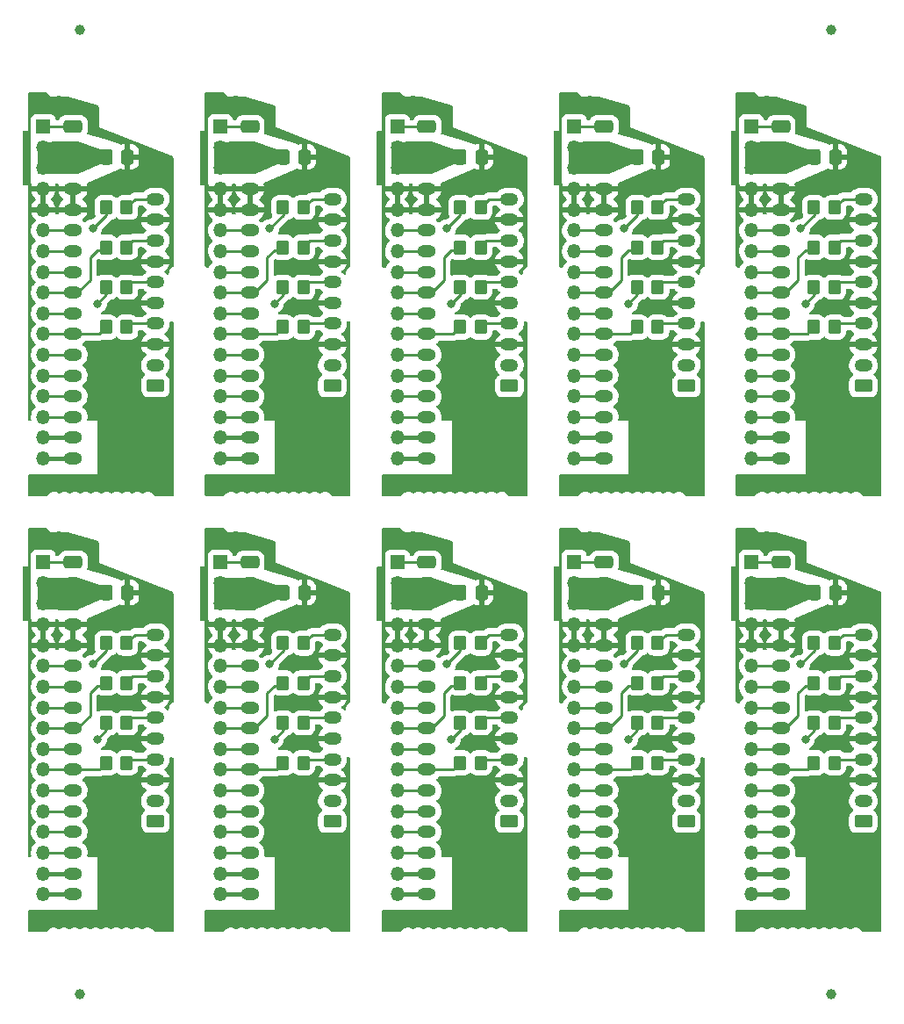
<source format=gbr>
%TF.GenerationSoftware,KiCad,Pcbnew,(6.0.1)*%
%TF.CreationDate,2022-07-06T22:16:31-07:00*%
%TF.ProjectId,mu100-dit-connector-board-panelized,6d753130-302d-4646-9974-2d636f6e6e65,rev?*%
%TF.SameCoordinates,Original*%
%TF.FileFunction,Copper,L1,Top*%
%TF.FilePolarity,Positive*%
%FSLAX46Y46*%
G04 Gerber Fmt 4.6, Leading zero omitted, Abs format (unit mm)*
G04 Created by KiCad (PCBNEW (6.0.1)) date 2022-07-06 22:16:31*
%MOMM*%
%LPD*%
G01*
G04 APERTURE LIST*
G04 Aperture macros list*
%AMRoundRect*
0 Rectangle with rounded corners*
0 $1 Rounding radius*
0 $2 $3 $4 $5 $6 $7 $8 $9 X,Y pos of 4 corners*
0 Add a 4 corners polygon primitive as box body*
4,1,4,$2,$3,$4,$5,$6,$7,$8,$9,$2,$3,0*
0 Add four circle primitives for the rounded corners*
1,1,$1+$1,$2,$3*
1,1,$1+$1,$4,$5*
1,1,$1+$1,$6,$7*
1,1,$1+$1,$8,$9*
0 Add four rect primitives between the rounded corners*
20,1,$1+$1,$2,$3,$4,$5,0*
20,1,$1+$1,$4,$5,$6,$7,0*
20,1,$1+$1,$6,$7,$8,$9,0*
20,1,$1+$1,$8,$9,$2,$3,0*%
G04 Aperture macros list end*
%TA.AperFunction,SMDPad,CuDef*%
%ADD10C,1.000000*%
%TD*%
%TA.AperFunction,SMDPad,CuDef*%
%ADD11RoundRect,0.250000X-0.350000X-0.450000X0.350000X-0.450000X0.350000X0.450000X-0.350000X0.450000X0*%
%TD*%
%TA.AperFunction,ComponentPad*%
%ADD12R,1.350000X1.350000*%
%TD*%
%TA.AperFunction,ComponentPad*%
%ADD13O,1.350000X1.350000*%
%TD*%
%TA.AperFunction,SMDPad,CuDef*%
%ADD14RoundRect,0.250000X-0.337500X-0.475000X0.337500X-0.475000X0.337500X0.475000X-0.337500X0.475000X0*%
%TD*%
%TA.AperFunction,ComponentPad*%
%ADD15RoundRect,0.250000X-0.650000X0.350000X-0.650000X-0.350000X0.650000X-0.350000X0.650000X0.350000X0*%
%TD*%
%TA.AperFunction,ComponentPad*%
%ADD16O,1.800000X1.200000*%
%TD*%
%TA.AperFunction,ComponentPad*%
%ADD17RoundRect,0.250000X0.625000X-0.350000X0.625000X0.350000X-0.625000X0.350000X-0.625000X-0.350000X0*%
%TD*%
%TA.AperFunction,ComponentPad*%
%ADD18O,1.750000X1.200000*%
%TD*%
%TA.AperFunction,ViaPad*%
%ADD19C,0.800000*%
%TD*%
%TA.AperFunction,Conductor*%
%ADD20C,0.400000*%
%TD*%
%TA.AperFunction,Conductor*%
%ADD21C,0.250000*%
%TD*%
G04 APERTURE END LIST*
D10*
%TO.P,REF\u002A\u002A,*%
%TO.N,*%
X20500000Y-110500000D03*
%TD*%
%TO.P,REF\u002A\u002A,*%
%TO.N,*%
X93000000Y-110500000D03*
%TD*%
%TO.P,REF\u002A\u002A,*%
%TO.N,*%
X20500000Y-17500000D03*
%TD*%
%TO.P,REF\u002A\u002A,*%
%TO.N,*%
X93000000Y-17500000D03*
%TD*%
D11*
%TO.P,R11,1*%
%TO.N,Board_2-/DACOL*%
X57199000Y-42318332D03*
%TO.P,R11,2*%
%TO.N,Board_2-/SDAT*%
X59199000Y-42318332D03*
%TD*%
%TO.P,R2,1*%
%TO.N,Board_0-/QCLK*%
X23049000Y-38471666D03*
%TO.P,R2,2*%
%TO.N,Board_0-/BICK*%
X25049000Y-38471666D03*
%TD*%
D12*
%TO.P,J1,1,Pin_1*%
%TO.N,Board_5-/RER*%
X16995000Y-68835000D03*
D13*
%TO.P,J1,2,Pin_2*%
%TO.N,Board_5-+5V*%
X16995000Y-70835000D03*
%TO.P,J1,3,Pin_3*%
X16995000Y-72835000D03*
%TO.P,J1,4,Pin_4*%
%TO.N,Board_5-GND*%
X16995000Y-74835000D03*
%TO.P,J1,5,Pin_5*%
X16995000Y-76835000D03*
%TO.P,J1,6,Pin_6*%
%TO.N,Board_5-Net-(J1-Pad6)*%
X16995000Y-78835000D03*
%TO.P,J1,7,Pin_7*%
%TO.N,Board_5-/MEL00*%
X16995000Y-80835000D03*
%TO.P,J1,8,Pin_8*%
%TO.N,Board_5-/SYOD*%
X16995000Y-82835000D03*
%TO.P,J1,9,Pin_9*%
%TO.N,Board_5-/QCLK*%
X16995000Y-84835000D03*
%TO.P,J1,10,Pin_10*%
%TO.N,Board_5-Net-(J1-Pad10)*%
X16995000Y-86835000D03*
%TO.P,J1,11,Pin_11*%
%TO.N,Board_5-/CK256*%
X16995000Y-88835000D03*
%TO.P,J1,12,Pin_12*%
%TO.N,Board_5-/WCLK*%
X16995000Y-90835000D03*
%TO.P,J1,13,Pin_13*%
%TO.N,Board_5-/DACOL*%
X16995000Y-92835000D03*
%TO.P,J1,14,Pin_14*%
%TO.N,Board_5-/REA*%
X16995000Y-94835000D03*
%TO.P,J1,15,Pin_15*%
%TO.N,Board_5-/REB*%
X16995000Y-96835000D03*
%TO.P,J1,16,Pin_16*%
%TO.N,Board_5-GNDA*%
X16995000Y-98835000D03*
%TO.P,J1,17,Pin_17*%
%TO.N,Board_5-+9VA*%
X16995000Y-100835000D03*
%TD*%
D11*
%TO.P,R18,1*%
%TO.N,Board_4-/WCLK*%
X91349000Y-34625000D03*
%TO.P,R18,2*%
%TO.N,Board_4-/LRCK*%
X93349000Y-34625000D03*
%TD*%
D14*
%TO.P,C9,1*%
%TO.N,Board_8-+5V*%
X74286500Y-71755800D03*
%TO.P,C9,2*%
%TO.N,Board_8-GND*%
X76361500Y-71755800D03*
%TD*%
D11*
%TO.P,R34,1*%
%TO.N,Board_8-/WCLK*%
X74274000Y-76625000D03*
%TO.P,R34,2*%
%TO.N,Board_8-/LRCK*%
X76274000Y-76625000D03*
%TD*%
D14*
%TO.P,C6,1*%
%TO.N,Board_5-+5V*%
X23061500Y-71755800D03*
%TO.P,C6,2*%
%TO.N,Board_5-GND*%
X25136500Y-71755800D03*
%TD*%
%TO.P,C5,1*%
%TO.N,Board_4-+5V*%
X91361500Y-29755800D03*
%TO.P,C5,2*%
%TO.N,Board_4-GND*%
X93436500Y-29755800D03*
%TD*%
%TO.P,C8,1*%
%TO.N,Board_7-+5V*%
X57211500Y-71755800D03*
%TO.P,C8,2*%
%TO.N,Board_7-GND*%
X59286500Y-71755800D03*
%TD*%
D11*
%TO.P,R16,1*%
%TO.N,Board_3-/DACOL*%
X74274000Y-42318332D03*
%TO.P,R16,2*%
%TO.N,Board_3-/SDAT*%
X76274000Y-42318332D03*
%TD*%
%TO.P,R22,1*%
%TO.N,Board_5-/WCLK*%
X23049000Y-76625000D03*
%TO.P,R22,2*%
%TO.N,Board_5-/LRCK*%
X25049000Y-76625000D03*
%TD*%
D12*
%TO.P,J1,1,Pin_1*%
%TO.N,Board_0-/RER*%
X16995000Y-26835000D03*
D13*
%TO.P,J1,2,Pin_2*%
%TO.N,Board_0-+5V*%
X16995000Y-28835000D03*
%TO.P,J1,3,Pin_3*%
X16995000Y-30835000D03*
%TO.P,J1,4,Pin_4*%
%TO.N,Board_0-GND*%
X16995000Y-32835000D03*
%TO.P,J1,5,Pin_5*%
X16995000Y-34835000D03*
%TO.P,J1,6,Pin_6*%
%TO.N,Board_0-Net-(J1-Pad6)*%
X16995000Y-36835000D03*
%TO.P,J1,7,Pin_7*%
%TO.N,Board_0-/MEL00*%
X16995000Y-38835000D03*
%TO.P,J1,8,Pin_8*%
%TO.N,Board_0-/SYOD*%
X16995000Y-40835000D03*
%TO.P,J1,9,Pin_9*%
%TO.N,Board_0-/QCLK*%
X16995000Y-42835000D03*
%TO.P,J1,10,Pin_10*%
%TO.N,Board_0-Net-(J1-Pad10)*%
X16995000Y-44835000D03*
%TO.P,J1,11,Pin_11*%
%TO.N,Board_0-/CK256*%
X16995000Y-46835000D03*
%TO.P,J1,12,Pin_12*%
%TO.N,Board_0-/WCLK*%
X16995000Y-48835000D03*
%TO.P,J1,13,Pin_13*%
%TO.N,Board_0-/DACOL*%
X16995000Y-50835000D03*
%TO.P,J1,14,Pin_14*%
%TO.N,Board_0-/REA*%
X16995000Y-52835000D03*
%TO.P,J1,15,Pin_15*%
%TO.N,Board_0-/REB*%
X16995000Y-54835000D03*
%TO.P,J1,16,Pin_16*%
%TO.N,Board_0-GNDA*%
X16995000Y-56835000D03*
%TO.P,J1,17,Pin_17*%
%TO.N,Board_0-+9VA*%
X16995000Y-58835000D03*
%TD*%
D14*
%TO.P,C1,1*%
%TO.N,Board_0-+5V*%
X23061500Y-29755800D03*
%TO.P,C1,2*%
%TO.N,Board_0-GND*%
X25136500Y-29755800D03*
%TD*%
D11*
%TO.P,R31,1*%
%TO.N,Board_7-/QCLK*%
X57199000Y-80471666D03*
%TO.P,R31,2*%
%TO.N,Board_7-/BICK*%
X59199000Y-80471666D03*
%TD*%
%TO.P,R41,1*%
%TO.N,Board_9-/CK256*%
X91349000Y-88165000D03*
%TO.P,R41,2*%
%TO.N,Board_9-/MCLK*%
X93349000Y-88165000D03*
%TD*%
D12*
%TO.P,J1,1,Pin_1*%
%TO.N,Board_9-/RER*%
X85295000Y-68835000D03*
D13*
%TO.P,J1,2,Pin_2*%
%TO.N,Board_9-+5V*%
X85295000Y-70835000D03*
%TO.P,J1,3,Pin_3*%
X85295000Y-72835000D03*
%TO.P,J1,4,Pin_4*%
%TO.N,Board_9-GND*%
X85295000Y-74835000D03*
%TO.P,J1,5,Pin_5*%
X85295000Y-76835000D03*
%TO.P,J1,6,Pin_6*%
%TO.N,Board_9-Net-(J1-Pad6)*%
X85295000Y-78835000D03*
%TO.P,J1,7,Pin_7*%
%TO.N,Board_9-/MEL00*%
X85295000Y-80835000D03*
%TO.P,J1,8,Pin_8*%
%TO.N,Board_9-/SYOD*%
X85295000Y-82835000D03*
%TO.P,J1,9,Pin_9*%
%TO.N,Board_9-/QCLK*%
X85295000Y-84835000D03*
%TO.P,J1,10,Pin_10*%
%TO.N,Board_9-Net-(J1-Pad10)*%
X85295000Y-86835000D03*
%TO.P,J1,11,Pin_11*%
%TO.N,Board_9-/CK256*%
X85295000Y-88835000D03*
%TO.P,J1,12,Pin_12*%
%TO.N,Board_9-/WCLK*%
X85295000Y-90835000D03*
%TO.P,J1,13,Pin_13*%
%TO.N,Board_9-/DACOL*%
X85295000Y-92835000D03*
%TO.P,J1,14,Pin_14*%
%TO.N,Board_9-/REA*%
X85295000Y-94835000D03*
%TO.P,J1,15,Pin_15*%
%TO.N,Board_9-/REB*%
X85295000Y-96835000D03*
%TO.P,J1,16,Pin_16*%
%TO.N,Board_9-GNDA*%
X85295000Y-98835000D03*
%TO.P,J1,17,Pin_17*%
%TO.N,Board_9-+9VA*%
X85295000Y-100835000D03*
%TD*%
D12*
%TO.P,J1,1,Pin_1*%
%TO.N,Board_1-/RER*%
X34070000Y-26835000D03*
D13*
%TO.P,J1,2,Pin_2*%
%TO.N,Board_1-+5V*%
X34070000Y-28835000D03*
%TO.P,J1,3,Pin_3*%
X34070000Y-30835000D03*
%TO.P,J1,4,Pin_4*%
%TO.N,Board_1-GND*%
X34070000Y-32835000D03*
%TO.P,J1,5,Pin_5*%
X34070000Y-34835000D03*
%TO.P,J1,6,Pin_6*%
%TO.N,Board_1-Net-(J1-Pad6)*%
X34070000Y-36835000D03*
%TO.P,J1,7,Pin_7*%
%TO.N,Board_1-/MEL00*%
X34070000Y-38835000D03*
%TO.P,J1,8,Pin_8*%
%TO.N,Board_1-/SYOD*%
X34070000Y-40835000D03*
%TO.P,J1,9,Pin_9*%
%TO.N,Board_1-/QCLK*%
X34070000Y-42835000D03*
%TO.P,J1,10,Pin_10*%
%TO.N,Board_1-Net-(J1-Pad10)*%
X34070000Y-44835000D03*
%TO.P,J1,11,Pin_11*%
%TO.N,Board_1-/CK256*%
X34070000Y-46835000D03*
%TO.P,J1,12,Pin_12*%
%TO.N,Board_1-/WCLK*%
X34070000Y-48835000D03*
%TO.P,J1,13,Pin_13*%
%TO.N,Board_1-/DACOL*%
X34070000Y-50835000D03*
%TO.P,J1,14,Pin_14*%
%TO.N,Board_1-/REA*%
X34070000Y-52835000D03*
%TO.P,J1,15,Pin_15*%
%TO.N,Board_1-/REB*%
X34070000Y-54835000D03*
%TO.P,J1,16,Pin_16*%
%TO.N,Board_1-GNDA*%
X34070000Y-56835000D03*
%TO.P,J1,17,Pin_17*%
%TO.N,Board_1-+9VA*%
X34070000Y-58835000D03*
%TD*%
D11*
%TO.P,R27,1*%
%TO.N,Board_6-/QCLK*%
X40124000Y-80471666D03*
%TO.P,R27,2*%
%TO.N,Board_6-/BICK*%
X42124000Y-80471666D03*
%TD*%
D12*
%TO.P,J1,1,Pin_1*%
%TO.N,Board_3-/RER*%
X68220000Y-26835000D03*
D13*
%TO.P,J1,2,Pin_2*%
%TO.N,Board_3-+5V*%
X68220000Y-28835000D03*
%TO.P,J1,3,Pin_3*%
X68220000Y-30835000D03*
%TO.P,J1,4,Pin_4*%
%TO.N,Board_3-GND*%
X68220000Y-32835000D03*
%TO.P,J1,5,Pin_5*%
X68220000Y-34835000D03*
%TO.P,J1,6,Pin_6*%
%TO.N,Board_3-Net-(J1-Pad6)*%
X68220000Y-36835000D03*
%TO.P,J1,7,Pin_7*%
%TO.N,Board_3-/MEL00*%
X68220000Y-38835000D03*
%TO.P,J1,8,Pin_8*%
%TO.N,Board_3-/SYOD*%
X68220000Y-40835000D03*
%TO.P,J1,9,Pin_9*%
%TO.N,Board_3-/QCLK*%
X68220000Y-42835000D03*
%TO.P,J1,10,Pin_10*%
%TO.N,Board_3-Net-(J1-Pad10)*%
X68220000Y-44835000D03*
%TO.P,J1,11,Pin_11*%
%TO.N,Board_3-/CK256*%
X68220000Y-46835000D03*
%TO.P,J1,12,Pin_12*%
%TO.N,Board_3-/WCLK*%
X68220000Y-48835000D03*
%TO.P,J1,13,Pin_13*%
%TO.N,Board_3-/DACOL*%
X68220000Y-50835000D03*
%TO.P,J1,14,Pin_14*%
%TO.N,Board_3-/REA*%
X68220000Y-52835000D03*
%TO.P,J1,15,Pin_15*%
%TO.N,Board_3-/REB*%
X68220000Y-54835000D03*
%TO.P,J1,16,Pin_16*%
%TO.N,Board_3-GNDA*%
X68220000Y-56835000D03*
%TO.P,J1,17,Pin_17*%
%TO.N,Board_3-+9VA*%
X68220000Y-58835000D03*
%TD*%
D12*
%TO.P,J1,1,Pin_1*%
%TO.N,Board_7-/RER*%
X51145000Y-68835000D03*
D13*
%TO.P,J1,2,Pin_2*%
%TO.N,Board_7-+5V*%
X51145000Y-70835000D03*
%TO.P,J1,3,Pin_3*%
X51145000Y-72835000D03*
%TO.P,J1,4,Pin_4*%
%TO.N,Board_7-GND*%
X51145000Y-74835000D03*
%TO.P,J1,5,Pin_5*%
X51145000Y-76835000D03*
%TO.P,J1,6,Pin_6*%
%TO.N,Board_7-Net-(J1-Pad6)*%
X51145000Y-78835000D03*
%TO.P,J1,7,Pin_7*%
%TO.N,Board_7-/MEL00*%
X51145000Y-80835000D03*
%TO.P,J1,8,Pin_8*%
%TO.N,Board_7-/SYOD*%
X51145000Y-82835000D03*
%TO.P,J1,9,Pin_9*%
%TO.N,Board_7-/QCLK*%
X51145000Y-84835000D03*
%TO.P,J1,10,Pin_10*%
%TO.N,Board_7-Net-(J1-Pad10)*%
X51145000Y-86835000D03*
%TO.P,J1,11,Pin_11*%
%TO.N,Board_7-/CK256*%
X51145000Y-88835000D03*
%TO.P,J1,12,Pin_12*%
%TO.N,Board_7-/WCLK*%
X51145000Y-90835000D03*
%TO.P,J1,13,Pin_13*%
%TO.N,Board_7-/DACOL*%
X51145000Y-92835000D03*
%TO.P,J1,14,Pin_14*%
%TO.N,Board_7-/REA*%
X51145000Y-94835000D03*
%TO.P,J1,15,Pin_15*%
%TO.N,Board_7-/REB*%
X51145000Y-96835000D03*
%TO.P,J1,16,Pin_16*%
%TO.N,Board_7-GNDA*%
X51145000Y-98835000D03*
%TO.P,J1,17,Pin_17*%
%TO.N,Board_7-+9VA*%
X51145000Y-100835000D03*
%TD*%
D11*
%TO.P,R39,1*%
%TO.N,Board_9-/QCLK*%
X91349000Y-80471666D03*
%TO.P,R39,2*%
%TO.N,Board_9-/BICK*%
X93349000Y-80471666D03*
%TD*%
%TO.P,R37,1*%
%TO.N,Board_8-/CK256*%
X74274000Y-88165000D03*
%TO.P,R37,2*%
%TO.N,Board_8-/MCLK*%
X76274000Y-88165000D03*
%TD*%
D12*
%TO.P,J1,1,Pin_1*%
%TO.N,Board_4-/RER*%
X85295000Y-26835000D03*
D13*
%TO.P,J1,2,Pin_2*%
%TO.N,Board_4-+5V*%
X85295000Y-28835000D03*
%TO.P,J1,3,Pin_3*%
X85295000Y-30835000D03*
%TO.P,J1,4,Pin_4*%
%TO.N,Board_4-GND*%
X85295000Y-32835000D03*
%TO.P,J1,5,Pin_5*%
X85295000Y-34835000D03*
%TO.P,J1,6,Pin_6*%
%TO.N,Board_4-Net-(J1-Pad6)*%
X85295000Y-36835000D03*
%TO.P,J1,7,Pin_7*%
%TO.N,Board_4-/MEL00*%
X85295000Y-38835000D03*
%TO.P,J1,8,Pin_8*%
%TO.N,Board_4-/SYOD*%
X85295000Y-40835000D03*
%TO.P,J1,9,Pin_9*%
%TO.N,Board_4-/QCLK*%
X85295000Y-42835000D03*
%TO.P,J1,10,Pin_10*%
%TO.N,Board_4-Net-(J1-Pad10)*%
X85295000Y-44835000D03*
%TO.P,J1,11,Pin_11*%
%TO.N,Board_4-/CK256*%
X85295000Y-46835000D03*
%TO.P,J1,12,Pin_12*%
%TO.N,Board_4-/WCLK*%
X85295000Y-48835000D03*
%TO.P,J1,13,Pin_13*%
%TO.N,Board_4-/DACOL*%
X85295000Y-50835000D03*
%TO.P,J1,14,Pin_14*%
%TO.N,Board_4-/REA*%
X85295000Y-52835000D03*
%TO.P,J1,15,Pin_15*%
%TO.N,Board_4-/REB*%
X85295000Y-54835000D03*
%TO.P,J1,16,Pin_16*%
%TO.N,Board_4-GNDA*%
X85295000Y-56835000D03*
%TO.P,J1,17,Pin_17*%
%TO.N,Board_4-+9VA*%
X85295000Y-58835000D03*
%TD*%
D14*
%TO.P,C7,1*%
%TO.N,Board_6-+5V*%
X40136500Y-71755800D03*
%TO.P,C7,2*%
%TO.N,Board_6-GND*%
X42211500Y-71755800D03*
%TD*%
D11*
%TO.P,R30,1*%
%TO.N,Board_7-/WCLK*%
X57199000Y-76625000D03*
%TO.P,R30,2*%
%TO.N,Board_7-/LRCK*%
X59199000Y-76625000D03*
%TD*%
%TO.P,R28,1*%
%TO.N,Board_6-/DACOL*%
X40124000Y-84318332D03*
%TO.P,R28,2*%
%TO.N,Board_6-/SDAT*%
X42124000Y-84318332D03*
%TD*%
%TO.P,R14,1*%
%TO.N,Board_3-/QCLK*%
X74274000Y-38471666D03*
%TO.P,R14,2*%
%TO.N,Board_3-/BICK*%
X76274000Y-38471666D03*
%TD*%
%TO.P,R24,1*%
%TO.N,Board_5-/DACOL*%
X23049000Y-84318332D03*
%TO.P,R24,2*%
%TO.N,Board_5-/SDAT*%
X25049000Y-84318332D03*
%TD*%
D12*
%TO.P,J1,1,Pin_1*%
%TO.N,Board_2-/RER*%
X51145000Y-26835000D03*
D13*
%TO.P,J1,2,Pin_2*%
%TO.N,Board_2-+5V*%
X51145000Y-28835000D03*
%TO.P,J1,3,Pin_3*%
X51145000Y-30835000D03*
%TO.P,J1,4,Pin_4*%
%TO.N,Board_2-GND*%
X51145000Y-32835000D03*
%TO.P,J1,5,Pin_5*%
X51145000Y-34835000D03*
%TO.P,J1,6,Pin_6*%
%TO.N,Board_2-Net-(J1-Pad6)*%
X51145000Y-36835000D03*
%TO.P,J1,7,Pin_7*%
%TO.N,Board_2-/MEL00*%
X51145000Y-38835000D03*
%TO.P,J1,8,Pin_8*%
%TO.N,Board_2-/SYOD*%
X51145000Y-40835000D03*
%TO.P,J1,9,Pin_9*%
%TO.N,Board_2-/QCLK*%
X51145000Y-42835000D03*
%TO.P,J1,10,Pin_10*%
%TO.N,Board_2-Net-(J1-Pad10)*%
X51145000Y-44835000D03*
%TO.P,J1,11,Pin_11*%
%TO.N,Board_2-/CK256*%
X51145000Y-46835000D03*
%TO.P,J1,12,Pin_12*%
%TO.N,Board_2-/WCLK*%
X51145000Y-48835000D03*
%TO.P,J1,13,Pin_13*%
%TO.N,Board_2-/DACOL*%
X51145000Y-50835000D03*
%TO.P,J1,14,Pin_14*%
%TO.N,Board_2-/REA*%
X51145000Y-52835000D03*
%TO.P,J1,15,Pin_15*%
%TO.N,Board_2-/REB*%
X51145000Y-54835000D03*
%TO.P,J1,16,Pin_16*%
%TO.N,Board_2-GNDA*%
X51145000Y-56835000D03*
%TO.P,J1,17,Pin_17*%
%TO.N,Board_2-+9VA*%
X51145000Y-58835000D03*
%TD*%
D11*
%TO.P,R36,1*%
%TO.N,Board_8-/DACOL*%
X74274000Y-84318332D03*
%TO.P,R36,2*%
%TO.N,Board_8-/SDAT*%
X76274000Y-84318332D03*
%TD*%
%TO.P,R35,1*%
%TO.N,Board_8-/QCLK*%
X74274000Y-80471666D03*
%TO.P,R35,2*%
%TO.N,Board_8-/BICK*%
X76274000Y-80471666D03*
%TD*%
%TO.P,R20,1*%
%TO.N,Board_4-/DACOL*%
X91349000Y-42318332D03*
%TO.P,R20,2*%
%TO.N,Board_4-/SDAT*%
X93349000Y-42318332D03*
%TD*%
%TO.P,R10,1*%
%TO.N,Board_2-/QCLK*%
X57199000Y-38471666D03*
%TO.P,R10,2*%
%TO.N,Board_2-/BICK*%
X59199000Y-38471666D03*
%TD*%
%TO.P,R7,1*%
%TO.N,Board_1-/DACOL*%
X40124000Y-42318332D03*
%TO.P,R7,2*%
%TO.N,Board_1-/SDAT*%
X42124000Y-42318332D03*
%TD*%
%TO.P,R9,1*%
%TO.N,Board_2-/WCLK*%
X57199000Y-34625000D03*
%TO.P,R9,2*%
%TO.N,Board_2-/LRCK*%
X59199000Y-34625000D03*
%TD*%
%TO.P,R5,1*%
%TO.N,Board_1-/WCLK*%
X40124000Y-34625000D03*
%TO.P,R5,2*%
%TO.N,Board_1-/LRCK*%
X42124000Y-34625000D03*
%TD*%
%TO.P,R12,1*%
%TO.N,Board_2-/CK256*%
X57199000Y-46165000D03*
%TO.P,R12,2*%
%TO.N,Board_2-/MCLK*%
X59199000Y-46165000D03*
%TD*%
D12*
%TO.P,J1,1,Pin_1*%
%TO.N,Board_8-/RER*%
X68220000Y-68835000D03*
D13*
%TO.P,J1,2,Pin_2*%
%TO.N,Board_8-+5V*%
X68220000Y-70835000D03*
%TO.P,J1,3,Pin_3*%
X68220000Y-72835000D03*
%TO.P,J1,4,Pin_4*%
%TO.N,Board_8-GND*%
X68220000Y-74835000D03*
%TO.P,J1,5,Pin_5*%
X68220000Y-76835000D03*
%TO.P,J1,6,Pin_6*%
%TO.N,Board_8-Net-(J1-Pad6)*%
X68220000Y-78835000D03*
%TO.P,J1,7,Pin_7*%
%TO.N,Board_8-/MEL00*%
X68220000Y-80835000D03*
%TO.P,J1,8,Pin_8*%
%TO.N,Board_8-/SYOD*%
X68220000Y-82835000D03*
%TO.P,J1,9,Pin_9*%
%TO.N,Board_8-/QCLK*%
X68220000Y-84835000D03*
%TO.P,J1,10,Pin_10*%
%TO.N,Board_8-Net-(J1-Pad10)*%
X68220000Y-86835000D03*
%TO.P,J1,11,Pin_11*%
%TO.N,Board_8-/CK256*%
X68220000Y-88835000D03*
%TO.P,J1,12,Pin_12*%
%TO.N,Board_8-/WCLK*%
X68220000Y-90835000D03*
%TO.P,J1,13,Pin_13*%
%TO.N,Board_8-/DACOL*%
X68220000Y-92835000D03*
%TO.P,J1,14,Pin_14*%
%TO.N,Board_8-/REA*%
X68220000Y-94835000D03*
%TO.P,J1,15,Pin_15*%
%TO.N,Board_8-/REB*%
X68220000Y-96835000D03*
%TO.P,J1,16,Pin_16*%
%TO.N,Board_8-GNDA*%
X68220000Y-98835000D03*
%TO.P,J1,17,Pin_17*%
%TO.N,Board_8-+9VA*%
X68220000Y-100835000D03*
%TD*%
D11*
%TO.P,R38,1*%
%TO.N,Board_9-/WCLK*%
X91349000Y-76625000D03*
%TO.P,R38,2*%
%TO.N,Board_9-/LRCK*%
X93349000Y-76625000D03*
%TD*%
%TO.P,R26,1*%
%TO.N,Board_6-/WCLK*%
X40124000Y-76625000D03*
%TO.P,R26,2*%
%TO.N,Board_6-/LRCK*%
X42124000Y-76625000D03*
%TD*%
%TO.P,R21,1*%
%TO.N,Board_4-/CK256*%
X91349000Y-46165000D03*
%TO.P,R21,2*%
%TO.N,Board_4-/MCLK*%
X93349000Y-46165000D03*
%TD*%
D14*
%TO.P,C10,1*%
%TO.N,Board_9-+5V*%
X91361500Y-71755800D03*
%TO.P,C10,2*%
%TO.N,Board_9-GND*%
X93436500Y-71755800D03*
%TD*%
%TO.P,C4,1*%
%TO.N,Board_3-+5V*%
X74286500Y-29755800D03*
%TO.P,C4,2*%
%TO.N,Board_3-GND*%
X76361500Y-29755800D03*
%TD*%
%TO.P,C2,1*%
%TO.N,Board_1-+5V*%
X40136500Y-29755800D03*
%TO.P,C2,2*%
%TO.N,Board_1-GND*%
X42211500Y-29755800D03*
%TD*%
D11*
%TO.P,R6,1*%
%TO.N,Board_1-/QCLK*%
X40124000Y-38471666D03*
%TO.P,R6,2*%
%TO.N,Board_1-/BICK*%
X42124000Y-38471666D03*
%TD*%
%TO.P,R29,1*%
%TO.N,Board_6-/CK256*%
X40124000Y-88165000D03*
%TO.P,R29,2*%
%TO.N,Board_6-/MCLK*%
X42124000Y-88165000D03*
%TD*%
%TO.P,R33,1*%
%TO.N,Board_7-/CK256*%
X57199000Y-88165000D03*
%TO.P,R33,2*%
%TO.N,Board_7-/MCLK*%
X59199000Y-88165000D03*
%TD*%
%TO.P,R1,1*%
%TO.N,Board_0-/CK256*%
X23049000Y-46165000D03*
%TO.P,R1,2*%
%TO.N,Board_0-/MCLK*%
X25049000Y-46165000D03*
%TD*%
%TO.P,R23,1*%
%TO.N,Board_5-/QCLK*%
X23049000Y-80471666D03*
%TO.P,R23,2*%
%TO.N,Board_5-/BICK*%
X25049000Y-80471666D03*
%TD*%
%TO.P,R17,1*%
%TO.N,Board_3-/CK256*%
X74274000Y-46165000D03*
%TO.P,R17,2*%
%TO.N,Board_3-/MCLK*%
X76274000Y-46165000D03*
%TD*%
%TO.P,R32,1*%
%TO.N,Board_7-/DACOL*%
X57199000Y-84318332D03*
%TO.P,R32,2*%
%TO.N,Board_7-/SDAT*%
X59199000Y-84318332D03*
%TD*%
%TO.P,R25,1*%
%TO.N,Board_5-/CK256*%
X23049000Y-88165000D03*
%TO.P,R25,2*%
%TO.N,Board_5-/MCLK*%
X25049000Y-88165000D03*
%TD*%
%TO.P,R8,1*%
%TO.N,Board_1-/CK256*%
X40124000Y-46165000D03*
%TO.P,R8,2*%
%TO.N,Board_1-/MCLK*%
X42124000Y-46165000D03*
%TD*%
%TO.P,R13,1*%
%TO.N,Board_3-/WCLK*%
X74274000Y-34625000D03*
%TO.P,R13,2*%
%TO.N,Board_3-/LRCK*%
X76274000Y-34625000D03*
%TD*%
%TO.P,R3,1*%
%TO.N,Board_0-/DACOL*%
X23049000Y-42318332D03*
%TO.P,R3,2*%
%TO.N,Board_0-/SDAT*%
X25049000Y-42318332D03*
%TD*%
%TO.P,R4,1*%
%TO.N,Board_0-/WCLK*%
X23049000Y-34625000D03*
%TO.P,R4,2*%
%TO.N,Board_0-/LRCK*%
X25049000Y-34625000D03*
%TD*%
D14*
%TO.P,C3,1*%
%TO.N,Board_2-+5V*%
X57211500Y-29755800D03*
%TO.P,C3,2*%
%TO.N,Board_2-GND*%
X59286500Y-29755800D03*
%TD*%
D12*
%TO.P,J1,1,Pin_1*%
%TO.N,Board_6-/RER*%
X34070000Y-68835000D03*
D13*
%TO.P,J1,2,Pin_2*%
%TO.N,Board_6-+5V*%
X34070000Y-70835000D03*
%TO.P,J1,3,Pin_3*%
X34070000Y-72835000D03*
%TO.P,J1,4,Pin_4*%
%TO.N,Board_6-GND*%
X34070000Y-74835000D03*
%TO.P,J1,5,Pin_5*%
X34070000Y-76835000D03*
%TO.P,J1,6,Pin_6*%
%TO.N,Board_6-Net-(J1-Pad6)*%
X34070000Y-78835000D03*
%TO.P,J1,7,Pin_7*%
%TO.N,Board_6-/MEL00*%
X34070000Y-80835000D03*
%TO.P,J1,8,Pin_8*%
%TO.N,Board_6-/SYOD*%
X34070000Y-82835000D03*
%TO.P,J1,9,Pin_9*%
%TO.N,Board_6-/QCLK*%
X34070000Y-84835000D03*
%TO.P,J1,10,Pin_10*%
%TO.N,Board_6-Net-(J1-Pad10)*%
X34070000Y-86835000D03*
%TO.P,J1,11,Pin_11*%
%TO.N,Board_6-/CK256*%
X34070000Y-88835000D03*
%TO.P,J1,12,Pin_12*%
%TO.N,Board_6-/WCLK*%
X34070000Y-90835000D03*
%TO.P,J1,13,Pin_13*%
%TO.N,Board_6-/DACOL*%
X34070000Y-92835000D03*
%TO.P,J1,14,Pin_14*%
%TO.N,Board_6-/REA*%
X34070000Y-94835000D03*
%TO.P,J1,15,Pin_15*%
%TO.N,Board_6-/REB*%
X34070000Y-96835000D03*
%TO.P,J1,16,Pin_16*%
%TO.N,Board_6-GNDA*%
X34070000Y-98835000D03*
%TO.P,J1,17,Pin_17*%
%TO.N,Board_6-+9VA*%
X34070000Y-100835000D03*
%TD*%
D11*
%TO.P,R19,1*%
%TO.N,Board_4-/QCLK*%
X91349000Y-38471666D03*
%TO.P,R19,2*%
%TO.N,Board_4-/BICK*%
X93349000Y-38471666D03*
%TD*%
%TO.P,R40,1*%
%TO.N,Board_9-/DACOL*%
X91349000Y-84318332D03*
%TO.P,R40,2*%
%TO.N,Board_9-/SDAT*%
X93349000Y-84318332D03*
%TD*%
D15*
%TO.P,J2,1,Pin_1*%
%TO.N,Board_8-/RER*%
X71080000Y-68835000D03*
D16*
%TO.P,J2,2,Pin_2*%
%TO.N,Board_8-+5V*%
X71080000Y-70835000D03*
%TO.P,J2,3,Pin_3*%
X71080000Y-72835000D03*
%TO.P,J2,4,Pin_4*%
%TO.N,Board_8-GND*%
X71080000Y-74835000D03*
%TO.P,J2,5,Pin_5*%
X71080000Y-76835000D03*
%TO.P,J2,6,Pin_6*%
%TO.N,Board_8-Net-(J1-Pad6)*%
X71080000Y-78835000D03*
%TO.P,J2,7,Pin_7*%
%TO.N,Board_8-/MEL00*%
X71080000Y-80835000D03*
%TO.P,J2,8,Pin_8*%
%TO.N,Board_8-/SYOD*%
X71080000Y-82835000D03*
%TO.P,J2,9,Pin_9*%
%TO.N,Board_8-/QCLK*%
X71080000Y-84835000D03*
%TO.P,J2,10,Pin_10*%
%TO.N,Board_8-Net-(J1-Pad10)*%
X71080000Y-86835000D03*
%TO.P,J2,11,Pin_11*%
%TO.N,Board_8-/CK256*%
X71080000Y-88835000D03*
%TO.P,J2,12,Pin_12*%
%TO.N,Board_8-/WCLK*%
X71080000Y-90835000D03*
%TO.P,J2,13,Pin_13*%
%TO.N,Board_8-/DACOL*%
X71080000Y-92835000D03*
%TO.P,J2,14,Pin_14*%
%TO.N,Board_8-/REA*%
X71080000Y-94835000D03*
%TO.P,J2,15,Pin_15*%
%TO.N,Board_8-/REB*%
X71080000Y-96835000D03*
%TO.P,J2,16,Pin_16*%
%TO.N,Board_8-GNDA*%
X71080000Y-98835000D03*
%TO.P,J2,17,Pin_17*%
%TO.N,Board_8-+9VA*%
X71080000Y-100835000D03*
%TD*%
D15*
%TO.P,J2,1,Pin_1*%
%TO.N,Board_9-/RER*%
X88155000Y-68835000D03*
D16*
%TO.P,J2,2,Pin_2*%
%TO.N,Board_9-+5V*%
X88155000Y-70835000D03*
%TO.P,J2,3,Pin_3*%
X88155000Y-72835000D03*
%TO.P,J2,4,Pin_4*%
%TO.N,Board_9-GND*%
X88155000Y-74835000D03*
%TO.P,J2,5,Pin_5*%
X88155000Y-76835000D03*
%TO.P,J2,6,Pin_6*%
%TO.N,Board_9-Net-(J1-Pad6)*%
X88155000Y-78835000D03*
%TO.P,J2,7,Pin_7*%
%TO.N,Board_9-/MEL00*%
X88155000Y-80835000D03*
%TO.P,J2,8,Pin_8*%
%TO.N,Board_9-/SYOD*%
X88155000Y-82835000D03*
%TO.P,J2,9,Pin_9*%
%TO.N,Board_9-/QCLK*%
X88155000Y-84835000D03*
%TO.P,J2,10,Pin_10*%
%TO.N,Board_9-Net-(J1-Pad10)*%
X88155000Y-86835000D03*
%TO.P,J2,11,Pin_11*%
%TO.N,Board_9-/CK256*%
X88155000Y-88835000D03*
%TO.P,J2,12,Pin_12*%
%TO.N,Board_9-/WCLK*%
X88155000Y-90835000D03*
%TO.P,J2,13,Pin_13*%
%TO.N,Board_9-/DACOL*%
X88155000Y-92835000D03*
%TO.P,J2,14,Pin_14*%
%TO.N,Board_9-/REA*%
X88155000Y-94835000D03*
%TO.P,J2,15,Pin_15*%
%TO.N,Board_9-/REB*%
X88155000Y-96835000D03*
%TO.P,J2,16,Pin_16*%
%TO.N,Board_9-GNDA*%
X88155000Y-98835000D03*
%TO.P,J2,17,Pin_17*%
%TO.N,Board_9-+9VA*%
X88155000Y-100835000D03*
%TD*%
D15*
%TO.P,J2,1,Pin_1*%
%TO.N,Board_1-/RER*%
X36930000Y-26835000D03*
D16*
%TO.P,J2,2,Pin_2*%
%TO.N,Board_1-+5V*%
X36930000Y-28835000D03*
%TO.P,J2,3,Pin_3*%
X36930000Y-30835000D03*
%TO.P,J2,4,Pin_4*%
%TO.N,Board_1-GND*%
X36930000Y-32835000D03*
%TO.P,J2,5,Pin_5*%
X36930000Y-34835000D03*
%TO.P,J2,6,Pin_6*%
%TO.N,Board_1-Net-(J1-Pad6)*%
X36930000Y-36835000D03*
%TO.P,J2,7,Pin_7*%
%TO.N,Board_1-/MEL00*%
X36930000Y-38835000D03*
%TO.P,J2,8,Pin_8*%
%TO.N,Board_1-/SYOD*%
X36930000Y-40835000D03*
%TO.P,J2,9,Pin_9*%
%TO.N,Board_1-/QCLK*%
X36930000Y-42835000D03*
%TO.P,J2,10,Pin_10*%
%TO.N,Board_1-Net-(J1-Pad10)*%
X36930000Y-44835000D03*
%TO.P,J2,11,Pin_11*%
%TO.N,Board_1-/CK256*%
X36930000Y-46835000D03*
%TO.P,J2,12,Pin_12*%
%TO.N,Board_1-/WCLK*%
X36930000Y-48835000D03*
%TO.P,J2,13,Pin_13*%
%TO.N,Board_1-/DACOL*%
X36930000Y-50835000D03*
%TO.P,J2,14,Pin_14*%
%TO.N,Board_1-/REA*%
X36930000Y-52835000D03*
%TO.P,J2,15,Pin_15*%
%TO.N,Board_1-/REB*%
X36930000Y-54835000D03*
%TO.P,J2,16,Pin_16*%
%TO.N,Board_1-GNDA*%
X36930000Y-56835000D03*
%TO.P,J2,17,Pin_17*%
%TO.N,Board_1-+9VA*%
X36930000Y-58835000D03*
%TD*%
D17*
%TO.P,J3,1,Pin_1*%
%TO.N,Board_5-unconnected-(J3-Pad1)*%
X27815000Y-93825000D03*
D18*
%TO.P,J3,2,Pin_2*%
%TO.N,Board_5-+5V*%
X27815000Y-91825000D03*
%TO.P,J3,3,Pin_3*%
%TO.N,Board_5-GND*%
X27815000Y-89825000D03*
%TO.P,J3,4,Pin_4*%
%TO.N,Board_5-/MCLK*%
X27815000Y-87825000D03*
%TO.P,J3,5,Pin_5*%
%TO.N,Board_5-GND*%
X27815000Y-85825000D03*
%TO.P,J3,6,Pin_6*%
%TO.N,Board_5-/SDAT*%
X27815000Y-83825000D03*
%TO.P,J3,7,Pin_7*%
%TO.N,Board_5-GND*%
X27815000Y-81825000D03*
%TO.P,J3,8,Pin_8*%
%TO.N,Board_5-/BICK*%
X27815000Y-79825000D03*
%TO.P,J3,9,Pin_9*%
%TO.N,Board_5-GND*%
X27815000Y-77825000D03*
%TO.P,J3,10,Pin_10*%
%TO.N,Board_5-/LRCK*%
X27815000Y-75825000D03*
%TD*%
D17*
%TO.P,J3,1,Pin_1*%
%TO.N,Board_8-unconnected-(J3-Pad1)*%
X79040000Y-93825000D03*
D18*
%TO.P,J3,2,Pin_2*%
%TO.N,Board_8-+5V*%
X79040000Y-91825000D03*
%TO.P,J3,3,Pin_3*%
%TO.N,Board_8-GND*%
X79040000Y-89825000D03*
%TO.P,J3,4,Pin_4*%
%TO.N,Board_8-/MCLK*%
X79040000Y-87825000D03*
%TO.P,J3,5,Pin_5*%
%TO.N,Board_8-GND*%
X79040000Y-85825000D03*
%TO.P,J3,6,Pin_6*%
%TO.N,Board_8-/SDAT*%
X79040000Y-83825000D03*
%TO.P,J3,7,Pin_7*%
%TO.N,Board_8-GND*%
X79040000Y-81825000D03*
%TO.P,J3,8,Pin_8*%
%TO.N,Board_8-/BICK*%
X79040000Y-79825000D03*
%TO.P,J3,9,Pin_9*%
%TO.N,Board_8-GND*%
X79040000Y-77825000D03*
%TO.P,J3,10,Pin_10*%
%TO.N,Board_8-/LRCK*%
X79040000Y-75825000D03*
%TD*%
D17*
%TO.P,J3,1,Pin_1*%
%TO.N,Board_1-unconnected-(J3-Pad1)*%
X44890000Y-51825000D03*
D18*
%TO.P,J3,2,Pin_2*%
%TO.N,Board_1-+5V*%
X44890000Y-49825000D03*
%TO.P,J3,3,Pin_3*%
%TO.N,Board_1-GND*%
X44890000Y-47825000D03*
%TO.P,J3,4,Pin_4*%
%TO.N,Board_1-/MCLK*%
X44890000Y-45825000D03*
%TO.P,J3,5,Pin_5*%
%TO.N,Board_1-GND*%
X44890000Y-43825000D03*
%TO.P,J3,6,Pin_6*%
%TO.N,Board_1-/SDAT*%
X44890000Y-41825000D03*
%TO.P,J3,7,Pin_7*%
%TO.N,Board_1-GND*%
X44890000Y-39825000D03*
%TO.P,J3,8,Pin_8*%
%TO.N,Board_1-/BICK*%
X44890000Y-37825000D03*
%TO.P,J3,9,Pin_9*%
%TO.N,Board_1-GND*%
X44890000Y-35825000D03*
%TO.P,J3,10,Pin_10*%
%TO.N,Board_1-/LRCK*%
X44890000Y-33825000D03*
%TD*%
D17*
%TO.P,J3,1,Pin_1*%
%TO.N,Board_7-unconnected-(J3-Pad1)*%
X61965000Y-93825000D03*
D18*
%TO.P,J3,2,Pin_2*%
%TO.N,Board_7-+5V*%
X61965000Y-91825000D03*
%TO.P,J3,3,Pin_3*%
%TO.N,Board_7-GND*%
X61965000Y-89825000D03*
%TO.P,J3,4,Pin_4*%
%TO.N,Board_7-/MCLK*%
X61965000Y-87825000D03*
%TO.P,J3,5,Pin_5*%
%TO.N,Board_7-GND*%
X61965000Y-85825000D03*
%TO.P,J3,6,Pin_6*%
%TO.N,Board_7-/SDAT*%
X61965000Y-83825000D03*
%TO.P,J3,7,Pin_7*%
%TO.N,Board_7-GND*%
X61965000Y-81825000D03*
%TO.P,J3,8,Pin_8*%
%TO.N,Board_7-/BICK*%
X61965000Y-79825000D03*
%TO.P,J3,9,Pin_9*%
%TO.N,Board_7-GND*%
X61965000Y-77825000D03*
%TO.P,J3,10,Pin_10*%
%TO.N,Board_7-/LRCK*%
X61965000Y-75825000D03*
%TD*%
D15*
%TO.P,J2,1,Pin_1*%
%TO.N,Board_3-/RER*%
X71080000Y-26835000D03*
D16*
%TO.P,J2,2,Pin_2*%
%TO.N,Board_3-+5V*%
X71080000Y-28835000D03*
%TO.P,J2,3,Pin_3*%
X71080000Y-30835000D03*
%TO.P,J2,4,Pin_4*%
%TO.N,Board_3-GND*%
X71080000Y-32835000D03*
%TO.P,J2,5,Pin_5*%
X71080000Y-34835000D03*
%TO.P,J2,6,Pin_6*%
%TO.N,Board_3-Net-(J1-Pad6)*%
X71080000Y-36835000D03*
%TO.P,J2,7,Pin_7*%
%TO.N,Board_3-/MEL00*%
X71080000Y-38835000D03*
%TO.P,J2,8,Pin_8*%
%TO.N,Board_3-/SYOD*%
X71080000Y-40835000D03*
%TO.P,J2,9,Pin_9*%
%TO.N,Board_3-/QCLK*%
X71080000Y-42835000D03*
%TO.P,J2,10,Pin_10*%
%TO.N,Board_3-Net-(J1-Pad10)*%
X71080000Y-44835000D03*
%TO.P,J2,11,Pin_11*%
%TO.N,Board_3-/CK256*%
X71080000Y-46835000D03*
%TO.P,J2,12,Pin_12*%
%TO.N,Board_3-/WCLK*%
X71080000Y-48835000D03*
%TO.P,J2,13,Pin_13*%
%TO.N,Board_3-/DACOL*%
X71080000Y-50835000D03*
%TO.P,J2,14,Pin_14*%
%TO.N,Board_3-/REA*%
X71080000Y-52835000D03*
%TO.P,J2,15,Pin_15*%
%TO.N,Board_3-/REB*%
X71080000Y-54835000D03*
%TO.P,J2,16,Pin_16*%
%TO.N,Board_3-GNDA*%
X71080000Y-56835000D03*
%TO.P,J2,17,Pin_17*%
%TO.N,Board_3-+9VA*%
X71080000Y-58835000D03*
%TD*%
D15*
%TO.P,J2,1,Pin_1*%
%TO.N,Board_2-/RER*%
X54005000Y-26835000D03*
D16*
%TO.P,J2,2,Pin_2*%
%TO.N,Board_2-+5V*%
X54005000Y-28835000D03*
%TO.P,J2,3,Pin_3*%
X54005000Y-30835000D03*
%TO.P,J2,4,Pin_4*%
%TO.N,Board_2-GND*%
X54005000Y-32835000D03*
%TO.P,J2,5,Pin_5*%
X54005000Y-34835000D03*
%TO.P,J2,6,Pin_6*%
%TO.N,Board_2-Net-(J1-Pad6)*%
X54005000Y-36835000D03*
%TO.P,J2,7,Pin_7*%
%TO.N,Board_2-/MEL00*%
X54005000Y-38835000D03*
%TO.P,J2,8,Pin_8*%
%TO.N,Board_2-/SYOD*%
X54005000Y-40835000D03*
%TO.P,J2,9,Pin_9*%
%TO.N,Board_2-/QCLK*%
X54005000Y-42835000D03*
%TO.P,J2,10,Pin_10*%
%TO.N,Board_2-Net-(J1-Pad10)*%
X54005000Y-44835000D03*
%TO.P,J2,11,Pin_11*%
%TO.N,Board_2-/CK256*%
X54005000Y-46835000D03*
%TO.P,J2,12,Pin_12*%
%TO.N,Board_2-/WCLK*%
X54005000Y-48835000D03*
%TO.P,J2,13,Pin_13*%
%TO.N,Board_2-/DACOL*%
X54005000Y-50835000D03*
%TO.P,J2,14,Pin_14*%
%TO.N,Board_2-/REA*%
X54005000Y-52835000D03*
%TO.P,J2,15,Pin_15*%
%TO.N,Board_2-/REB*%
X54005000Y-54835000D03*
%TO.P,J2,16,Pin_16*%
%TO.N,Board_2-GNDA*%
X54005000Y-56835000D03*
%TO.P,J2,17,Pin_17*%
%TO.N,Board_2-+9VA*%
X54005000Y-58835000D03*
%TD*%
D17*
%TO.P,J3,1,Pin_1*%
%TO.N,Board_2-unconnected-(J3-Pad1)*%
X61965000Y-51825000D03*
D18*
%TO.P,J3,2,Pin_2*%
%TO.N,Board_2-+5V*%
X61965000Y-49825000D03*
%TO.P,J3,3,Pin_3*%
%TO.N,Board_2-GND*%
X61965000Y-47825000D03*
%TO.P,J3,4,Pin_4*%
%TO.N,Board_2-/MCLK*%
X61965000Y-45825000D03*
%TO.P,J3,5,Pin_5*%
%TO.N,Board_2-GND*%
X61965000Y-43825000D03*
%TO.P,J3,6,Pin_6*%
%TO.N,Board_2-/SDAT*%
X61965000Y-41825000D03*
%TO.P,J3,7,Pin_7*%
%TO.N,Board_2-GND*%
X61965000Y-39825000D03*
%TO.P,J3,8,Pin_8*%
%TO.N,Board_2-/BICK*%
X61965000Y-37825000D03*
%TO.P,J3,9,Pin_9*%
%TO.N,Board_2-GND*%
X61965000Y-35825000D03*
%TO.P,J3,10,Pin_10*%
%TO.N,Board_2-/LRCK*%
X61965000Y-33825000D03*
%TD*%
D17*
%TO.P,J3,1,Pin_1*%
%TO.N,Board_6-unconnected-(J3-Pad1)*%
X44890000Y-93825000D03*
D18*
%TO.P,J3,2,Pin_2*%
%TO.N,Board_6-+5V*%
X44890000Y-91825000D03*
%TO.P,J3,3,Pin_3*%
%TO.N,Board_6-GND*%
X44890000Y-89825000D03*
%TO.P,J3,4,Pin_4*%
%TO.N,Board_6-/MCLK*%
X44890000Y-87825000D03*
%TO.P,J3,5,Pin_5*%
%TO.N,Board_6-GND*%
X44890000Y-85825000D03*
%TO.P,J3,6,Pin_6*%
%TO.N,Board_6-/SDAT*%
X44890000Y-83825000D03*
%TO.P,J3,7,Pin_7*%
%TO.N,Board_6-GND*%
X44890000Y-81825000D03*
%TO.P,J3,8,Pin_8*%
%TO.N,Board_6-/BICK*%
X44890000Y-79825000D03*
%TO.P,J3,9,Pin_9*%
%TO.N,Board_6-GND*%
X44890000Y-77825000D03*
%TO.P,J3,10,Pin_10*%
%TO.N,Board_6-/LRCK*%
X44890000Y-75825000D03*
%TD*%
D17*
%TO.P,J3,1,Pin_1*%
%TO.N,Board_0-unconnected-(J3-Pad1)*%
X27815000Y-51825000D03*
D18*
%TO.P,J3,2,Pin_2*%
%TO.N,Board_0-+5V*%
X27815000Y-49825000D03*
%TO.P,J3,3,Pin_3*%
%TO.N,Board_0-GND*%
X27815000Y-47825000D03*
%TO.P,J3,4,Pin_4*%
%TO.N,Board_0-/MCLK*%
X27815000Y-45825000D03*
%TO.P,J3,5,Pin_5*%
%TO.N,Board_0-GND*%
X27815000Y-43825000D03*
%TO.P,J3,6,Pin_6*%
%TO.N,Board_0-/SDAT*%
X27815000Y-41825000D03*
%TO.P,J3,7,Pin_7*%
%TO.N,Board_0-GND*%
X27815000Y-39825000D03*
%TO.P,J3,8,Pin_8*%
%TO.N,Board_0-/BICK*%
X27815000Y-37825000D03*
%TO.P,J3,9,Pin_9*%
%TO.N,Board_0-GND*%
X27815000Y-35825000D03*
%TO.P,J3,10,Pin_10*%
%TO.N,Board_0-/LRCK*%
X27815000Y-33825000D03*
%TD*%
D17*
%TO.P,J3,1,Pin_1*%
%TO.N,Board_9-unconnected-(J3-Pad1)*%
X96115000Y-93825000D03*
D18*
%TO.P,J3,2,Pin_2*%
%TO.N,Board_9-+5V*%
X96115000Y-91825000D03*
%TO.P,J3,3,Pin_3*%
%TO.N,Board_9-GND*%
X96115000Y-89825000D03*
%TO.P,J3,4,Pin_4*%
%TO.N,Board_9-/MCLK*%
X96115000Y-87825000D03*
%TO.P,J3,5,Pin_5*%
%TO.N,Board_9-GND*%
X96115000Y-85825000D03*
%TO.P,J3,6,Pin_6*%
%TO.N,Board_9-/SDAT*%
X96115000Y-83825000D03*
%TO.P,J3,7,Pin_7*%
%TO.N,Board_9-GND*%
X96115000Y-81825000D03*
%TO.P,J3,8,Pin_8*%
%TO.N,Board_9-/BICK*%
X96115000Y-79825000D03*
%TO.P,J3,9,Pin_9*%
%TO.N,Board_9-GND*%
X96115000Y-77825000D03*
%TO.P,J3,10,Pin_10*%
%TO.N,Board_9-/LRCK*%
X96115000Y-75825000D03*
%TD*%
D17*
%TO.P,J3,1,Pin_1*%
%TO.N,Board_4-unconnected-(J3-Pad1)*%
X96115000Y-51825000D03*
D18*
%TO.P,J3,2,Pin_2*%
%TO.N,Board_4-+5V*%
X96115000Y-49825000D03*
%TO.P,J3,3,Pin_3*%
%TO.N,Board_4-GND*%
X96115000Y-47825000D03*
%TO.P,J3,4,Pin_4*%
%TO.N,Board_4-/MCLK*%
X96115000Y-45825000D03*
%TO.P,J3,5,Pin_5*%
%TO.N,Board_4-GND*%
X96115000Y-43825000D03*
%TO.P,J3,6,Pin_6*%
%TO.N,Board_4-/SDAT*%
X96115000Y-41825000D03*
%TO.P,J3,7,Pin_7*%
%TO.N,Board_4-GND*%
X96115000Y-39825000D03*
%TO.P,J3,8,Pin_8*%
%TO.N,Board_4-/BICK*%
X96115000Y-37825000D03*
%TO.P,J3,9,Pin_9*%
%TO.N,Board_4-GND*%
X96115000Y-35825000D03*
%TO.P,J3,10,Pin_10*%
%TO.N,Board_4-/LRCK*%
X96115000Y-33825000D03*
%TD*%
D15*
%TO.P,J2,1,Pin_1*%
%TO.N,Board_5-/RER*%
X19855000Y-68835000D03*
D16*
%TO.P,J2,2,Pin_2*%
%TO.N,Board_5-+5V*%
X19855000Y-70835000D03*
%TO.P,J2,3,Pin_3*%
X19855000Y-72835000D03*
%TO.P,J2,4,Pin_4*%
%TO.N,Board_5-GND*%
X19855000Y-74835000D03*
%TO.P,J2,5,Pin_5*%
X19855000Y-76835000D03*
%TO.P,J2,6,Pin_6*%
%TO.N,Board_5-Net-(J1-Pad6)*%
X19855000Y-78835000D03*
%TO.P,J2,7,Pin_7*%
%TO.N,Board_5-/MEL00*%
X19855000Y-80835000D03*
%TO.P,J2,8,Pin_8*%
%TO.N,Board_5-/SYOD*%
X19855000Y-82835000D03*
%TO.P,J2,9,Pin_9*%
%TO.N,Board_5-/QCLK*%
X19855000Y-84835000D03*
%TO.P,J2,10,Pin_10*%
%TO.N,Board_5-Net-(J1-Pad10)*%
X19855000Y-86835000D03*
%TO.P,J2,11,Pin_11*%
%TO.N,Board_5-/CK256*%
X19855000Y-88835000D03*
%TO.P,J2,12,Pin_12*%
%TO.N,Board_5-/WCLK*%
X19855000Y-90835000D03*
%TO.P,J2,13,Pin_13*%
%TO.N,Board_5-/DACOL*%
X19855000Y-92835000D03*
%TO.P,J2,14,Pin_14*%
%TO.N,Board_5-/REA*%
X19855000Y-94835000D03*
%TO.P,J2,15,Pin_15*%
%TO.N,Board_5-/REB*%
X19855000Y-96835000D03*
%TO.P,J2,16,Pin_16*%
%TO.N,Board_5-GNDA*%
X19855000Y-98835000D03*
%TO.P,J2,17,Pin_17*%
%TO.N,Board_5-+9VA*%
X19855000Y-100835000D03*
%TD*%
D17*
%TO.P,J3,1,Pin_1*%
%TO.N,Board_3-unconnected-(J3-Pad1)*%
X79040000Y-51825000D03*
D18*
%TO.P,J3,2,Pin_2*%
%TO.N,Board_3-+5V*%
X79040000Y-49825000D03*
%TO.P,J3,3,Pin_3*%
%TO.N,Board_3-GND*%
X79040000Y-47825000D03*
%TO.P,J3,4,Pin_4*%
%TO.N,Board_3-/MCLK*%
X79040000Y-45825000D03*
%TO.P,J3,5,Pin_5*%
%TO.N,Board_3-GND*%
X79040000Y-43825000D03*
%TO.P,J3,6,Pin_6*%
%TO.N,Board_3-/SDAT*%
X79040000Y-41825000D03*
%TO.P,J3,7,Pin_7*%
%TO.N,Board_3-GND*%
X79040000Y-39825000D03*
%TO.P,J3,8,Pin_8*%
%TO.N,Board_3-/BICK*%
X79040000Y-37825000D03*
%TO.P,J3,9,Pin_9*%
%TO.N,Board_3-GND*%
X79040000Y-35825000D03*
%TO.P,J3,10,Pin_10*%
%TO.N,Board_3-/LRCK*%
X79040000Y-33825000D03*
%TD*%
D15*
%TO.P,J2,1,Pin_1*%
%TO.N,Board_6-/RER*%
X36930000Y-68835000D03*
D16*
%TO.P,J2,2,Pin_2*%
%TO.N,Board_6-+5V*%
X36930000Y-70835000D03*
%TO.P,J2,3,Pin_3*%
X36930000Y-72835000D03*
%TO.P,J2,4,Pin_4*%
%TO.N,Board_6-GND*%
X36930000Y-74835000D03*
%TO.P,J2,5,Pin_5*%
X36930000Y-76835000D03*
%TO.P,J2,6,Pin_6*%
%TO.N,Board_6-Net-(J1-Pad6)*%
X36930000Y-78835000D03*
%TO.P,J2,7,Pin_7*%
%TO.N,Board_6-/MEL00*%
X36930000Y-80835000D03*
%TO.P,J2,8,Pin_8*%
%TO.N,Board_6-/SYOD*%
X36930000Y-82835000D03*
%TO.P,J2,9,Pin_9*%
%TO.N,Board_6-/QCLK*%
X36930000Y-84835000D03*
%TO.P,J2,10,Pin_10*%
%TO.N,Board_6-Net-(J1-Pad10)*%
X36930000Y-86835000D03*
%TO.P,J2,11,Pin_11*%
%TO.N,Board_6-/CK256*%
X36930000Y-88835000D03*
%TO.P,J2,12,Pin_12*%
%TO.N,Board_6-/WCLK*%
X36930000Y-90835000D03*
%TO.P,J2,13,Pin_13*%
%TO.N,Board_6-/DACOL*%
X36930000Y-92835000D03*
%TO.P,J2,14,Pin_14*%
%TO.N,Board_6-/REA*%
X36930000Y-94835000D03*
%TO.P,J2,15,Pin_15*%
%TO.N,Board_6-/REB*%
X36930000Y-96835000D03*
%TO.P,J2,16,Pin_16*%
%TO.N,Board_6-GNDA*%
X36930000Y-98835000D03*
%TO.P,J2,17,Pin_17*%
%TO.N,Board_6-+9VA*%
X36930000Y-100835000D03*
%TD*%
D15*
%TO.P,J2,1,Pin_1*%
%TO.N,Board_7-/RER*%
X54005000Y-68835000D03*
D16*
%TO.P,J2,2,Pin_2*%
%TO.N,Board_7-+5V*%
X54005000Y-70835000D03*
%TO.P,J2,3,Pin_3*%
X54005000Y-72835000D03*
%TO.P,J2,4,Pin_4*%
%TO.N,Board_7-GND*%
X54005000Y-74835000D03*
%TO.P,J2,5,Pin_5*%
X54005000Y-76835000D03*
%TO.P,J2,6,Pin_6*%
%TO.N,Board_7-Net-(J1-Pad6)*%
X54005000Y-78835000D03*
%TO.P,J2,7,Pin_7*%
%TO.N,Board_7-/MEL00*%
X54005000Y-80835000D03*
%TO.P,J2,8,Pin_8*%
%TO.N,Board_7-/SYOD*%
X54005000Y-82835000D03*
%TO.P,J2,9,Pin_9*%
%TO.N,Board_7-/QCLK*%
X54005000Y-84835000D03*
%TO.P,J2,10,Pin_10*%
%TO.N,Board_7-Net-(J1-Pad10)*%
X54005000Y-86835000D03*
%TO.P,J2,11,Pin_11*%
%TO.N,Board_7-/CK256*%
X54005000Y-88835000D03*
%TO.P,J2,12,Pin_12*%
%TO.N,Board_7-/WCLK*%
X54005000Y-90835000D03*
%TO.P,J2,13,Pin_13*%
%TO.N,Board_7-/DACOL*%
X54005000Y-92835000D03*
%TO.P,J2,14,Pin_14*%
%TO.N,Board_7-/REA*%
X54005000Y-94835000D03*
%TO.P,J2,15,Pin_15*%
%TO.N,Board_7-/REB*%
X54005000Y-96835000D03*
%TO.P,J2,16,Pin_16*%
%TO.N,Board_7-GNDA*%
X54005000Y-98835000D03*
%TO.P,J2,17,Pin_17*%
%TO.N,Board_7-+9VA*%
X54005000Y-100835000D03*
%TD*%
D15*
%TO.P,J2,1,Pin_1*%
%TO.N,Board_0-/RER*%
X19855000Y-26835000D03*
D16*
%TO.P,J2,2,Pin_2*%
%TO.N,Board_0-+5V*%
X19855000Y-28835000D03*
%TO.P,J2,3,Pin_3*%
X19855000Y-30835000D03*
%TO.P,J2,4,Pin_4*%
%TO.N,Board_0-GND*%
X19855000Y-32835000D03*
%TO.P,J2,5,Pin_5*%
X19855000Y-34835000D03*
%TO.P,J2,6,Pin_6*%
%TO.N,Board_0-Net-(J1-Pad6)*%
X19855000Y-36835000D03*
%TO.P,J2,7,Pin_7*%
%TO.N,Board_0-/MEL00*%
X19855000Y-38835000D03*
%TO.P,J2,8,Pin_8*%
%TO.N,Board_0-/SYOD*%
X19855000Y-40835000D03*
%TO.P,J2,9,Pin_9*%
%TO.N,Board_0-/QCLK*%
X19855000Y-42835000D03*
%TO.P,J2,10,Pin_10*%
%TO.N,Board_0-Net-(J1-Pad10)*%
X19855000Y-44835000D03*
%TO.P,J2,11,Pin_11*%
%TO.N,Board_0-/CK256*%
X19855000Y-46835000D03*
%TO.P,J2,12,Pin_12*%
%TO.N,Board_0-/WCLK*%
X19855000Y-48835000D03*
%TO.P,J2,13,Pin_13*%
%TO.N,Board_0-/DACOL*%
X19855000Y-50835000D03*
%TO.P,J2,14,Pin_14*%
%TO.N,Board_0-/REA*%
X19855000Y-52835000D03*
%TO.P,J2,15,Pin_15*%
%TO.N,Board_0-/REB*%
X19855000Y-54835000D03*
%TO.P,J2,16,Pin_16*%
%TO.N,Board_0-GNDA*%
X19855000Y-56835000D03*
%TO.P,J2,17,Pin_17*%
%TO.N,Board_0-+9VA*%
X19855000Y-58835000D03*
%TD*%
D15*
%TO.P,J2,1,Pin_1*%
%TO.N,Board_4-/RER*%
X88155000Y-26835000D03*
D16*
%TO.P,J2,2,Pin_2*%
%TO.N,Board_4-+5V*%
X88155000Y-28835000D03*
%TO.P,J2,3,Pin_3*%
X88155000Y-30835000D03*
%TO.P,J2,4,Pin_4*%
%TO.N,Board_4-GND*%
X88155000Y-32835000D03*
%TO.P,J2,5,Pin_5*%
X88155000Y-34835000D03*
%TO.P,J2,6,Pin_6*%
%TO.N,Board_4-Net-(J1-Pad6)*%
X88155000Y-36835000D03*
%TO.P,J2,7,Pin_7*%
%TO.N,Board_4-/MEL00*%
X88155000Y-38835000D03*
%TO.P,J2,8,Pin_8*%
%TO.N,Board_4-/SYOD*%
X88155000Y-40835000D03*
%TO.P,J2,9,Pin_9*%
%TO.N,Board_4-/QCLK*%
X88155000Y-42835000D03*
%TO.P,J2,10,Pin_10*%
%TO.N,Board_4-Net-(J1-Pad10)*%
X88155000Y-44835000D03*
%TO.P,J2,11,Pin_11*%
%TO.N,Board_4-/CK256*%
X88155000Y-46835000D03*
%TO.P,J2,12,Pin_12*%
%TO.N,Board_4-/WCLK*%
X88155000Y-48835000D03*
%TO.P,J2,13,Pin_13*%
%TO.N,Board_4-/DACOL*%
X88155000Y-50835000D03*
%TO.P,J2,14,Pin_14*%
%TO.N,Board_4-/REA*%
X88155000Y-52835000D03*
%TO.P,J2,15,Pin_15*%
%TO.N,Board_4-/REB*%
X88155000Y-54835000D03*
%TO.P,J2,16,Pin_16*%
%TO.N,Board_4-GNDA*%
X88155000Y-56835000D03*
%TO.P,J2,17,Pin_17*%
%TO.N,Board_4-+9VA*%
X88155000Y-58835000D03*
%TD*%
D19*
%TO.N,Board_0-/DACOL*%
X22220200Y-43903600D03*
%TO.N,Board_0-/WCLK*%
X21763000Y-36664600D03*
%TO.N,Board_0-GND*%
X29095000Y-31315000D03*
X27065000Y-30525000D03*
X22035000Y-32395000D03*
X23395000Y-32885000D03*
X25075000Y-32945000D03*
%TO.N,Board_1-/DACOL*%
X39295200Y-43903600D03*
%TO.N,Board_1-/WCLK*%
X38838000Y-36664600D03*
%TO.N,Board_1-GND*%
X42150000Y-32945000D03*
X44140000Y-30525000D03*
X39110000Y-32395000D03*
X46170000Y-31315000D03*
X40470000Y-32885000D03*
%TO.N,Board_2-/DACOL*%
X56370200Y-43903600D03*
%TO.N,Board_2-/WCLK*%
X55913000Y-36664600D03*
%TO.N,Board_2-GND*%
X56185000Y-32395000D03*
X61215000Y-30525000D03*
X59225000Y-32945000D03*
X57545000Y-32885000D03*
X63245000Y-31315000D03*
%TO.N,Board_3-/DACOL*%
X73445200Y-43903600D03*
%TO.N,Board_3-/WCLK*%
X72988000Y-36664600D03*
%TO.N,Board_3-GND*%
X80320000Y-31315000D03*
X74620000Y-32885000D03*
X78290000Y-30525000D03*
X76300000Y-32945000D03*
X73260000Y-32395000D03*
%TO.N,Board_4-/DACOL*%
X90520200Y-43903600D03*
%TO.N,Board_4-/WCLK*%
X90063000Y-36664600D03*
%TO.N,Board_4-GND*%
X90335000Y-32395000D03*
X97395000Y-31315000D03*
X95365000Y-30525000D03*
X91695000Y-32885000D03*
X93375000Y-32945000D03*
%TO.N,Board_5-/DACOL*%
X22220200Y-85903600D03*
%TO.N,Board_5-/WCLK*%
X21763000Y-78664600D03*
%TO.N,Board_5-GND*%
X22035000Y-74395000D03*
X29095000Y-73315000D03*
X25075000Y-74945000D03*
X23395000Y-74885000D03*
X27065000Y-72525000D03*
%TO.N,Board_6-/DACOL*%
X39295200Y-85903600D03*
%TO.N,Board_6-/WCLK*%
X38838000Y-78664600D03*
%TO.N,Board_6-GND*%
X42150000Y-74945000D03*
X46170000Y-73315000D03*
X40470000Y-74885000D03*
X39110000Y-74395000D03*
X44140000Y-72525000D03*
%TO.N,Board_7-/DACOL*%
X56370200Y-85903600D03*
%TO.N,Board_7-/WCLK*%
X55913000Y-78664600D03*
%TO.N,Board_7-GND*%
X61215000Y-72525000D03*
X59225000Y-74945000D03*
X57545000Y-74885000D03*
X63245000Y-73315000D03*
X56185000Y-74395000D03*
%TO.N,Board_8-/DACOL*%
X73445200Y-85903600D03*
%TO.N,Board_8-/WCLK*%
X72988000Y-78664600D03*
%TO.N,Board_8-GND*%
X78290000Y-72525000D03*
X80320000Y-73315000D03*
X76300000Y-74945000D03*
X74620000Y-74885000D03*
X73260000Y-74395000D03*
%TO.N,Board_9-/DACOL*%
X90520200Y-85903600D03*
%TO.N,Board_9-/WCLK*%
X90063000Y-78664600D03*
%TO.N,Board_9-GND*%
X90335000Y-74395000D03*
X95365000Y-72525000D03*
X91695000Y-74885000D03*
X93375000Y-74945000D03*
X97395000Y-73315000D03*
%TD*%
D20*
%TO.N,Board_0-+5V*%
X19855000Y-30835000D02*
X20934200Y-29755800D01*
X20325000Y-30585000D02*
X21154200Y-29755800D01*
X16995000Y-28835000D02*
X16995000Y-30835000D01*
X16995000Y-30835000D02*
X19855000Y-30835000D01*
X20934200Y-29755800D02*
X23061500Y-29755800D01*
X16995000Y-28835000D02*
X19855000Y-28835000D01*
%TO.N,Board_0-+9VA*%
X16995000Y-58835000D02*
X19855000Y-58835000D01*
D21*
%TO.N,Board_0-/BICK*%
X25615000Y-37825000D02*
X27465000Y-37825000D01*
X24705000Y-38735000D02*
X25615000Y-37825000D01*
%TO.N,Board_0-/CK256*%
X22379000Y-46835000D02*
X23049000Y-46165000D01*
X16995000Y-46835000D02*
X19855000Y-46835000D01*
X19855000Y-46835000D02*
X22379000Y-46835000D01*
%TO.N,Board_0-/DACOL*%
X22220200Y-43903600D02*
X23109000Y-43014800D01*
X16995000Y-50835000D02*
X19855000Y-50835000D01*
X23109000Y-43014800D02*
X23109000Y-41955000D01*
%TO.N,Board_0-/LRCK*%
X25049000Y-34625000D02*
X25849000Y-33825000D01*
X25849000Y-33825000D02*
X27465000Y-33825000D01*
%TO.N,Board_0-/MCLK*%
X25015000Y-45825000D02*
X27465000Y-45825000D01*
%TO.N,Board_0-/MEL00*%
X16995000Y-38835000D02*
X19855000Y-38835000D01*
%TO.N,Board_0-/QCLK*%
X22224000Y-38735000D02*
X23079000Y-38735000D01*
X20317000Y-42835000D02*
X21509000Y-41643000D01*
X21509000Y-41643000D02*
X21509000Y-39450000D01*
X19855000Y-42835000D02*
X20317000Y-42835000D01*
X21509000Y-39450000D02*
X22224000Y-38735000D01*
X16995000Y-42835000D02*
X19855000Y-42835000D01*
%TO.N,Board_0-/REA*%
X16995000Y-52835000D02*
X19855000Y-52835000D01*
%TO.N,Board_0-/REB*%
X16995000Y-54835000D02*
X19855000Y-54835000D01*
%TO.N,Board_0-/RER*%
X16995000Y-26835000D02*
X19855000Y-26835000D01*
%TO.N,Board_0-/SDAT*%
X24865000Y-41825000D02*
X27465000Y-41825000D01*
X24735000Y-41955000D02*
X24865000Y-41825000D01*
%TO.N,Board_0-/SYOD*%
X16995000Y-40835000D02*
X19855000Y-40835000D01*
%TO.N,Board_0-/WCLK*%
X23069000Y-35358600D02*
X23069000Y-34625000D01*
X16995000Y-48835000D02*
X19855000Y-48835000D01*
X21763000Y-36664600D02*
X23069000Y-35358600D01*
D20*
%TO.N,Board_0-GNDA*%
X16995000Y-56835000D02*
X19855000Y-56835000D01*
D21*
%TO.N,Board_0-Net-(J1-Pad10)*%
X16995000Y-44835000D02*
X19855000Y-44835000D01*
%TO.N,Board_0-Net-(J1-Pad6)*%
X16995000Y-36835000D02*
X19855000Y-36835000D01*
D20*
%TO.N,Board_1-+5V*%
X34070000Y-30835000D02*
X36930000Y-30835000D01*
X34070000Y-28835000D02*
X36930000Y-28835000D01*
X36930000Y-30835000D02*
X38009200Y-29755800D01*
X37400000Y-30585000D02*
X38229200Y-29755800D01*
X34070000Y-28835000D02*
X34070000Y-30835000D01*
X38009200Y-29755800D02*
X40136500Y-29755800D01*
%TO.N,Board_1-+9VA*%
X34070000Y-58835000D02*
X36930000Y-58835000D01*
D21*
%TO.N,Board_1-/BICK*%
X41780000Y-38735000D02*
X42690000Y-37825000D01*
X42690000Y-37825000D02*
X44540000Y-37825000D01*
%TO.N,Board_1-/CK256*%
X34070000Y-46835000D02*
X36930000Y-46835000D01*
X36930000Y-46835000D02*
X39454000Y-46835000D01*
X39454000Y-46835000D02*
X40124000Y-46165000D01*
%TO.N,Board_1-/DACOL*%
X40184000Y-43014800D02*
X40184000Y-41955000D01*
X39295200Y-43903600D02*
X40184000Y-43014800D01*
X34070000Y-50835000D02*
X36930000Y-50835000D01*
%TO.N,Board_1-/LRCK*%
X42124000Y-34625000D02*
X42924000Y-33825000D01*
X42924000Y-33825000D02*
X44540000Y-33825000D01*
%TO.N,Board_1-/MCLK*%
X42090000Y-45825000D02*
X44540000Y-45825000D01*
%TO.N,Board_1-/MEL00*%
X34070000Y-38835000D02*
X36930000Y-38835000D01*
%TO.N,Board_1-/QCLK*%
X37392000Y-42835000D02*
X38584000Y-41643000D01*
X39299000Y-38735000D02*
X40154000Y-38735000D01*
X36930000Y-42835000D02*
X37392000Y-42835000D01*
X38584000Y-39450000D02*
X39299000Y-38735000D01*
X38584000Y-41643000D02*
X38584000Y-39450000D01*
X34070000Y-42835000D02*
X36930000Y-42835000D01*
%TO.N,Board_1-/REA*%
X34070000Y-52835000D02*
X36930000Y-52835000D01*
%TO.N,Board_1-/REB*%
X34070000Y-54835000D02*
X36930000Y-54835000D01*
%TO.N,Board_1-/RER*%
X34070000Y-26835000D02*
X36930000Y-26835000D01*
%TO.N,Board_1-/SDAT*%
X41940000Y-41825000D02*
X44540000Y-41825000D01*
X41810000Y-41955000D02*
X41940000Y-41825000D01*
%TO.N,Board_1-/SYOD*%
X34070000Y-40835000D02*
X36930000Y-40835000D01*
%TO.N,Board_1-/WCLK*%
X34070000Y-48835000D02*
X36930000Y-48835000D01*
X38838000Y-36664600D02*
X40144000Y-35358600D01*
X40144000Y-35358600D02*
X40144000Y-34625000D01*
D20*
%TO.N,Board_1-GNDA*%
X34070000Y-56835000D02*
X36930000Y-56835000D01*
D21*
%TO.N,Board_1-Net-(J1-Pad10)*%
X34070000Y-44835000D02*
X36930000Y-44835000D01*
%TO.N,Board_1-Net-(J1-Pad6)*%
X34070000Y-36835000D02*
X36930000Y-36835000D01*
D20*
%TO.N,Board_2-+5V*%
X51145000Y-28835000D02*
X51145000Y-30835000D01*
X51145000Y-28835000D02*
X54005000Y-28835000D01*
X51145000Y-30835000D02*
X54005000Y-30835000D01*
X54005000Y-30835000D02*
X55084200Y-29755800D01*
X54475000Y-30585000D02*
X55304200Y-29755800D01*
X55084200Y-29755800D02*
X57211500Y-29755800D01*
%TO.N,Board_2-+9VA*%
X51145000Y-58835000D02*
X54005000Y-58835000D01*
D21*
%TO.N,Board_2-/BICK*%
X58855000Y-38735000D02*
X59765000Y-37825000D01*
X59765000Y-37825000D02*
X61615000Y-37825000D01*
%TO.N,Board_2-/CK256*%
X56529000Y-46835000D02*
X57199000Y-46165000D01*
X51145000Y-46835000D02*
X54005000Y-46835000D01*
X54005000Y-46835000D02*
X56529000Y-46835000D01*
%TO.N,Board_2-/DACOL*%
X51145000Y-50835000D02*
X54005000Y-50835000D01*
X56370200Y-43903600D02*
X57259000Y-43014800D01*
X57259000Y-43014800D02*
X57259000Y-41955000D01*
%TO.N,Board_2-/LRCK*%
X59199000Y-34625000D02*
X59999000Y-33825000D01*
X59999000Y-33825000D02*
X61615000Y-33825000D01*
%TO.N,Board_2-/MCLK*%
X59165000Y-45825000D02*
X61615000Y-45825000D01*
%TO.N,Board_2-/MEL00*%
X51145000Y-38835000D02*
X54005000Y-38835000D01*
%TO.N,Board_2-/QCLK*%
X54467000Y-42835000D02*
X55659000Y-41643000D01*
X51145000Y-42835000D02*
X54005000Y-42835000D01*
X55659000Y-41643000D02*
X55659000Y-39450000D01*
X55659000Y-39450000D02*
X56374000Y-38735000D01*
X54005000Y-42835000D02*
X54467000Y-42835000D01*
X56374000Y-38735000D02*
X57229000Y-38735000D01*
%TO.N,Board_2-/REA*%
X51145000Y-52835000D02*
X54005000Y-52835000D01*
%TO.N,Board_2-/REB*%
X51145000Y-54835000D02*
X54005000Y-54835000D01*
%TO.N,Board_2-/RER*%
X51145000Y-26835000D02*
X54005000Y-26835000D01*
%TO.N,Board_2-/SDAT*%
X58885000Y-41955000D02*
X59015000Y-41825000D01*
X59015000Y-41825000D02*
X61615000Y-41825000D01*
%TO.N,Board_2-/SYOD*%
X51145000Y-40835000D02*
X54005000Y-40835000D01*
%TO.N,Board_2-/WCLK*%
X51145000Y-48835000D02*
X54005000Y-48835000D01*
X57219000Y-35358600D02*
X57219000Y-34625000D01*
X55913000Y-36664600D02*
X57219000Y-35358600D01*
D20*
%TO.N,Board_2-GNDA*%
X51145000Y-56835000D02*
X54005000Y-56835000D01*
D21*
%TO.N,Board_2-Net-(J1-Pad10)*%
X51145000Y-44835000D02*
X54005000Y-44835000D01*
%TO.N,Board_2-Net-(J1-Pad6)*%
X51145000Y-36835000D02*
X54005000Y-36835000D01*
D20*
%TO.N,Board_3-+5V*%
X68220000Y-28835000D02*
X68220000Y-30835000D01*
X68220000Y-28835000D02*
X71080000Y-28835000D01*
X68220000Y-30835000D02*
X71080000Y-30835000D01*
X71550000Y-30585000D02*
X72379200Y-29755800D01*
X71080000Y-30835000D02*
X72159200Y-29755800D01*
X72159200Y-29755800D02*
X74286500Y-29755800D01*
%TO.N,Board_3-+9VA*%
X68220000Y-58835000D02*
X71080000Y-58835000D01*
D21*
%TO.N,Board_3-/BICK*%
X76840000Y-37825000D02*
X78690000Y-37825000D01*
X75930000Y-38735000D02*
X76840000Y-37825000D01*
%TO.N,Board_3-/CK256*%
X73604000Y-46835000D02*
X74274000Y-46165000D01*
X68220000Y-46835000D02*
X71080000Y-46835000D01*
X71080000Y-46835000D02*
X73604000Y-46835000D01*
%TO.N,Board_3-/DACOL*%
X74334000Y-43014800D02*
X74334000Y-41955000D01*
X73445200Y-43903600D02*
X74334000Y-43014800D01*
X68220000Y-50835000D02*
X71080000Y-50835000D01*
%TO.N,Board_3-/LRCK*%
X77074000Y-33825000D02*
X78690000Y-33825000D01*
X76274000Y-34625000D02*
X77074000Y-33825000D01*
%TO.N,Board_3-/MCLK*%
X76240000Y-45825000D02*
X78690000Y-45825000D01*
%TO.N,Board_3-/MEL00*%
X68220000Y-38835000D02*
X71080000Y-38835000D01*
%TO.N,Board_3-/QCLK*%
X71542000Y-42835000D02*
X72734000Y-41643000D01*
X68220000Y-42835000D02*
X71080000Y-42835000D01*
X71080000Y-42835000D02*
X71542000Y-42835000D01*
X73449000Y-38735000D02*
X74304000Y-38735000D01*
X72734000Y-39450000D02*
X73449000Y-38735000D01*
X72734000Y-41643000D02*
X72734000Y-39450000D01*
%TO.N,Board_3-/REA*%
X68220000Y-52835000D02*
X71080000Y-52835000D01*
%TO.N,Board_3-/REB*%
X68220000Y-54835000D02*
X71080000Y-54835000D01*
%TO.N,Board_3-/RER*%
X68220000Y-26835000D02*
X71080000Y-26835000D01*
%TO.N,Board_3-/SDAT*%
X75960000Y-41955000D02*
X76090000Y-41825000D01*
X76090000Y-41825000D02*
X78690000Y-41825000D01*
%TO.N,Board_3-/SYOD*%
X68220000Y-40835000D02*
X71080000Y-40835000D01*
%TO.N,Board_3-/WCLK*%
X74294000Y-35358600D02*
X74294000Y-34625000D01*
X72988000Y-36664600D02*
X74294000Y-35358600D01*
X68220000Y-48835000D02*
X71080000Y-48835000D01*
D20*
%TO.N,Board_3-GNDA*%
X68220000Y-56835000D02*
X71080000Y-56835000D01*
D21*
%TO.N,Board_3-Net-(J1-Pad10)*%
X68220000Y-44835000D02*
X71080000Y-44835000D01*
%TO.N,Board_3-Net-(J1-Pad6)*%
X68220000Y-36835000D02*
X71080000Y-36835000D01*
D20*
%TO.N,Board_4-+5V*%
X85295000Y-28835000D02*
X85295000Y-30835000D01*
X85295000Y-28835000D02*
X88155000Y-28835000D01*
X88625000Y-30585000D02*
X89454200Y-29755800D01*
X89234200Y-29755800D02*
X91361500Y-29755800D01*
X85295000Y-30835000D02*
X88155000Y-30835000D01*
X88155000Y-30835000D02*
X89234200Y-29755800D01*
%TO.N,Board_4-+9VA*%
X85295000Y-58835000D02*
X88155000Y-58835000D01*
D21*
%TO.N,Board_4-/BICK*%
X93915000Y-37825000D02*
X95765000Y-37825000D01*
X93005000Y-38735000D02*
X93915000Y-37825000D01*
%TO.N,Board_4-/CK256*%
X88155000Y-46835000D02*
X90679000Y-46835000D01*
X85295000Y-46835000D02*
X88155000Y-46835000D01*
X90679000Y-46835000D02*
X91349000Y-46165000D01*
%TO.N,Board_4-/DACOL*%
X85295000Y-50835000D02*
X88155000Y-50835000D01*
X91409000Y-43014800D02*
X91409000Y-41955000D01*
X90520200Y-43903600D02*
X91409000Y-43014800D01*
%TO.N,Board_4-/LRCK*%
X93349000Y-34625000D02*
X94149000Y-33825000D01*
X94149000Y-33825000D02*
X95765000Y-33825000D01*
%TO.N,Board_4-/MCLK*%
X93315000Y-45825000D02*
X95765000Y-45825000D01*
%TO.N,Board_4-/MEL00*%
X85295000Y-38835000D02*
X88155000Y-38835000D01*
%TO.N,Board_4-/QCLK*%
X85295000Y-42835000D02*
X88155000Y-42835000D01*
X89809000Y-39450000D02*
X90524000Y-38735000D01*
X89809000Y-41643000D02*
X89809000Y-39450000D01*
X90524000Y-38735000D02*
X91379000Y-38735000D01*
X88617000Y-42835000D02*
X89809000Y-41643000D01*
X88155000Y-42835000D02*
X88617000Y-42835000D01*
%TO.N,Board_4-/REA*%
X85295000Y-52835000D02*
X88155000Y-52835000D01*
%TO.N,Board_4-/REB*%
X85295000Y-54835000D02*
X88155000Y-54835000D01*
%TO.N,Board_4-/RER*%
X85295000Y-26835000D02*
X88155000Y-26835000D01*
%TO.N,Board_4-/SDAT*%
X93035000Y-41955000D02*
X93165000Y-41825000D01*
X93165000Y-41825000D02*
X95765000Y-41825000D01*
%TO.N,Board_4-/SYOD*%
X85295000Y-40835000D02*
X88155000Y-40835000D01*
%TO.N,Board_4-/WCLK*%
X91369000Y-35358600D02*
X91369000Y-34625000D01*
X90063000Y-36664600D02*
X91369000Y-35358600D01*
X85295000Y-48835000D02*
X88155000Y-48835000D01*
D20*
%TO.N,Board_4-GNDA*%
X85295000Y-56835000D02*
X88155000Y-56835000D01*
D21*
%TO.N,Board_4-Net-(J1-Pad10)*%
X85295000Y-44835000D02*
X88155000Y-44835000D01*
%TO.N,Board_4-Net-(J1-Pad6)*%
X85295000Y-36835000D02*
X88155000Y-36835000D01*
D20*
%TO.N,Board_5-+5V*%
X19855000Y-72835000D02*
X20934200Y-71755800D01*
X16995000Y-70835000D02*
X16995000Y-72835000D01*
X16995000Y-70835000D02*
X19855000Y-70835000D01*
X20934200Y-71755800D02*
X23061500Y-71755800D01*
X20325000Y-72585000D02*
X21154200Y-71755800D01*
X16995000Y-72835000D02*
X19855000Y-72835000D01*
%TO.N,Board_5-+9VA*%
X16995000Y-100835000D02*
X19855000Y-100835000D01*
D21*
%TO.N,Board_5-/BICK*%
X25615000Y-79825000D02*
X27465000Y-79825000D01*
X24705000Y-80735000D02*
X25615000Y-79825000D01*
%TO.N,Board_5-/CK256*%
X16995000Y-88835000D02*
X19855000Y-88835000D01*
X22379000Y-88835000D02*
X23049000Y-88165000D01*
X19855000Y-88835000D02*
X22379000Y-88835000D01*
%TO.N,Board_5-/DACOL*%
X23109000Y-85014800D02*
X23109000Y-83955000D01*
X22220200Y-85903600D02*
X23109000Y-85014800D01*
X16995000Y-92835000D02*
X19855000Y-92835000D01*
%TO.N,Board_5-/LRCK*%
X25849000Y-75825000D02*
X27465000Y-75825000D01*
X25049000Y-76625000D02*
X25849000Y-75825000D01*
%TO.N,Board_5-/MCLK*%
X25015000Y-87825000D02*
X27465000Y-87825000D01*
%TO.N,Board_5-/MEL00*%
X16995000Y-80835000D02*
X19855000Y-80835000D01*
%TO.N,Board_5-/QCLK*%
X22224000Y-80735000D02*
X23079000Y-80735000D01*
X21509000Y-83643000D02*
X21509000Y-81450000D01*
X19855000Y-84835000D02*
X20317000Y-84835000D01*
X16995000Y-84835000D02*
X19855000Y-84835000D01*
X21509000Y-81450000D02*
X22224000Y-80735000D01*
X20317000Y-84835000D02*
X21509000Y-83643000D01*
%TO.N,Board_5-/REA*%
X16995000Y-94835000D02*
X19855000Y-94835000D01*
%TO.N,Board_5-/REB*%
X16995000Y-96835000D02*
X19855000Y-96835000D01*
%TO.N,Board_5-/RER*%
X16995000Y-68835000D02*
X19855000Y-68835000D01*
%TO.N,Board_5-/SDAT*%
X24865000Y-83825000D02*
X27465000Y-83825000D01*
X24735000Y-83955000D02*
X24865000Y-83825000D01*
%TO.N,Board_5-/SYOD*%
X16995000Y-82835000D02*
X19855000Y-82835000D01*
%TO.N,Board_5-/WCLK*%
X23069000Y-77358600D02*
X23069000Y-76625000D01*
X21763000Y-78664600D02*
X23069000Y-77358600D01*
X16995000Y-90835000D02*
X19855000Y-90835000D01*
D20*
%TO.N,Board_5-GNDA*%
X16995000Y-98835000D02*
X19855000Y-98835000D01*
D21*
%TO.N,Board_5-Net-(J1-Pad10)*%
X16995000Y-86835000D02*
X19855000Y-86835000D01*
%TO.N,Board_5-Net-(J1-Pad6)*%
X16995000Y-78835000D02*
X19855000Y-78835000D01*
D20*
%TO.N,Board_6-+5V*%
X38009200Y-71755800D02*
X40136500Y-71755800D01*
X34070000Y-72835000D02*
X36930000Y-72835000D01*
X36930000Y-72835000D02*
X38009200Y-71755800D01*
X37400000Y-72585000D02*
X38229200Y-71755800D01*
X34070000Y-70835000D02*
X36930000Y-70835000D01*
X34070000Y-70835000D02*
X34070000Y-72835000D01*
%TO.N,Board_6-+9VA*%
X34070000Y-100835000D02*
X36930000Y-100835000D01*
D21*
%TO.N,Board_6-/BICK*%
X42690000Y-79825000D02*
X44540000Y-79825000D01*
X41780000Y-80735000D02*
X42690000Y-79825000D01*
%TO.N,Board_6-/CK256*%
X34070000Y-88835000D02*
X36930000Y-88835000D01*
X39454000Y-88835000D02*
X40124000Y-88165000D01*
X36930000Y-88835000D02*
X39454000Y-88835000D01*
%TO.N,Board_6-/DACOL*%
X34070000Y-92835000D02*
X36930000Y-92835000D01*
X40184000Y-85014800D02*
X40184000Y-83955000D01*
X39295200Y-85903600D02*
X40184000Y-85014800D01*
%TO.N,Board_6-/LRCK*%
X42924000Y-75825000D02*
X44540000Y-75825000D01*
X42124000Y-76625000D02*
X42924000Y-75825000D01*
%TO.N,Board_6-/MCLK*%
X42090000Y-87825000D02*
X44540000Y-87825000D01*
%TO.N,Board_6-/MEL00*%
X34070000Y-80835000D02*
X36930000Y-80835000D01*
%TO.N,Board_6-/QCLK*%
X36930000Y-84835000D02*
X37392000Y-84835000D01*
X38584000Y-81450000D02*
X39299000Y-80735000D01*
X37392000Y-84835000D02*
X38584000Y-83643000D01*
X34070000Y-84835000D02*
X36930000Y-84835000D01*
X39299000Y-80735000D02*
X40154000Y-80735000D01*
X38584000Y-83643000D02*
X38584000Y-81450000D01*
%TO.N,Board_6-/REA*%
X34070000Y-94835000D02*
X36930000Y-94835000D01*
%TO.N,Board_6-/REB*%
X34070000Y-96835000D02*
X36930000Y-96835000D01*
%TO.N,Board_6-/RER*%
X34070000Y-68835000D02*
X36930000Y-68835000D01*
%TO.N,Board_6-/SDAT*%
X41940000Y-83825000D02*
X44540000Y-83825000D01*
X41810000Y-83955000D02*
X41940000Y-83825000D01*
%TO.N,Board_6-/SYOD*%
X34070000Y-82835000D02*
X36930000Y-82835000D01*
%TO.N,Board_6-/WCLK*%
X40144000Y-77358600D02*
X40144000Y-76625000D01*
X38838000Y-78664600D02*
X40144000Y-77358600D01*
X34070000Y-90835000D02*
X36930000Y-90835000D01*
D20*
%TO.N,Board_6-GNDA*%
X34070000Y-98835000D02*
X36930000Y-98835000D01*
D21*
%TO.N,Board_6-Net-(J1-Pad10)*%
X34070000Y-86835000D02*
X36930000Y-86835000D01*
%TO.N,Board_6-Net-(J1-Pad6)*%
X34070000Y-78835000D02*
X36930000Y-78835000D01*
D20*
%TO.N,Board_7-+5V*%
X54005000Y-72835000D02*
X55084200Y-71755800D01*
X54475000Y-72585000D02*
X55304200Y-71755800D01*
X55084200Y-71755800D02*
X57211500Y-71755800D01*
X51145000Y-70835000D02*
X51145000Y-72835000D01*
X51145000Y-70835000D02*
X54005000Y-70835000D01*
X51145000Y-72835000D02*
X54005000Y-72835000D01*
%TO.N,Board_7-+9VA*%
X51145000Y-100835000D02*
X54005000Y-100835000D01*
D21*
%TO.N,Board_7-/BICK*%
X58855000Y-80735000D02*
X59765000Y-79825000D01*
X59765000Y-79825000D02*
X61615000Y-79825000D01*
%TO.N,Board_7-/CK256*%
X54005000Y-88835000D02*
X56529000Y-88835000D01*
X56529000Y-88835000D02*
X57199000Y-88165000D01*
X51145000Y-88835000D02*
X54005000Y-88835000D01*
%TO.N,Board_7-/DACOL*%
X57259000Y-85014800D02*
X57259000Y-83955000D01*
X51145000Y-92835000D02*
X54005000Y-92835000D01*
X56370200Y-85903600D02*
X57259000Y-85014800D01*
%TO.N,Board_7-/LRCK*%
X59999000Y-75825000D02*
X61615000Y-75825000D01*
X59199000Y-76625000D02*
X59999000Y-75825000D01*
%TO.N,Board_7-/MCLK*%
X59165000Y-87825000D02*
X61615000Y-87825000D01*
%TO.N,Board_7-/MEL00*%
X51145000Y-80835000D02*
X54005000Y-80835000D01*
%TO.N,Board_7-/QCLK*%
X55659000Y-81450000D02*
X56374000Y-80735000D01*
X51145000Y-84835000D02*
X54005000Y-84835000D01*
X55659000Y-83643000D02*
X55659000Y-81450000D01*
X56374000Y-80735000D02*
X57229000Y-80735000D01*
X54467000Y-84835000D02*
X55659000Y-83643000D01*
X54005000Y-84835000D02*
X54467000Y-84835000D01*
%TO.N,Board_7-/REA*%
X51145000Y-94835000D02*
X54005000Y-94835000D01*
%TO.N,Board_7-/REB*%
X51145000Y-96835000D02*
X54005000Y-96835000D01*
%TO.N,Board_7-/RER*%
X51145000Y-68835000D02*
X54005000Y-68835000D01*
%TO.N,Board_7-/SDAT*%
X59015000Y-83825000D02*
X61615000Y-83825000D01*
X58885000Y-83955000D02*
X59015000Y-83825000D01*
%TO.N,Board_7-/SYOD*%
X51145000Y-82835000D02*
X54005000Y-82835000D01*
%TO.N,Board_7-/WCLK*%
X51145000Y-90835000D02*
X54005000Y-90835000D01*
X55913000Y-78664600D02*
X57219000Y-77358600D01*
X57219000Y-77358600D02*
X57219000Y-76625000D01*
D20*
%TO.N,Board_7-GNDA*%
X51145000Y-98835000D02*
X54005000Y-98835000D01*
D21*
%TO.N,Board_7-Net-(J1-Pad10)*%
X51145000Y-86835000D02*
X54005000Y-86835000D01*
%TO.N,Board_7-Net-(J1-Pad6)*%
X51145000Y-78835000D02*
X54005000Y-78835000D01*
D20*
%TO.N,Board_8-+5V*%
X72159200Y-71755800D02*
X74286500Y-71755800D01*
X68220000Y-70835000D02*
X68220000Y-72835000D01*
X68220000Y-72835000D02*
X71080000Y-72835000D01*
X71080000Y-72835000D02*
X72159200Y-71755800D01*
X71550000Y-72585000D02*
X72379200Y-71755800D01*
X68220000Y-70835000D02*
X71080000Y-70835000D01*
%TO.N,Board_8-+9VA*%
X68220000Y-100835000D02*
X71080000Y-100835000D01*
D21*
%TO.N,Board_8-/BICK*%
X75930000Y-80735000D02*
X76840000Y-79825000D01*
X76840000Y-79825000D02*
X78690000Y-79825000D01*
%TO.N,Board_8-/CK256*%
X73604000Y-88835000D02*
X74274000Y-88165000D01*
X71080000Y-88835000D02*
X73604000Y-88835000D01*
X68220000Y-88835000D02*
X71080000Y-88835000D01*
%TO.N,Board_8-/DACOL*%
X74334000Y-85014800D02*
X74334000Y-83955000D01*
X68220000Y-92835000D02*
X71080000Y-92835000D01*
X73445200Y-85903600D02*
X74334000Y-85014800D01*
%TO.N,Board_8-/LRCK*%
X76274000Y-76625000D02*
X77074000Y-75825000D01*
X77074000Y-75825000D02*
X78690000Y-75825000D01*
%TO.N,Board_8-/MCLK*%
X76240000Y-87825000D02*
X78690000Y-87825000D01*
%TO.N,Board_8-/MEL00*%
X68220000Y-80835000D02*
X71080000Y-80835000D01*
%TO.N,Board_8-/QCLK*%
X73449000Y-80735000D02*
X74304000Y-80735000D01*
X72734000Y-81450000D02*
X73449000Y-80735000D01*
X71542000Y-84835000D02*
X72734000Y-83643000D01*
X68220000Y-84835000D02*
X71080000Y-84835000D01*
X71080000Y-84835000D02*
X71542000Y-84835000D01*
X72734000Y-83643000D02*
X72734000Y-81450000D01*
%TO.N,Board_8-/REA*%
X68220000Y-94835000D02*
X71080000Y-94835000D01*
%TO.N,Board_8-/REB*%
X68220000Y-96835000D02*
X71080000Y-96835000D01*
%TO.N,Board_8-/RER*%
X68220000Y-68835000D02*
X71080000Y-68835000D01*
%TO.N,Board_8-/SDAT*%
X75960000Y-83955000D02*
X76090000Y-83825000D01*
X76090000Y-83825000D02*
X78690000Y-83825000D01*
%TO.N,Board_8-/SYOD*%
X68220000Y-82835000D02*
X71080000Y-82835000D01*
%TO.N,Board_8-/WCLK*%
X72988000Y-78664600D02*
X74294000Y-77358600D01*
X74294000Y-77358600D02*
X74294000Y-76625000D01*
X68220000Y-90835000D02*
X71080000Y-90835000D01*
D20*
%TO.N,Board_8-GNDA*%
X68220000Y-98835000D02*
X71080000Y-98835000D01*
D21*
%TO.N,Board_8-Net-(J1-Pad10)*%
X68220000Y-86835000D02*
X71080000Y-86835000D01*
%TO.N,Board_8-Net-(J1-Pad6)*%
X68220000Y-78835000D02*
X71080000Y-78835000D01*
D20*
%TO.N,Board_9-+5V*%
X89234200Y-71755800D02*
X91361500Y-71755800D01*
X88155000Y-72835000D02*
X89234200Y-71755800D01*
X85295000Y-70835000D02*
X88155000Y-70835000D01*
X85295000Y-70835000D02*
X85295000Y-72835000D01*
X88625000Y-72585000D02*
X89454200Y-71755800D01*
X85295000Y-72835000D02*
X88155000Y-72835000D01*
%TO.N,Board_9-+9VA*%
X85295000Y-100835000D02*
X88155000Y-100835000D01*
D21*
%TO.N,Board_9-/BICK*%
X93005000Y-80735000D02*
X93915000Y-79825000D01*
X93915000Y-79825000D02*
X95765000Y-79825000D01*
%TO.N,Board_9-/CK256*%
X85295000Y-88835000D02*
X88155000Y-88835000D01*
X88155000Y-88835000D02*
X90679000Y-88835000D01*
X90679000Y-88835000D02*
X91349000Y-88165000D01*
%TO.N,Board_9-/DACOL*%
X90520200Y-85903600D02*
X91409000Y-85014800D01*
X85295000Y-92835000D02*
X88155000Y-92835000D01*
X91409000Y-85014800D02*
X91409000Y-83955000D01*
%TO.N,Board_9-/LRCK*%
X93349000Y-76625000D02*
X94149000Y-75825000D01*
X94149000Y-75825000D02*
X95765000Y-75825000D01*
%TO.N,Board_9-/MCLK*%
X93315000Y-87825000D02*
X95765000Y-87825000D01*
%TO.N,Board_9-/MEL00*%
X85295000Y-80835000D02*
X88155000Y-80835000D01*
%TO.N,Board_9-/QCLK*%
X85295000Y-84835000D02*
X88155000Y-84835000D01*
X89809000Y-81450000D02*
X90524000Y-80735000D01*
X90524000Y-80735000D02*
X91379000Y-80735000D01*
X89809000Y-83643000D02*
X89809000Y-81450000D01*
X88155000Y-84835000D02*
X88617000Y-84835000D01*
X88617000Y-84835000D02*
X89809000Y-83643000D01*
%TO.N,Board_9-/REA*%
X85295000Y-94835000D02*
X88155000Y-94835000D01*
%TO.N,Board_9-/REB*%
X85295000Y-96835000D02*
X88155000Y-96835000D01*
%TO.N,Board_9-/RER*%
X85295000Y-68835000D02*
X88155000Y-68835000D01*
%TO.N,Board_9-/SDAT*%
X93035000Y-83955000D02*
X93165000Y-83825000D01*
X93165000Y-83825000D02*
X95765000Y-83825000D01*
%TO.N,Board_9-/SYOD*%
X85295000Y-82835000D02*
X88155000Y-82835000D01*
%TO.N,Board_9-/WCLK*%
X91369000Y-77358600D02*
X91369000Y-76625000D01*
X90063000Y-78664600D02*
X91369000Y-77358600D01*
X85295000Y-90835000D02*
X88155000Y-90835000D01*
D20*
%TO.N,Board_9-GNDA*%
X85295000Y-98835000D02*
X88155000Y-98835000D01*
D21*
%TO.N,Board_9-Net-(J1-Pad10)*%
X85295000Y-86835000D02*
X88155000Y-86835000D01*
%TO.N,Board_9-Net-(J1-Pad6)*%
X85295000Y-78835000D02*
X88155000Y-78835000D01*
%TD*%
%TA.AperFunction,Conductor*%
%TO.N,Board_1-GND*%
G36*
X46476100Y-45592697D02*
G01*
X46526285Y-45635333D01*
X46573303Y-45659342D01*
X46624873Y-45708133D01*
X46642000Y-45771557D01*
X46642000Y-62366000D01*
X46621998Y-62434121D01*
X46568342Y-62480614D01*
X46516000Y-62492000D01*
X44900689Y-62492000D01*
X44832568Y-62471998D01*
X44791241Y-62428427D01*
X44791208Y-62428369D01*
X44788343Y-62421636D01*
X44683508Y-62279182D01*
X44677930Y-62274443D01*
X44677927Y-62274440D01*
X44554294Y-62169406D01*
X44554290Y-62169403D01*
X44548715Y-62164667D01*
X44450805Y-62114671D01*
X44397708Y-62087558D01*
X44397706Y-62087557D01*
X44391192Y-62084231D01*
X44384087Y-62082492D01*
X44384083Y-62082491D01*
X44279162Y-62056818D01*
X44219390Y-62042192D01*
X44213788Y-62041844D01*
X44213785Y-62041844D01*
X44210175Y-62041620D01*
X44210165Y-62041620D01*
X44208236Y-62041500D01*
X44080707Y-62041500D01*
X44010964Y-62049631D01*
X43956589Y-62055970D01*
X43956585Y-62055971D01*
X43949319Y-62056818D01*
X43942444Y-62059313D01*
X43942442Y-62059314D01*
X43864633Y-62087558D01*
X43783063Y-62117167D01*
X43776946Y-62121178D01*
X43776939Y-62121181D01*
X43697880Y-62173014D01*
X43629945Y-62193637D01*
X43558887Y-62172469D01*
X43554290Y-62169403D01*
X43548715Y-62164667D01*
X43450805Y-62114671D01*
X43397708Y-62087558D01*
X43397706Y-62087557D01*
X43391192Y-62084231D01*
X43384087Y-62082492D01*
X43384083Y-62082491D01*
X43279162Y-62056818D01*
X43219390Y-62042192D01*
X43213788Y-62041844D01*
X43213785Y-62041844D01*
X43210175Y-62041620D01*
X43210165Y-62041620D01*
X43208236Y-62041500D01*
X43080707Y-62041500D01*
X43010964Y-62049631D01*
X42956589Y-62055970D01*
X42956585Y-62055971D01*
X42949319Y-62056818D01*
X42942444Y-62059313D01*
X42942442Y-62059314D01*
X42864633Y-62087558D01*
X42783063Y-62117167D01*
X42776946Y-62121178D01*
X42776939Y-62121181D01*
X42697880Y-62173014D01*
X42629945Y-62193637D01*
X42558887Y-62172469D01*
X42554290Y-62169403D01*
X42548715Y-62164667D01*
X42450805Y-62114671D01*
X42397708Y-62087558D01*
X42397706Y-62087557D01*
X42391192Y-62084231D01*
X42384087Y-62082492D01*
X42384083Y-62082491D01*
X42279162Y-62056818D01*
X42219390Y-62042192D01*
X42213788Y-62041844D01*
X42213785Y-62041844D01*
X42210175Y-62041620D01*
X42210165Y-62041620D01*
X42208236Y-62041500D01*
X42080707Y-62041500D01*
X42010964Y-62049631D01*
X41956589Y-62055970D01*
X41956585Y-62055971D01*
X41949319Y-62056818D01*
X41942444Y-62059313D01*
X41942442Y-62059314D01*
X41864633Y-62087558D01*
X41783063Y-62117167D01*
X41776946Y-62121178D01*
X41776939Y-62121181D01*
X41697880Y-62173014D01*
X41629945Y-62193637D01*
X41558887Y-62172469D01*
X41554290Y-62169403D01*
X41548715Y-62164667D01*
X41450805Y-62114671D01*
X41397708Y-62087558D01*
X41397706Y-62087557D01*
X41391192Y-62084231D01*
X41384087Y-62082492D01*
X41384083Y-62082491D01*
X41279162Y-62056818D01*
X41219390Y-62042192D01*
X41213788Y-62041844D01*
X41213785Y-62041844D01*
X41210175Y-62041620D01*
X41210165Y-62041620D01*
X41208236Y-62041500D01*
X41080707Y-62041500D01*
X41010964Y-62049631D01*
X40956589Y-62055970D01*
X40956585Y-62055971D01*
X40949319Y-62056818D01*
X40942444Y-62059313D01*
X40942442Y-62059314D01*
X40864633Y-62087558D01*
X40783063Y-62117167D01*
X40776946Y-62121178D01*
X40776939Y-62121181D01*
X40697880Y-62173014D01*
X40629945Y-62193637D01*
X40558887Y-62172469D01*
X40554290Y-62169403D01*
X40548715Y-62164667D01*
X40450805Y-62114671D01*
X40397708Y-62087558D01*
X40397706Y-62087557D01*
X40391192Y-62084231D01*
X40384087Y-62082492D01*
X40384083Y-62082491D01*
X40279162Y-62056818D01*
X40219390Y-62042192D01*
X40213788Y-62041844D01*
X40213785Y-62041844D01*
X40210175Y-62041620D01*
X40210165Y-62041620D01*
X40208236Y-62041500D01*
X40080707Y-62041500D01*
X40010964Y-62049631D01*
X39956589Y-62055970D01*
X39956585Y-62055971D01*
X39949319Y-62056818D01*
X39942444Y-62059313D01*
X39942442Y-62059314D01*
X39864633Y-62087558D01*
X39783063Y-62117167D01*
X39698713Y-62172469D01*
X39683952Y-62182147D01*
X39616017Y-62202770D01*
X39547716Y-62183390D01*
X39533287Y-62172799D01*
X39529294Y-62169407D01*
X39529293Y-62169406D01*
X39523715Y-62164667D01*
X39425805Y-62114671D01*
X39372708Y-62087558D01*
X39372706Y-62087557D01*
X39366192Y-62084231D01*
X39359087Y-62082492D01*
X39359083Y-62082491D01*
X39254162Y-62056818D01*
X39194390Y-62042192D01*
X39188788Y-62041844D01*
X39188785Y-62041844D01*
X39185175Y-62041620D01*
X39185165Y-62041620D01*
X39183236Y-62041500D01*
X39055707Y-62041500D01*
X38985964Y-62049631D01*
X38931589Y-62055970D01*
X38931585Y-62055971D01*
X38924319Y-62056818D01*
X38917444Y-62059313D01*
X38917442Y-62059314D01*
X38839633Y-62087558D01*
X38758063Y-62117167D01*
X38751946Y-62121178D01*
X38751939Y-62121181D01*
X38672880Y-62173014D01*
X38604945Y-62193637D01*
X38533887Y-62172469D01*
X38529290Y-62169403D01*
X38523715Y-62164667D01*
X38425805Y-62114671D01*
X38372708Y-62087558D01*
X38372706Y-62087557D01*
X38366192Y-62084231D01*
X38359087Y-62082492D01*
X38359083Y-62082491D01*
X38254162Y-62056818D01*
X38194390Y-62042192D01*
X38188788Y-62041844D01*
X38188785Y-62041844D01*
X38185175Y-62041620D01*
X38185165Y-62041620D01*
X38183236Y-62041500D01*
X38055707Y-62041500D01*
X37985964Y-62049631D01*
X37931589Y-62055970D01*
X37931585Y-62055971D01*
X37924319Y-62056818D01*
X37917444Y-62059313D01*
X37917442Y-62059314D01*
X37839633Y-62087558D01*
X37758063Y-62117167D01*
X37751946Y-62121178D01*
X37751939Y-62121181D01*
X37672880Y-62173014D01*
X37604945Y-62193637D01*
X37533887Y-62172469D01*
X37529290Y-62169403D01*
X37523715Y-62164667D01*
X37425805Y-62114671D01*
X37372708Y-62087558D01*
X37372706Y-62087557D01*
X37366192Y-62084231D01*
X37359087Y-62082492D01*
X37359083Y-62082491D01*
X37254162Y-62056818D01*
X37194390Y-62042192D01*
X37188788Y-62041844D01*
X37188785Y-62041844D01*
X37185175Y-62041620D01*
X37185165Y-62041620D01*
X37183236Y-62041500D01*
X37055707Y-62041500D01*
X36985964Y-62049631D01*
X36931589Y-62055970D01*
X36931585Y-62055971D01*
X36924319Y-62056818D01*
X36917444Y-62059313D01*
X36917442Y-62059314D01*
X36839633Y-62087558D01*
X36758063Y-62117167D01*
X36751946Y-62121178D01*
X36751939Y-62121181D01*
X36672880Y-62173014D01*
X36604945Y-62193637D01*
X36533887Y-62172469D01*
X36529290Y-62169403D01*
X36523715Y-62164667D01*
X36425805Y-62114671D01*
X36372708Y-62087558D01*
X36372706Y-62087557D01*
X36366192Y-62084231D01*
X36359087Y-62082492D01*
X36359083Y-62082491D01*
X36254162Y-62056818D01*
X36194390Y-62042192D01*
X36188788Y-62041844D01*
X36188785Y-62041844D01*
X36185175Y-62041620D01*
X36185165Y-62041620D01*
X36183236Y-62041500D01*
X36055707Y-62041500D01*
X35985964Y-62049631D01*
X35931589Y-62055970D01*
X35931585Y-62055971D01*
X35924319Y-62056818D01*
X35917444Y-62059313D01*
X35917442Y-62059314D01*
X35839633Y-62087558D01*
X35758063Y-62117167D01*
X35751946Y-62121178D01*
X35751939Y-62121181D01*
X35672880Y-62173014D01*
X35604945Y-62193637D01*
X35533887Y-62172469D01*
X35529290Y-62169403D01*
X35523715Y-62164667D01*
X35425805Y-62114671D01*
X35372708Y-62087558D01*
X35372706Y-62087557D01*
X35366192Y-62084231D01*
X35359087Y-62082492D01*
X35359083Y-62082491D01*
X35254162Y-62056818D01*
X35194390Y-62042192D01*
X35188788Y-62041844D01*
X35188785Y-62041844D01*
X35185175Y-62041620D01*
X35185165Y-62041620D01*
X35183236Y-62041500D01*
X35055707Y-62041500D01*
X34985964Y-62049631D01*
X34931589Y-62055970D01*
X34931585Y-62055971D01*
X34924319Y-62056818D01*
X34917444Y-62059313D01*
X34917442Y-62059314D01*
X34839633Y-62087558D01*
X34758063Y-62117167D01*
X34751946Y-62121178D01*
X34751943Y-62121179D01*
X34641426Y-62193637D01*
X34610148Y-62214144D01*
X34488510Y-62342547D01*
X34445994Y-62415744D01*
X34438129Y-62429285D01*
X34386619Y-62478144D01*
X34329175Y-62492000D01*
X32709000Y-62492000D01*
X32640879Y-62471998D01*
X32594386Y-62418342D01*
X32583000Y-62366000D01*
X32583000Y-60460400D01*
X32603002Y-60392279D01*
X32656658Y-60345786D01*
X32709000Y-60334400D01*
X39313400Y-60334400D01*
X39313400Y-55225000D01*
X38439139Y-55225000D01*
X38371018Y-55204998D01*
X38324525Y-55151342D01*
X38314443Y-55080920D01*
X38341352Y-54895336D01*
X38341352Y-54895333D01*
X38342213Y-54889396D01*
X38332433Y-54678101D01*
X38282875Y-54472466D01*
X38243412Y-54385671D01*
X38197806Y-54285368D01*
X38195326Y-54279913D01*
X38072946Y-54107389D01*
X37920150Y-53961119D01*
X37914255Y-53957312D01*
X37887837Y-53940254D01*
X37841460Y-53886499D01*
X37831507Y-53816203D01*
X37861139Y-53751686D01*
X37878353Y-53735317D01*
X37993202Y-53645102D01*
X37997920Y-53641396D01*
X38001852Y-53636865D01*
X38001855Y-53636862D01*
X38132621Y-53486167D01*
X38136552Y-53481637D01*
X38139552Y-53476451D01*
X38139555Y-53476447D01*
X38239467Y-53303742D01*
X38242473Y-53298546D01*
X38311861Y-53098729D01*
X38335867Y-52933163D01*
X38341352Y-52895336D01*
X38341352Y-52895333D01*
X38342213Y-52889396D01*
X38332433Y-52678101D01*
X38287582Y-52491998D01*
X38284281Y-52478299D01*
X38284280Y-52478297D01*
X38282875Y-52472466D01*
X38243412Y-52385671D01*
X38215511Y-52324308D01*
X38195326Y-52279913D01*
X38072946Y-52107389D01*
X37920150Y-51961119D01*
X37914255Y-51957312D01*
X37887837Y-51940254D01*
X37841460Y-51886499D01*
X37831507Y-51816203D01*
X37861139Y-51751686D01*
X37878353Y-51735317D01*
X37993202Y-51645102D01*
X37997920Y-51641396D01*
X38001852Y-51636865D01*
X38001855Y-51636862D01*
X38132621Y-51486167D01*
X38136552Y-51481637D01*
X38139552Y-51476451D01*
X38139555Y-51476447D01*
X38239467Y-51303742D01*
X38242473Y-51298546D01*
X38311861Y-51098729D01*
X38342213Y-50889396D01*
X38332433Y-50678101D01*
X38282875Y-50472466D01*
X38280139Y-50466447D01*
X38228084Y-50351959D01*
X38195326Y-50279913D01*
X38072946Y-50107389D01*
X37920150Y-49961119D01*
X37914255Y-49957312D01*
X37887837Y-49940254D01*
X37841460Y-49886499D01*
X37831507Y-49816203D01*
X37852450Y-49770604D01*
X43502787Y-49770604D01*
X43512567Y-49981899D01*
X43513971Y-49987724D01*
X43513971Y-49987725D01*
X43543988Y-50112275D01*
X43562125Y-50187534D01*
X43564607Y-50192992D01*
X43564608Y-50192996D01*
X43606608Y-50285368D01*
X43649674Y-50380087D01*
X43772054Y-50552611D01*
X43776381Y-50556753D01*
X43776386Y-50556759D01*
X43867317Y-50643806D01*
X43902694Y-50705361D01*
X43899175Y-50776270D01*
X43857879Y-50834021D01*
X43846496Y-50841965D01*
X43790652Y-50876522D01*
X43665695Y-51001697D01*
X43572885Y-51152262D01*
X43570581Y-51159209D01*
X43522642Y-51303742D01*
X43517203Y-51320139D01*
X43506500Y-51424600D01*
X43506500Y-52225400D01*
X43517474Y-52331166D01*
X43573450Y-52498946D01*
X43666522Y-52649348D01*
X43791697Y-52774305D01*
X43797927Y-52778145D01*
X43797928Y-52778146D01*
X43935090Y-52862694D01*
X43942262Y-52867115D01*
X43991357Y-52883399D01*
X44103611Y-52920632D01*
X44103613Y-52920632D01*
X44110139Y-52922797D01*
X44116975Y-52923497D01*
X44116978Y-52923498D01*
X44160031Y-52927909D01*
X44214600Y-52933500D01*
X45565400Y-52933500D01*
X45568646Y-52933163D01*
X45568650Y-52933163D01*
X45664308Y-52923238D01*
X45664312Y-52923237D01*
X45671166Y-52922526D01*
X45677702Y-52920345D01*
X45677704Y-52920345D01*
X45809806Y-52876272D01*
X45838946Y-52866550D01*
X45989348Y-52773478D01*
X46114305Y-52648303D01*
X46151549Y-52587882D01*
X46203275Y-52503968D01*
X46203276Y-52503966D01*
X46207115Y-52497738D01*
X46262797Y-52329861D01*
X46273500Y-52225400D01*
X46273500Y-51424600D01*
X46262526Y-51318834D01*
X46255758Y-51298546D01*
X46208868Y-51158002D01*
X46206550Y-51151054D01*
X46113478Y-51000652D01*
X45988303Y-50875695D01*
X45936764Y-50843925D01*
X45889271Y-50791154D01*
X45877847Y-50721082D01*
X45906121Y-50655958D01*
X45925045Y-50637582D01*
X45932920Y-50631396D01*
X45936852Y-50626865D01*
X45936855Y-50626862D01*
X46067621Y-50476167D01*
X46071552Y-50471637D01*
X46074552Y-50466451D01*
X46074555Y-50466447D01*
X46174467Y-50293742D01*
X46177473Y-50288546D01*
X46246861Y-50088729D01*
X46265364Y-49961119D01*
X46276352Y-49885336D01*
X46276352Y-49885333D01*
X46277213Y-49879396D01*
X46267433Y-49668101D01*
X46222495Y-49481637D01*
X46219281Y-49468299D01*
X46219280Y-49468297D01*
X46217875Y-49462466D01*
X46202789Y-49429285D01*
X46143345Y-49298546D01*
X46130326Y-49269913D01*
X46007946Y-49097389D01*
X45855150Y-48951119D01*
X45850119Y-48947870D01*
X45850112Y-48947865D01*
X45822393Y-48929967D01*
X45776016Y-48876211D01*
X45766063Y-48805915D01*
X45795696Y-48741398D01*
X45812909Y-48725030D01*
X45927857Y-48634738D01*
X45936506Y-48626501D01*
X46067212Y-48475877D01*
X46074147Y-48466153D01*
X46174010Y-48293533D01*
X46178984Y-48282669D01*
X46244407Y-48094273D01*
X46244648Y-48093284D01*
X46243180Y-48082992D01*
X46229615Y-48079000D01*
X43554598Y-48079000D01*
X43541067Y-48082973D01*
X43539712Y-48092399D01*
X43561194Y-48181537D01*
X43565083Y-48192832D01*
X43647629Y-48374382D01*
X43653576Y-48384724D01*
X43768968Y-48547397D01*
X43776761Y-48556425D01*
X43920831Y-48694342D01*
X43930200Y-48701741D01*
X43957577Y-48719418D01*
X44003955Y-48773172D01*
X44013909Y-48843468D01*
X43984278Y-48907985D01*
X43967063Y-48924356D01*
X43847080Y-49018604D01*
X43843148Y-49023135D01*
X43843145Y-49023138D01*
X43777551Y-49098729D01*
X43708448Y-49178363D01*
X43705448Y-49183549D01*
X43705445Y-49183553D01*
X43677561Y-49231753D01*
X43602527Y-49361454D01*
X43533139Y-49561271D01*
X43502787Y-49770604D01*
X37852450Y-49770604D01*
X37861139Y-49751686D01*
X37878353Y-49735317D01*
X37993202Y-49645102D01*
X37997920Y-49641396D01*
X38001852Y-49636865D01*
X38001855Y-49636862D01*
X38132621Y-49486167D01*
X38136552Y-49481637D01*
X38139552Y-49476451D01*
X38139555Y-49476447D01*
X38239467Y-49303742D01*
X38242473Y-49298546D01*
X38311861Y-49098729D01*
X38333264Y-48951119D01*
X38341352Y-48895336D01*
X38341352Y-48895333D01*
X38342213Y-48889396D01*
X38332433Y-48678101D01*
X38282875Y-48472466D01*
X38243412Y-48385671D01*
X38228084Y-48351959D01*
X38195326Y-48279913D01*
X38072946Y-48107389D01*
X37920150Y-47961119D01*
X37914255Y-47957312D01*
X37887837Y-47940254D01*
X37841460Y-47886499D01*
X37831507Y-47816203D01*
X37861139Y-47751686D01*
X37878353Y-47735317D01*
X37993202Y-47645102D01*
X37997920Y-47641396D01*
X38110275Y-47511918D01*
X38170027Y-47473579D01*
X38205439Y-47468500D01*
X39375233Y-47468500D01*
X39386416Y-47469027D01*
X39393909Y-47470702D01*
X39401835Y-47470453D01*
X39401836Y-47470453D01*
X39461986Y-47468562D01*
X39465945Y-47468500D01*
X39493856Y-47468500D01*
X39497791Y-47468003D01*
X39497856Y-47467995D01*
X39509693Y-47467062D01*
X39541951Y-47466048D01*
X39545970Y-47465922D01*
X39553889Y-47465673D01*
X39573343Y-47460021D01*
X39592700Y-47456013D01*
X39604930Y-47454468D01*
X39604931Y-47454468D01*
X39612797Y-47453474D01*
X39620168Y-47450555D01*
X39620170Y-47450555D01*
X39653912Y-47437196D01*
X39665142Y-47433351D01*
X39699983Y-47423229D01*
X39699984Y-47423229D01*
X39707593Y-47421018D01*
X39714412Y-47416985D01*
X39714417Y-47416983D01*
X39725028Y-47410707D01*
X39742776Y-47402012D01*
X39761617Y-47394552D01*
X39768030Y-47389893D01*
X39769503Y-47389083D01*
X39830200Y-47373500D01*
X40524400Y-47373500D01*
X40527646Y-47373163D01*
X40527650Y-47373163D01*
X40623308Y-47363238D01*
X40623312Y-47363237D01*
X40630166Y-47362526D01*
X40636702Y-47360345D01*
X40636704Y-47360345D01*
X40768806Y-47316272D01*
X40797946Y-47306550D01*
X40948348Y-47213478D01*
X41034784Y-47126891D01*
X41097066Y-47092812D01*
X41167886Y-47097815D01*
X41212976Y-47126736D01*
X41300697Y-47214305D01*
X41306927Y-47218145D01*
X41306928Y-47218146D01*
X41444090Y-47302694D01*
X41451262Y-47307115D01*
X41531005Y-47333564D01*
X41612611Y-47360632D01*
X41612613Y-47360632D01*
X41619139Y-47362797D01*
X41625975Y-47363497D01*
X41625978Y-47363498D01*
X41669031Y-47367909D01*
X41723600Y-47373500D01*
X42524400Y-47373500D01*
X42527646Y-47373163D01*
X42527650Y-47373163D01*
X42623308Y-47363238D01*
X42623312Y-47363237D01*
X42630166Y-47362526D01*
X42636702Y-47360345D01*
X42636704Y-47360345D01*
X42768806Y-47316272D01*
X42797946Y-47306550D01*
X42948348Y-47213478D01*
X43073305Y-47088303D01*
X43114833Y-47020933D01*
X43162275Y-46943968D01*
X43162276Y-46943966D01*
X43166115Y-46937738D01*
X43210511Y-46803887D01*
X43219632Y-46776389D01*
X43219632Y-46776387D01*
X43221797Y-46769861D01*
X43222597Y-46762058D01*
X43228736Y-46702135D01*
X43232500Y-46665400D01*
X43232500Y-46584500D01*
X43252502Y-46516379D01*
X43306158Y-46469886D01*
X43358500Y-46458500D01*
X43640193Y-46458500D01*
X43708314Y-46478502D01*
X43742963Y-46511601D01*
X43768584Y-46547720D01*
X43768587Y-46547724D01*
X43772054Y-46552611D01*
X43924850Y-46698881D01*
X43929881Y-46702130D01*
X43929888Y-46702135D01*
X43957607Y-46720033D01*
X44003984Y-46773789D01*
X44013937Y-46844085D01*
X43984304Y-46908602D01*
X43967091Y-46924970D01*
X43852143Y-47015262D01*
X43843494Y-47023499D01*
X43712788Y-47174123D01*
X43705853Y-47183847D01*
X43605990Y-47356467D01*
X43601016Y-47367331D01*
X43535593Y-47555727D01*
X43535352Y-47556716D01*
X43536820Y-47567008D01*
X43550385Y-47571000D01*
X46225402Y-47571000D01*
X46238933Y-47567027D01*
X46240288Y-47557601D01*
X46218806Y-47468463D01*
X46214917Y-47457168D01*
X46132371Y-47275618D01*
X46126424Y-47265276D01*
X46011032Y-47102603D01*
X46003239Y-47093575D01*
X45859169Y-46955658D01*
X45849800Y-46948259D01*
X45822423Y-46930582D01*
X45776045Y-46876828D01*
X45766091Y-46806532D01*
X45795722Y-46742015D01*
X45812937Y-46725644D01*
X45928202Y-46635102D01*
X45932920Y-46631396D01*
X45936852Y-46626865D01*
X45936855Y-46626862D01*
X46067621Y-46476167D01*
X46071552Y-46471637D01*
X46074552Y-46466451D01*
X46074555Y-46466447D01*
X46174467Y-46293742D01*
X46177473Y-46288546D01*
X46246861Y-46088729D01*
X46265364Y-45961119D01*
X46276352Y-45885336D01*
X46276352Y-45885333D01*
X46277213Y-45879396D01*
X46268657Y-45694549D01*
X46285488Y-45625577D01*
X46336936Y-45576653D01*
X46406668Y-45563311D01*
X46476100Y-45592697D01*
G37*
%TD.AperFunction*%
%TA.AperFunction,Conductor*%
G36*
X43708314Y-42478502D02*
G01*
X43742963Y-42511601D01*
X43768584Y-42547720D01*
X43768587Y-42547724D01*
X43772054Y-42552611D01*
X43924850Y-42698881D01*
X43929881Y-42702130D01*
X43929888Y-42702135D01*
X43957607Y-42720033D01*
X44003984Y-42773789D01*
X44013937Y-42844085D01*
X43984304Y-42908602D01*
X43967091Y-42924970D01*
X43852143Y-43015262D01*
X43843494Y-43023499D01*
X43712788Y-43174123D01*
X43705853Y-43183847D01*
X43605990Y-43356467D01*
X43601016Y-43367331D01*
X43535593Y-43555727D01*
X43535352Y-43556716D01*
X43536820Y-43567008D01*
X43550385Y-43571000D01*
X45018000Y-43571000D01*
X45086121Y-43591002D01*
X45132614Y-43644658D01*
X45144000Y-43697000D01*
X45144000Y-43953000D01*
X45123998Y-44021121D01*
X45070342Y-44067614D01*
X45018000Y-44079000D01*
X43554598Y-44079000D01*
X43541067Y-44082973D01*
X43539712Y-44092399D01*
X43561194Y-44181537D01*
X43565083Y-44192832D01*
X43647629Y-44374382D01*
X43653576Y-44384724D01*
X43768968Y-44547397D01*
X43776761Y-44556425D01*
X43920831Y-44694342D01*
X43930200Y-44701741D01*
X43957577Y-44719418D01*
X44003955Y-44773172D01*
X44013909Y-44843468D01*
X43984278Y-44907985D01*
X43967063Y-44924356D01*
X43847080Y-45018604D01*
X43734725Y-45148082D01*
X43674973Y-45186421D01*
X43639561Y-45191500D01*
X43075367Y-45191500D01*
X43007246Y-45171498D01*
X42986349Y-45154673D01*
X42952483Y-45120866D01*
X42947303Y-45115695D01*
X42919779Y-45098729D01*
X42802968Y-45026725D01*
X42802966Y-45026724D01*
X42796738Y-45022885D01*
X42700001Y-44990799D01*
X42635389Y-44969368D01*
X42635387Y-44969368D01*
X42628861Y-44967203D01*
X42622025Y-44966503D01*
X42622022Y-44966502D01*
X42578969Y-44962091D01*
X42524400Y-44956500D01*
X41723600Y-44956500D01*
X41720354Y-44956837D01*
X41720350Y-44956837D01*
X41624692Y-44966762D01*
X41624688Y-44966763D01*
X41617834Y-44967474D01*
X41611298Y-44969655D01*
X41611296Y-44969655D01*
X41542537Y-44992595D01*
X41450054Y-45023450D01*
X41299652Y-45116522D01*
X41261568Y-45154673D01*
X41213216Y-45203109D01*
X41150934Y-45237188D01*
X41080114Y-45232185D01*
X41035025Y-45203264D01*
X40952483Y-45120866D01*
X40947303Y-45115695D01*
X40919779Y-45098729D01*
X40802968Y-45026725D01*
X40802966Y-45026724D01*
X40796738Y-45022885D01*
X40700001Y-44990799D01*
X40635389Y-44969368D01*
X40635387Y-44969368D01*
X40628861Y-44967203D01*
X40622025Y-44966503D01*
X40622022Y-44966502D01*
X40578969Y-44962091D01*
X40524400Y-44956500D01*
X39756764Y-44956500D01*
X39688643Y-44936498D01*
X39642150Y-44882842D01*
X39632046Y-44812568D01*
X39661540Y-44747988D01*
X39705515Y-44715393D01*
X39745922Y-44697403D01*
X39745924Y-44697402D01*
X39751952Y-44694718D01*
X39906453Y-44582466D01*
X39925241Y-44561600D01*
X40029821Y-44445452D01*
X40029822Y-44445451D01*
X40034240Y-44440544D01*
X40103737Y-44320172D01*
X40126423Y-44280879D01*
X40126424Y-44280878D01*
X40129727Y-44275156D01*
X40188742Y-44093528D01*
X40189852Y-44082973D01*
X40203512Y-43953000D01*
X40206107Y-43928308D01*
X40233120Y-43862651D01*
X40242322Y-43852383D01*
X40541289Y-43553416D01*
X40603601Y-43519390D01*
X40617368Y-43517186D01*
X40630166Y-43515858D01*
X40797946Y-43459882D01*
X40948348Y-43366810D01*
X41034784Y-43280223D01*
X41097066Y-43246144D01*
X41167886Y-43251147D01*
X41212975Y-43280068D01*
X41237460Y-43304510D01*
X41300697Y-43367637D01*
X41306927Y-43371477D01*
X41306928Y-43371478D01*
X41444090Y-43456026D01*
X41451262Y-43460447D01*
X41499501Y-43476447D01*
X41612611Y-43513964D01*
X41612613Y-43513964D01*
X41619139Y-43516129D01*
X41625975Y-43516829D01*
X41625978Y-43516830D01*
X41669031Y-43521241D01*
X41723600Y-43526832D01*
X42524400Y-43526832D01*
X42527646Y-43526495D01*
X42527650Y-43526495D01*
X42623308Y-43516570D01*
X42623312Y-43516569D01*
X42630166Y-43515858D01*
X42636702Y-43513677D01*
X42636704Y-43513677D01*
X42768806Y-43469604D01*
X42797946Y-43459882D01*
X42948348Y-43366810D01*
X43073305Y-43241635D01*
X43083723Y-43224734D01*
X43162275Y-43097300D01*
X43162276Y-43097298D01*
X43166115Y-43091070D01*
X43213483Y-42948259D01*
X43219632Y-42929721D01*
X43219632Y-42929719D01*
X43221797Y-42923193D01*
X43232500Y-42818732D01*
X43232500Y-42584500D01*
X43252502Y-42516379D01*
X43306158Y-42469886D01*
X43358500Y-42458500D01*
X43640193Y-42458500D01*
X43708314Y-42478502D01*
G37*
%TD.AperFunction*%
%TA.AperFunction,Conductor*%
G36*
X34392432Y-23528002D02*
G01*
X34433759Y-23571573D01*
X34433792Y-23571631D01*
X34436657Y-23578364D01*
X34541492Y-23720818D01*
X34547070Y-23725557D01*
X34547073Y-23725560D01*
X34670706Y-23830594D01*
X34670710Y-23830597D01*
X34676285Y-23835333D01*
X34757820Y-23876967D01*
X34827292Y-23912442D01*
X34827294Y-23912443D01*
X34833808Y-23915769D01*
X34840913Y-23917508D01*
X34840917Y-23917509D01*
X34923238Y-23937652D01*
X35005610Y-23957808D01*
X35011212Y-23958156D01*
X35011215Y-23958156D01*
X35014825Y-23958380D01*
X35014835Y-23958380D01*
X35016764Y-23958500D01*
X35144293Y-23958500D01*
X35214036Y-23950369D01*
X35268411Y-23944030D01*
X35268415Y-23944029D01*
X35275681Y-23943182D01*
X35282556Y-23940687D01*
X35282558Y-23940686D01*
X35435061Y-23885329D01*
X35435062Y-23885329D01*
X35441937Y-23882833D01*
X35448054Y-23878822D01*
X35448061Y-23878819D01*
X35527120Y-23826986D01*
X35595055Y-23806363D01*
X35666113Y-23827531D01*
X35670710Y-23830597D01*
X35676285Y-23835333D01*
X35755046Y-23875551D01*
X35827292Y-23912442D01*
X35827294Y-23912443D01*
X35833808Y-23915769D01*
X35840913Y-23917508D01*
X35840917Y-23917509D01*
X35923238Y-23937652D01*
X36005610Y-23957808D01*
X36011212Y-23958156D01*
X36011215Y-23958156D01*
X36014825Y-23958380D01*
X36014835Y-23958380D01*
X36016764Y-23958500D01*
X36144293Y-23958500D01*
X36275681Y-23943182D01*
X36330135Y-23923416D01*
X36400991Y-23918974D01*
X36410080Y-23921395D01*
X39358567Y-24826276D01*
X39417822Y-24865384D01*
X39446527Y-24930319D01*
X39447600Y-24946731D01*
X39447600Y-26911000D01*
X39465992Y-26918278D01*
X46562362Y-29726420D01*
X46618344Y-29770084D01*
X46642000Y-29843580D01*
X46642000Y-40226860D01*
X46621998Y-40294981D01*
X46585085Y-40332232D01*
X46511992Y-40380154D01*
X46460148Y-40414144D01*
X46338510Y-40542547D01*
X46249674Y-40695490D01*
X46247553Y-40702494D01*
X46247551Y-40702498D01*
X46207879Y-40833488D01*
X46198405Y-40864767D01*
X46197952Y-40872072D01*
X46190913Y-40985529D01*
X46166731Y-41052280D01*
X46110300Y-41095362D01*
X46039535Y-41101095D01*
X45978024Y-41068745D01*
X45859480Y-40955264D01*
X45855150Y-40951119D01*
X45850119Y-40947870D01*
X45850112Y-40947865D01*
X45822393Y-40929967D01*
X45776016Y-40876211D01*
X45766063Y-40805915D01*
X45795696Y-40741398D01*
X45812909Y-40725030D01*
X45927857Y-40634738D01*
X45936506Y-40626501D01*
X46067212Y-40475877D01*
X46074147Y-40466153D01*
X46174010Y-40293533D01*
X46178984Y-40282669D01*
X46244407Y-40094273D01*
X46244648Y-40093284D01*
X46243180Y-40082992D01*
X46229615Y-40079000D01*
X43554598Y-40079000D01*
X43541067Y-40082973D01*
X43539712Y-40092399D01*
X43561194Y-40181537D01*
X43565083Y-40192832D01*
X43647629Y-40374382D01*
X43653576Y-40384724D01*
X43768968Y-40547397D01*
X43776761Y-40556425D01*
X43920831Y-40694342D01*
X43930200Y-40701741D01*
X43957577Y-40719418D01*
X44003955Y-40773172D01*
X44013909Y-40843468D01*
X43984278Y-40907985D01*
X43967063Y-40924356D01*
X43847080Y-41018604D01*
X43734725Y-41148082D01*
X43674973Y-41186421D01*
X43639561Y-41191500D01*
X42855439Y-41191500D01*
X42802486Y-41179760D01*
X42796738Y-41176217D01*
X42789792Y-41173913D01*
X42789790Y-41173912D01*
X42635389Y-41122700D01*
X42635387Y-41122700D01*
X42628861Y-41120535D01*
X42622025Y-41119835D01*
X42622022Y-41119834D01*
X42578969Y-41115423D01*
X42524400Y-41109832D01*
X41723600Y-41109832D01*
X41720354Y-41110169D01*
X41720350Y-41110169D01*
X41624692Y-41120094D01*
X41624688Y-41120095D01*
X41617834Y-41120806D01*
X41611298Y-41122987D01*
X41611296Y-41122987D01*
X41479194Y-41167060D01*
X41450054Y-41176782D01*
X41299652Y-41269854D01*
X41217501Y-41352149D01*
X41213216Y-41356441D01*
X41150934Y-41390520D01*
X41080114Y-41385517D01*
X41035025Y-41356596D01*
X40952483Y-41274198D01*
X40947303Y-41269027D01*
X40941072Y-41265186D01*
X40802968Y-41180057D01*
X40802966Y-41180056D01*
X40796738Y-41176217D01*
X40636254Y-41122987D01*
X40635389Y-41122700D01*
X40635387Y-41122700D01*
X40628861Y-41120535D01*
X40622025Y-41119835D01*
X40622022Y-41119834D01*
X40578969Y-41115423D01*
X40524400Y-41109832D01*
X39723600Y-41109832D01*
X39720354Y-41110169D01*
X39720350Y-41110169D01*
X39624692Y-41120094D01*
X39624688Y-41120095D01*
X39617834Y-41120806D01*
X39611298Y-41122987D01*
X39611296Y-41122987D01*
X39479194Y-41167060D01*
X39450054Y-41176782D01*
X39443822Y-41180638D01*
X39443823Y-41180638D01*
X39409803Y-41201690D01*
X39341351Y-41220528D01*
X39273581Y-41199367D01*
X39228010Y-41144926D01*
X39217500Y-41094546D01*
X39217500Y-39764594D01*
X39237502Y-39696473D01*
X39254405Y-39675499D01*
X39297352Y-39632552D01*
X39359664Y-39598526D01*
X39430479Y-39603591D01*
X39439698Y-39607453D01*
X39445030Y-39609940D01*
X39451262Y-39613781D01*
X39458207Y-39616084D01*
X39458210Y-39616086D01*
X39612611Y-39667298D01*
X39612613Y-39667298D01*
X39619139Y-39669463D01*
X39625975Y-39670163D01*
X39625978Y-39670164D01*
X39669031Y-39674575D01*
X39723600Y-39680166D01*
X40524400Y-39680166D01*
X40527646Y-39679829D01*
X40527650Y-39679829D01*
X40623308Y-39669904D01*
X40623312Y-39669903D01*
X40630166Y-39669192D01*
X40636702Y-39667011D01*
X40636704Y-39667011D01*
X40768806Y-39622938D01*
X40797946Y-39613216D01*
X40948348Y-39520144D01*
X41034784Y-39433557D01*
X41097066Y-39399478D01*
X41167886Y-39404481D01*
X41212976Y-39433402D01*
X41300697Y-39520971D01*
X41306927Y-39524811D01*
X41306928Y-39524812D01*
X41444090Y-39609360D01*
X41451262Y-39613781D01*
X41507855Y-39632552D01*
X41612611Y-39667298D01*
X41612613Y-39667298D01*
X41619139Y-39669463D01*
X41625975Y-39670163D01*
X41625978Y-39670164D01*
X41669031Y-39674575D01*
X41723600Y-39680166D01*
X42524400Y-39680166D01*
X42527646Y-39679829D01*
X42527650Y-39679829D01*
X42623308Y-39669904D01*
X42623312Y-39669903D01*
X42630166Y-39669192D01*
X42636702Y-39667011D01*
X42636704Y-39667011D01*
X42768806Y-39622938D01*
X42797946Y-39613216D01*
X42948348Y-39520144D01*
X43073305Y-39394969D01*
X43077146Y-39388738D01*
X43162275Y-39250634D01*
X43162276Y-39250632D01*
X43166115Y-39244404D01*
X43213148Y-39102603D01*
X43219632Y-39083055D01*
X43219632Y-39083053D01*
X43221797Y-39076527D01*
X43232500Y-38972066D01*
X43232500Y-38584500D01*
X43252502Y-38516379D01*
X43306158Y-38469886D01*
X43358500Y-38458500D01*
X43640193Y-38458500D01*
X43708314Y-38478502D01*
X43742963Y-38511601D01*
X43768584Y-38547720D01*
X43768587Y-38547724D01*
X43772054Y-38552611D01*
X43924850Y-38698881D01*
X43929881Y-38702130D01*
X43929888Y-38702135D01*
X43957607Y-38720033D01*
X44003984Y-38773789D01*
X44013937Y-38844085D01*
X43984304Y-38908602D01*
X43967091Y-38924970D01*
X43852143Y-39015262D01*
X43843494Y-39023499D01*
X43712788Y-39174123D01*
X43705853Y-39183847D01*
X43605990Y-39356467D01*
X43601016Y-39367331D01*
X43535593Y-39555727D01*
X43535352Y-39556716D01*
X43536820Y-39567008D01*
X43550385Y-39571000D01*
X46225402Y-39571000D01*
X46238933Y-39567027D01*
X46240288Y-39557601D01*
X46218806Y-39468463D01*
X46214917Y-39457168D01*
X46132371Y-39275618D01*
X46126424Y-39265276D01*
X46011032Y-39102603D01*
X46003239Y-39093575D01*
X45859169Y-38955658D01*
X45849800Y-38948259D01*
X45822423Y-38930582D01*
X45776045Y-38876828D01*
X45766091Y-38806532D01*
X45795722Y-38742015D01*
X45812937Y-38725644D01*
X45928202Y-38635102D01*
X45932920Y-38631396D01*
X45936852Y-38626865D01*
X45936855Y-38626862D01*
X46067621Y-38476167D01*
X46071552Y-38471637D01*
X46074552Y-38466451D01*
X46074555Y-38466447D01*
X46174467Y-38293742D01*
X46177473Y-38288546D01*
X46246861Y-38088729D01*
X46263426Y-37974483D01*
X46276352Y-37885336D01*
X46276352Y-37885333D01*
X46277213Y-37879396D01*
X46267433Y-37668101D01*
X46229314Y-37509930D01*
X46219281Y-37468299D01*
X46219280Y-37468297D01*
X46217875Y-37462466D01*
X46202789Y-37429285D01*
X46155266Y-37324766D01*
X46130326Y-37269913D01*
X46007946Y-37097389D01*
X45855150Y-36951119D01*
X45850119Y-36947870D01*
X45850112Y-36947865D01*
X45822393Y-36929967D01*
X45776016Y-36876211D01*
X45766063Y-36805915D01*
X45795696Y-36741398D01*
X45812909Y-36725030D01*
X45927857Y-36634738D01*
X45936506Y-36626501D01*
X46067212Y-36475877D01*
X46074147Y-36466153D01*
X46174010Y-36293533D01*
X46178984Y-36282669D01*
X46244407Y-36094273D01*
X46244648Y-36093284D01*
X46243180Y-36082992D01*
X46229615Y-36079000D01*
X43554598Y-36079000D01*
X43541067Y-36082973D01*
X43539712Y-36092399D01*
X43561194Y-36181537D01*
X43565083Y-36192832D01*
X43647629Y-36374382D01*
X43653576Y-36384724D01*
X43768968Y-36547397D01*
X43776761Y-36556425D01*
X43920831Y-36694342D01*
X43930200Y-36701741D01*
X43957577Y-36719418D01*
X44003955Y-36773172D01*
X44013909Y-36843468D01*
X43984278Y-36907985D01*
X43967063Y-36924356D01*
X43847080Y-37018604D01*
X43734725Y-37148082D01*
X43674973Y-37186421D01*
X43639561Y-37191500D01*
X42768763Y-37191500D01*
X42757579Y-37190973D01*
X42750091Y-37189299D01*
X42742168Y-37189548D01*
X42682033Y-37191438D01*
X42678075Y-37191500D01*
X42650144Y-37191500D01*
X42646229Y-37191995D01*
X42646225Y-37191995D01*
X42646167Y-37192003D01*
X42646138Y-37192006D01*
X42634296Y-37192939D01*
X42590110Y-37194327D01*
X42572744Y-37199372D01*
X42570658Y-37199978D01*
X42551306Y-37203986D01*
X42544235Y-37204880D01*
X42531203Y-37206526D01*
X42523834Y-37209443D01*
X42523832Y-37209444D01*
X42490097Y-37222800D01*
X42478869Y-37226645D01*
X42436407Y-37238982D01*
X42429584Y-37243017D01*
X42425184Y-37245619D01*
X42361044Y-37263166D01*
X41723600Y-37263166D01*
X41720354Y-37263503D01*
X41720350Y-37263503D01*
X41624692Y-37273428D01*
X41624688Y-37273429D01*
X41617834Y-37274140D01*
X41611298Y-37276321D01*
X41611296Y-37276321D01*
X41479194Y-37320394D01*
X41450054Y-37330116D01*
X41299652Y-37423188D01*
X41294479Y-37428370D01*
X41213216Y-37509775D01*
X41150934Y-37543854D01*
X41080114Y-37538851D01*
X41035025Y-37509930D01*
X40952483Y-37427532D01*
X40947303Y-37422361D01*
X40941072Y-37418520D01*
X40802968Y-37333391D01*
X40802966Y-37333390D01*
X40796738Y-37329551D01*
X40636254Y-37276321D01*
X40635389Y-37276034D01*
X40635387Y-37276034D01*
X40628861Y-37273869D01*
X40622025Y-37273169D01*
X40622022Y-37273168D01*
X40578969Y-37268757D01*
X40524400Y-37263166D01*
X39759701Y-37263166D01*
X39691580Y-37243164D01*
X39645087Y-37189508D01*
X39634983Y-37119234D01*
X39650582Y-37074166D01*
X39669223Y-37041879D01*
X39669224Y-37041878D01*
X39672527Y-37036156D01*
X39731542Y-36854528D01*
X39732705Y-36843468D01*
X39748907Y-36689308D01*
X39775920Y-36623651D01*
X39785122Y-36613382D01*
X40536258Y-35862247D01*
X40544536Y-35854714D01*
X40549942Y-35851283D01*
X40614620Y-35824139D01*
X40623307Y-35823238D01*
X40623310Y-35823237D01*
X40630166Y-35822526D01*
X40636702Y-35820345D01*
X40636704Y-35820345D01*
X40768806Y-35776272D01*
X40797946Y-35766550D01*
X40948348Y-35673478D01*
X41034784Y-35586891D01*
X41097066Y-35552812D01*
X41167886Y-35557815D01*
X41212975Y-35586736D01*
X41236902Y-35610621D01*
X41300697Y-35674305D01*
X41306927Y-35678145D01*
X41306928Y-35678146D01*
X41444090Y-35762694D01*
X41451262Y-35767115D01*
X41531005Y-35793564D01*
X41612611Y-35820632D01*
X41612613Y-35820632D01*
X41619139Y-35822797D01*
X41625975Y-35823497D01*
X41625978Y-35823498D01*
X41669031Y-35827909D01*
X41723600Y-35833500D01*
X42524400Y-35833500D01*
X42527646Y-35833163D01*
X42527650Y-35833163D01*
X42623308Y-35823238D01*
X42623312Y-35823237D01*
X42630166Y-35822526D01*
X42636702Y-35820345D01*
X42636704Y-35820345D01*
X42768806Y-35776272D01*
X42797946Y-35766550D01*
X42948348Y-35673478D01*
X43073305Y-35548303D01*
X43077146Y-35542072D01*
X43162275Y-35403968D01*
X43162276Y-35403966D01*
X43166115Y-35397738D01*
X43198534Y-35299998D01*
X43219632Y-35236389D01*
X43219632Y-35236387D01*
X43221797Y-35229861D01*
X43232500Y-35125400D01*
X43232500Y-34584500D01*
X43252502Y-34516379D01*
X43306158Y-34469886D01*
X43358500Y-34458500D01*
X43640193Y-34458500D01*
X43708314Y-34478502D01*
X43742963Y-34511601D01*
X43768584Y-34547720D01*
X43768587Y-34547724D01*
X43772054Y-34552611D01*
X43924850Y-34698881D01*
X43929881Y-34702130D01*
X43929888Y-34702135D01*
X43957607Y-34720033D01*
X44003984Y-34773789D01*
X44013937Y-34844085D01*
X43984304Y-34908602D01*
X43967091Y-34924970D01*
X43852143Y-35015262D01*
X43843494Y-35023499D01*
X43712788Y-35174123D01*
X43705853Y-35183847D01*
X43605990Y-35356467D01*
X43601016Y-35367331D01*
X43535593Y-35555727D01*
X43535352Y-35556716D01*
X43536820Y-35567008D01*
X43550385Y-35571000D01*
X46225402Y-35571000D01*
X46238933Y-35567027D01*
X46240288Y-35557601D01*
X46218806Y-35468463D01*
X46214917Y-35457168D01*
X46132371Y-35275618D01*
X46126424Y-35265276D01*
X46011032Y-35102603D01*
X46003239Y-35093575D01*
X45859169Y-34955658D01*
X45849800Y-34948259D01*
X45822423Y-34930582D01*
X45776045Y-34876828D01*
X45766091Y-34806532D01*
X45795722Y-34742015D01*
X45812937Y-34725644D01*
X45928202Y-34635102D01*
X45932920Y-34631396D01*
X45936852Y-34626865D01*
X45936855Y-34626862D01*
X46067621Y-34476167D01*
X46071552Y-34471637D01*
X46074552Y-34466451D01*
X46074555Y-34466447D01*
X46174467Y-34293742D01*
X46177473Y-34288546D01*
X46246861Y-34088729D01*
X46255815Y-34026978D01*
X46276352Y-33885336D01*
X46276352Y-33885333D01*
X46277213Y-33879396D01*
X46267433Y-33668101D01*
X46227615Y-33502882D01*
X46219281Y-33468299D01*
X46219280Y-33468297D01*
X46217875Y-33462466D01*
X46202827Y-33429368D01*
X46154587Y-33323272D01*
X46130326Y-33269913D01*
X46007946Y-33097389D01*
X45855150Y-32951119D01*
X45677452Y-32836380D01*
X45617354Y-32812160D01*
X45486832Y-32759558D01*
X45486829Y-32759557D01*
X45481263Y-32757314D01*
X45273663Y-32716772D01*
X45268101Y-32716500D01*
X44562154Y-32716500D01*
X44404434Y-32731548D01*
X44201466Y-32791092D01*
X44196139Y-32793836D01*
X44196138Y-32793836D01*
X44018751Y-32885196D01*
X44018748Y-32885198D01*
X44013420Y-32887942D01*
X43847080Y-33018604D01*
X43734725Y-33148082D01*
X43674973Y-33186421D01*
X43639561Y-33191500D01*
X43002767Y-33191500D01*
X42991584Y-33190973D01*
X42984091Y-33189298D01*
X42976165Y-33189547D01*
X42976164Y-33189547D01*
X42916001Y-33191438D01*
X42912043Y-33191500D01*
X42884144Y-33191500D01*
X42880154Y-33192004D01*
X42868320Y-33192936D01*
X42824111Y-33194326D01*
X42816497Y-33196538D01*
X42816492Y-33196539D01*
X42804659Y-33199977D01*
X42785296Y-33203988D01*
X42765203Y-33206526D01*
X42757836Y-33209443D01*
X42757831Y-33209444D01*
X42724092Y-33222802D01*
X42712865Y-33226646D01*
X42670407Y-33238982D01*
X42663581Y-33243019D01*
X42652972Y-33249293D01*
X42635224Y-33257988D01*
X42616383Y-33265448D01*
X42609967Y-33270110D01*
X42609966Y-33270110D01*
X42580613Y-33291436D01*
X42570693Y-33297952D01*
X42539465Y-33316420D01*
X42539462Y-33316422D01*
X42532638Y-33320458D01*
X42518317Y-33334779D01*
X42503284Y-33347619D01*
X42486893Y-33359528D01*
X42481843Y-33365632D01*
X42481839Y-33365636D01*
X42477555Y-33370815D01*
X42418721Y-33410553D01*
X42380470Y-33416500D01*
X41723600Y-33416500D01*
X41720354Y-33416837D01*
X41720350Y-33416837D01*
X41624692Y-33426762D01*
X41624688Y-33426763D01*
X41617834Y-33427474D01*
X41611298Y-33429655D01*
X41611296Y-33429655D01*
X41495467Y-33468299D01*
X41450054Y-33483450D01*
X41299652Y-33576522D01*
X41214051Y-33662273D01*
X41213216Y-33663109D01*
X41150934Y-33697188D01*
X41080114Y-33692185D01*
X41035025Y-33663264D01*
X40952483Y-33580866D01*
X40947303Y-33575695D01*
X40941072Y-33571854D01*
X40802968Y-33486725D01*
X40802966Y-33486724D01*
X40796738Y-33482885D01*
X40636254Y-33429655D01*
X40635389Y-33429368D01*
X40635387Y-33429368D01*
X40628861Y-33427203D01*
X40622025Y-33426503D01*
X40622022Y-33426502D01*
X40578969Y-33422091D01*
X40524400Y-33416500D01*
X39723600Y-33416500D01*
X39720354Y-33416837D01*
X39720350Y-33416837D01*
X39624692Y-33426762D01*
X39624688Y-33426763D01*
X39617834Y-33427474D01*
X39611298Y-33429655D01*
X39611296Y-33429655D01*
X39495467Y-33468299D01*
X39450054Y-33483450D01*
X39299652Y-33576522D01*
X39174695Y-33701697D01*
X39170855Y-33707927D01*
X39170854Y-33707928D01*
X39108785Y-33808623D01*
X39081885Y-33852262D01*
X39026203Y-34020139D01*
X39025503Y-34026975D01*
X39025502Y-34026978D01*
X39021091Y-34070031D01*
X39015500Y-34124600D01*
X39015500Y-35125400D01*
X39026474Y-35231166D01*
X39028655Y-35237702D01*
X39028655Y-35237704D01*
X39055927Y-35319447D01*
X39082450Y-35398946D01*
X39085641Y-35404102D01*
X39096348Y-35473763D01*
X39067483Y-35538627D01*
X39060557Y-35546139D01*
X38887499Y-35719196D01*
X38825187Y-35753221D01*
X38798404Y-35756100D01*
X38742513Y-35756100D01*
X38736061Y-35757472D01*
X38736056Y-35757472D01*
X38679852Y-35769419D01*
X38555712Y-35795806D01*
X38549682Y-35798491D01*
X38549681Y-35798491D01*
X38387278Y-35870797D01*
X38387276Y-35870798D01*
X38381248Y-35873482D01*
X38226747Y-35985734D01*
X38222326Y-35990644D01*
X38222325Y-35990645D01*
X38183644Y-36033605D01*
X38123198Y-36070845D01*
X38052215Y-36069493D01*
X38002877Y-36040313D01*
X37924480Y-35965264D01*
X37920150Y-35961119D01*
X37915119Y-35957870D01*
X37915112Y-35957865D01*
X37887393Y-35939967D01*
X37841016Y-35886211D01*
X37831063Y-35815915D01*
X37860696Y-35751398D01*
X37877909Y-35735030D01*
X37992857Y-35644738D01*
X38001506Y-35636501D01*
X38132212Y-35485877D01*
X38139147Y-35476153D01*
X38239010Y-35303533D01*
X38243984Y-35292669D01*
X38309407Y-35104273D01*
X38309648Y-35103284D01*
X38308180Y-35092992D01*
X38294615Y-35089000D01*
X35569598Y-35089000D01*
X35556067Y-35092973D01*
X35554712Y-35102399D01*
X35569673Y-35164480D01*
X35566188Y-35235391D01*
X35524918Y-35293161D01*
X35458967Y-35319447D01*
X35447180Y-35320000D01*
X35330587Y-35320000D01*
X35262466Y-35299998D01*
X35215973Y-35246342D01*
X35205869Y-35176068D01*
X35211274Y-35153499D01*
X35223385Y-35117821D01*
X35226017Y-35106857D01*
X35224040Y-35092992D01*
X35210474Y-35089000D01*
X32931981Y-35089000D01*
X32918450Y-35092973D01*
X32917158Y-35101962D01*
X32948656Y-35225985D01*
X32952497Y-35236832D01*
X33038685Y-35423789D01*
X33044436Y-35433750D01*
X33163254Y-35601873D01*
X33170725Y-35610621D01*
X33310118Y-35746411D01*
X33344956Y-35808272D01*
X33340819Y-35879148D01*
X33305274Y-35931396D01*
X33207842Y-36016842D01*
X33073181Y-36187658D01*
X32971905Y-36380154D01*
X32970192Y-36385671D01*
X32917171Y-36556425D01*
X32907403Y-36587882D01*
X32881837Y-36803887D01*
X32896063Y-37020933D01*
X32897484Y-37026529D01*
X32897485Y-37026534D01*
X32942553Y-37203986D01*
X32949605Y-37231753D01*
X32952022Y-37236996D01*
X32996728Y-37333972D01*
X33040668Y-37429285D01*
X33044001Y-37434001D01*
X33150621Y-37584864D01*
X33166204Y-37606914D01*
X33170346Y-37610949D01*
X33309741Y-37746741D01*
X33344579Y-37808602D01*
X33340442Y-37879478D01*
X33304899Y-37931726D01*
X33207842Y-38016842D01*
X33204270Y-38021373D01*
X33082807Y-38175448D01*
X33073181Y-38187658D01*
X32971905Y-38380154D01*
X32970192Y-38385671D01*
X32929606Y-38516379D01*
X32907403Y-38587882D01*
X32881837Y-38803887D01*
X32896063Y-39020933D01*
X32897484Y-39026529D01*
X32897485Y-39026534D01*
X32934969Y-39174123D01*
X32949605Y-39231753D01*
X33040668Y-39429285D01*
X33044001Y-39434001D01*
X33138015Y-39567027D01*
X33166204Y-39606914D01*
X33170346Y-39610949D01*
X33309741Y-39746741D01*
X33344579Y-39808602D01*
X33340442Y-39879478D01*
X33304899Y-39931726D01*
X33207842Y-40016842D01*
X33073181Y-40187658D01*
X33070493Y-40192767D01*
X32992684Y-40340660D01*
X32971905Y-40380154D01*
X32971351Y-40381940D01*
X32927601Y-40436232D01*
X32860239Y-40458656D01*
X32791447Y-40441100D01*
X32774167Y-40428768D01*
X32698715Y-40364667D01*
X32651697Y-40340658D01*
X32600127Y-40291867D01*
X32583000Y-40228443D01*
X32583000Y-34577799D01*
X32915218Y-34577799D01*
X32921950Y-34581000D01*
X33797885Y-34581000D01*
X33813124Y-34576525D01*
X33814329Y-34575135D01*
X33816000Y-34567452D01*
X33816000Y-34562885D01*
X34324000Y-34562885D01*
X34328475Y-34578124D01*
X34329865Y-34579329D01*
X34337548Y-34581000D01*
X35209485Y-34581000D01*
X35223016Y-34577027D01*
X35224185Y-34568892D01*
X35223571Y-34566716D01*
X35550352Y-34566716D01*
X35551820Y-34577008D01*
X35565385Y-34581000D01*
X36657885Y-34581000D01*
X36673124Y-34576525D01*
X36674329Y-34575135D01*
X36676000Y-34567452D01*
X36676000Y-34562885D01*
X37184000Y-34562885D01*
X37188475Y-34578124D01*
X37189865Y-34579329D01*
X37197548Y-34581000D01*
X38290402Y-34581000D01*
X38303933Y-34577027D01*
X38305288Y-34567601D01*
X38283806Y-34478463D01*
X38279917Y-34467168D01*
X38197371Y-34285618D01*
X38191424Y-34275276D01*
X38076032Y-34112603D01*
X38068239Y-34103575D01*
X37924169Y-33965658D01*
X37914799Y-33958258D01*
X37886979Y-33940295D01*
X37840601Y-33886540D01*
X37830647Y-33816244D01*
X37860278Y-33751727D01*
X37877493Y-33735357D01*
X37992857Y-33644738D01*
X38001506Y-33636501D01*
X38132212Y-33485877D01*
X38139147Y-33476153D01*
X38239010Y-33303533D01*
X38243984Y-33292669D01*
X38309407Y-33104273D01*
X38309648Y-33103284D01*
X38308180Y-33092992D01*
X38294615Y-33089000D01*
X37202115Y-33089000D01*
X37186876Y-33093475D01*
X37185671Y-33094865D01*
X37184000Y-33102548D01*
X37184000Y-34562885D01*
X36676000Y-34562885D01*
X36676000Y-33107115D01*
X36671525Y-33091876D01*
X36670135Y-33090671D01*
X36662452Y-33089000D01*
X35569598Y-33089000D01*
X35556067Y-33092973D01*
X35554712Y-33102399D01*
X35576194Y-33191537D01*
X35580083Y-33202832D01*
X35662629Y-33384382D01*
X35668576Y-33394724D01*
X35783968Y-33557397D01*
X35791761Y-33566425D01*
X35935831Y-33704342D01*
X35945201Y-33711742D01*
X35973021Y-33729705D01*
X36019399Y-33783460D01*
X36029353Y-33853756D01*
X35999722Y-33918273D01*
X35982507Y-33934643D01*
X35867143Y-34025262D01*
X35858494Y-34033499D01*
X35727788Y-34184123D01*
X35720853Y-34193847D01*
X35620990Y-34366467D01*
X35616016Y-34377331D01*
X35550593Y-34565727D01*
X35550352Y-34566716D01*
X35223571Y-34566716D01*
X35180725Y-34414794D01*
X35176603Y-34404055D01*
X35085549Y-34219417D01*
X35079538Y-34209608D01*
X34956360Y-34044651D01*
X34948671Y-34036111D01*
X34830320Y-33926709D01*
X34793875Y-33865780D01*
X34796156Y-33794820D01*
X34835280Y-33737310D01*
X34905653Y-33678782D01*
X34913782Y-33670653D01*
X35045420Y-33512375D01*
X35051944Y-33502882D01*
X35152531Y-33323272D01*
X35157210Y-33312763D01*
X35223386Y-33117817D01*
X35226017Y-33106857D01*
X35224040Y-33092992D01*
X35210474Y-33089000D01*
X34342115Y-33089000D01*
X34326876Y-33093475D01*
X34325671Y-33094865D01*
X34324000Y-33102548D01*
X34324000Y-34562885D01*
X33816000Y-34562885D01*
X33816000Y-33107115D01*
X33811525Y-33091876D01*
X33810135Y-33090671D01*
X33802452Y-33089000D01*
X32931981Y-33089000D01*
X32918450Y-33092973D01*
X32917158Y-33101962D01*
X32948656Y-33225985D01*
X32952497Y-33236832D01*
X33038685Y-33423789D01*
X33044436Y-33433750D01*
X33163254Y-33601873D01*
X33170720Y-33610615D01*
X33310477Y-33746761D01*
X33345314Y-33808623D01*
X33341177Y-33879499D01*
X33305632Y-33931747D01*
X33212552Y-34013376D01*
X33204630Y-34021724D01*
X33077180Y-34183394D01*
X33070909Y-34193050D01*
X32975060Y-34375229D01*
X32970655Y-34385863D01*
X32915436Y-34563700D01*
X32915218Y-34577799D01*
X32583000Y-34577799D01*
X32583000Y-32321200D01*
X32887794Y-32321200D01*
X32906665Y-32337552D01*
X32945049Y-32397279D01*
X32944486Y-32470141D01*
X32915436Y-32563700D01*
X32915218Y-32577799D01*
X32921950Y-32581000D01*
X35209485Y-32581000D01*
X35223016Y-32577027D01*
X35224185Y-32568893D01*
X35199510Y-32481402D01*
X35200270Y-32410409D01*
X35239291Y-32351098D01*
X35304184Y-32322298D01*
X35320779Y-32321200D01*
X35458372Y-32321200D01*
X35526493Y-32341202D01*
X35572986Y-32394858D01*
X35583090Y-32465132D01*
X35577399Y-32488534D01*
X35550595Y-32565721D01*
X35550352Y-32566716D01*
X35551820Y-32577008D01*
X35565385Y-32581000D01*
X38290402Y-32581000D01*
X38303933Y-32577027D01*
X38305288Y-32567601D01*
X38283806Y-32478463D01*
X38279917Y-32467168D01*
X38261051Y-32425675D01*
X38251065Y-32355384D01*
X38280665Y-32290853D01*
X38326225Y-32257666D01*
X41294464Y-30988800D01*
X41452064Y-30921429D01*
X41522564Y-30913045D01*
X41554843Y-30923093D01*
X41558424Y-30924763D01*
X41712710Y-30975938D01*
X41726086Y-30978805D01*
X41820438Y-30988472D01*
X41826854Y-30988800D01*
X41939385Y-30988800D01*
X41954624Y-30984325D01*
X41955829Y-30982935D01*
X41957500Y-30975252D01*
X41957500Y-30970684D01*
X42465500Y-30970684D01*
X42469975Y-30985923D01*
X42471365Y-30987128D01*
X42479048Y-30988799D01*
X42596095Y-30988799D01*
X42602614Y-30988462D01*
X42698206Y-30978543D01*
X42711600Y-30975651D01*
X42865784Y-30924212D01*
X42878962Y-30918039D01*
X43016807Y-30832737D01*
X43028208Y-30823701D01*
X43142739Y-30708971D01*
X43151751Y-30697560D01*
X43236816Y-30559557D01*
X43242963Y-30546376D01*
X43294138Y-30392090D01*
X43297005Y-30378714D01*
X43306672Y-30284362D01*
X43307000Y-30277946D01*
X43307000Y-30027915D01*
X43302525Y-30012676D01*
X43301135Y-30011471D01*
X43293452Y-30009800D01*
X42483615Y-30009800D01*
X42468376Y-30014275D01*
X42467171Y-30015665D01*
X42465500Y-30023348D01*
X42465500Y-30970684D01*
X41957500Y-30970684D01*
X41957500Y-29483685D01*
X42465500Y-29483685D01*
X42469975Y-29498924D01*
X42471365Y-29500129D01*
X42479048Y-29501800D01*
X43288884Y-29501800D01*
X43304123Y-29497325D01*
X43305328Y-29495935D01*
X43306999Y-29488252D01*
X43306999Y-29233705D01*
X43306662Y-29227186D01*
X43296743Y-29131594D01*
X43293851Y-29118200D01*
X43242412Y-28964016D01*
X43236239Y-28950838D01*
X43150937Y-28812993D01*
X43141901Y-28801592D01*
X43027171Y-28687061D01*
X43015760Y-28678049D01*
X42877757Y-28592984D01*
X42864576Y-28586837D01*
X42710290Y-28535662D01*
X42696914Y-28532795D01*
X42602562Y-28523128D01*
X42596145Y-28522800D01*
X42483615Y-28522800D01*
X42468376Y-28527275D01*
X42467171Y-28528665D01*
X42465500Y-28536348D01*
X42465500Y-29483685D01*
X41957500Y-29483685D01*
X41957500Y-28540916D01*
X41953025Y-28525677D01*
X41951635Y-28524472D01*
X41943952Y-28522801D01*
X41826905Y-28522801D01*
X41820386Y-28523138D01*
X41724794Y-28533057D01*
X41711400Y-28535949D01*
X41655939Y-28554452D01*
X41584989Y-28557036D01*
X41523905Y-28520852D01*
X41510486Y-28497307D01*
X41505000Y-28492553D01*
X41505000Y-28485800D01*
X41493329Y-28482440D01*
X39864523Y-28013541D01*
X38383790Y-27587270D01*
X38323861Y-27549203D01*
X38294026Y-27484779D01*
X38299054Y-27426520D01*
X38325632Y-27346389D01*
X38325632Y-27346387D01*
X38327797Y-27339861D01*
X38338500Y-27235400D01*
X38338500Y-26434600D01*
X38327526Y-26328834D01*
X38271550Y-26161054D01*
X38178478Y-26010652D01*
X38053303Y-25885695D01*
X38047072Y-25881854D01*
X37908968Y-25796725D01*
X37908966Y-25796724D01*
X37902738Y-25792885D01*
X37742254Y-25739655D01*
X37741389Y-25739368D01*
X37741387Y-25739368D01*
X37734861Y-25737203D01*
X37728025Y-25736503D01*
X37728022Y-25736502D01*
X37684969Y-25732091D01*
X37630400Y-25726500D01*
X36229600Y-25726500D01*
X36226354Y-25726837D01*
X36226350Y-25726837D01*
X36130692Y-25736762D01*
X36130688Y-25736763D01*
X36123834Y-25737474D01*
X36117298Y-25739655D01*
X36117296Y-25739655D01*
X35985194Y-25783728D01*
X35956054Y-25793450D01*
X35805652Y-25886522D01*
X35680695Y-26011697D01*
X35676855Y-26017927D01*
X35676854Y-26017928D01*
X35600611Y-26141616D01*
X35547838Y-26189110D01*
X35493351Y-26201500D01*
X35376291Y-26201500D01*
X35308170Y-26181498D01*
X35261677Y-26127842D01*
X35251028Y-26089108D01*
X35247598Y-26057540D01*
X35246745Y-26049684D01*
X35195615Y-25913295D01*
X35108261Y-25796739D01*
X34991705Y-25709385D01*
X34855316Y-25658255D01*
X34793134Y-25651500D01*
X33346866Y-25651500D01*
X33284684Y-25658255D01*
X33148295Y-25709385D01*
X33031739Y-25796739D01*
X32944385Y-25913295D01*
X32893255Y-26049684D01*
X32886500Y-26111866D01*
X32886500Y-27490719D01*
X32883621Y-27517501D01*
X32882947Y-27520600D01*
X32583000Y-27520600D01*
X32583000Y-23634000D01*
X32603002Y-23565879D01*
X32656658Y-23519386D01*
X32709000Y-23508000D01*
X34324311Y-23508000D01*
X34392432Y-23528002D01*
G37*
%TD.AperFunction*%
%TD*%
%TA.AperFunction,Conductor*%
%TO.N,Board_2-+5V*%
G36*
X54485701Y-28300683D02*
G01*
X56589000Y-29015868D01*
X56589002Y-29015868D01*
X56598800Y-29019200D01*
X57643354Y-29019200D01*
X57711475Y-29039202D01*
X57757968Y-29092858D01*
X57769335Y-29143028D01*
X57790390Y-30364228D01*
X57771566Y-30432683D01*
X57718719Y-30480094D01*
X57664409Y-30492400D01*
X56624200Y-30492400D01*
X54515261Y-31421337D01*
X54463654Y-31432025D01*
X50709953Y-31407613D01*
X50641964Y-31387169D01*
X50595821Y-31333212D01*
X50584773Y-31281845D01*
X50579616Y-28443597D01*
X50599494Y-28375440D01*
X50653066Y-28328850D01*
X50704827Y-28317370D01*
X53197840Y-28301775D01*
X54444350Y-28293977D01*
X54485701Y-28300683D01*
G37*
%TD.AperFunction*%
%TD*%
%TA.AperFunction,Conductor*%
%TO.N,Board_4-GND*%
G36*
X84105000Y-32505000D02*
G01*
X83327000Y-32505000D01*
X83327000Y-27295769D01*
X83347002Y-27227648D01*
X83348984Y-27225000D01*
X84105000Y-27225000D01*
X84105000Y-32505000D01*
G37*
%TD.AperFunction*%
%TD*%
%TA.AperFunction,Conductor*%
%TO.N,Board_4-GND*%
G36*
X85617432Y-23528002D02*
G01*
X85658759Y-23571573D01*
X85658792Y-23571631D01*
X85661657Y-23578364D01*
X85766492Y-23720818D01*
X85772070Y-23725557D01*
X85772073Y-23725560D01*
X85895706Y-23830594D01*
X85895710Y-23830597D01*
X85901285Y-23835333D01*
X85982820Y-23876967D01*
X86052292Y-23912442D01*
X86052294Y-23912443D01*
X86058808Y-23915769D01*
X86065913Y-23917508D01*
X86065917Y-23917509D01*
X86148238Y-23937652D01*
X86230610Y-23957808D01*
X86236212Y-23958156D01*
X86236215Y-23958156D01*
X86239825Y-23958380D01*
X86239835Y-23958380D01*
X86241764Y-23958500D01*
X86369293Y-23958500D01*
X86439036Y-23950369D01*
X86493411Y-23944030D01*
X86493415Y-23944029D01*
X86500681Y-23943182D01*
X86507556Y-23940687D01*
X86507558Y-23940686D01*
X86660061Y-23885329D01*
X86660062Y-23885329D01*
X86666937Y-23882833D01*
X86673054Y-23878822D01*
X86673061Y-23878819D01*
X86752120Y-23826986D01*
X86820055Y-23806363D01*
X86891113Y-23827531D01*
X86895710Y-23830597D01*
X86901285Y-23835333D01*
X86980046Y-23875551D01*
X87052292Y-23912442D01*
X87052294Y-23912443D01*
X87058808Y-23915769D01*
X87065913Y-23917508D01*
X87065917Y-23917509D01*
X87148238Y-23937652D01*
X87230610Y-23957808D01*
X87236212Y-23958156D01*
X87236215Y-23958156D01*
X87239825Y-23958380D01*
X87239835Y-23958380D01*
X87241764Y-23958500D01*
X87369293Y-23958500D01*
X87500681Y-23943182D01*
X87555135Y-23923416D01*
X87625991Y-23918974D01*
X87635080Y-23921395D01*
X90583567Y-24826276D01*
X90642822Y-24865384D01*
X90671527Y-24930319D01*
X90672600Y-24946731D01*
X90672600Y-26911000D01*
X90690992Y-26918278D01*
X97787362Y-29726420D01*
X97843344Y-29770084D01*
X97867000Y-29843580D01*
X97867000Y-62366000D01*
X97846998Y-62434121D01*
X97793342Y-62480614D01*
X97741000Y-62492000D01*
X96125689Y-62492000D01*
X96057568Y-62471998D01*
X96016241Y-62428427D01*
X96016208Y-62428369D01*
X96013343Y-62421636D01*
X95908508Y-62279182D01*
X95902930Y-62274443D01*
X95902927Y-62274440D01*
X95779294Y-62169406D01*
X95779290Y-62169403D01*
X95773715Y-62164667D01*
X95675805Y-62114671D01*
X95622708Y-62087558D01*
X95622706Y-62087557D01*
X95616192Y-62084231D01*
X95609087Y-62082492D01*
X95609083Y-62082491D01*
X95504162Y-62056818D01*
X95444390Y-62042192D01*
X95438788Y-62041844D01*
X95438785Y-62041844D01*
X95435175Y-62041620D01*
X95435165Y-62041620D01*
X95433236Y-62041500D01*
X95305707Y-62041500D01*
X95235964Y-62049631D01*
X95181589Y-62055970D01*
X95181585Y-62055971D01*
X95174319Y-62056818D01*
X95167444Y-62059313D01*
X95167442Y-62059314D01*
X95089633Y-62087558D01*
X95008063Y-62117167D01*
X95001946Y-62121178D01*
X95001939Y-62121181D01*
X94922880Y-62173014D01*
X94854945Y-62193637D01*
X94783887Y-62172469D01*
X94779290Y-62169403D01*
X94773715Y-62164667D01*
X94675805Y-62114671D01*
X94622708Y-62087558D01*
X94622706Y-62087557D01*
X94616192Y-62084231D01*
X94609087Y-62082492D01*
X94609083Y-62082491D01*
X94504162Y-62056818D01*
X94444390Y-62042192D01*
X94438788Y-62041844D01*
X94438785Y-62041844D01*
X94435175Y-62041620D01*
X94435165Y-62041620D01*
X94433236Y-62041500D01*
X94305707Y-62041500D01*
X94235964Y-62049631D01*
X94181589Y-62055970D01*
X94181585Y-62055971D01*
X94174319Y-62056818D01*
X94167444Y-62059313D01*
X94167442Y-62059314D01*
X94089633Y-62087558D01*
X94008063Y-62117167D01*
X94001946Y-62121178D01*
X94001939Y-62121181D01*
X93922880Y-62173014D01*
X93854945Y-62193637D01*
X93783887Y-62172469D01*
X93779290Y-62169403D01*
X93773715Y-62164667D01*
X93675805Y-62114671D01*
X93622708Y-62087558D01*
X93622706Y-62087557D01*
X93616192Y-62084231D01*
X93609087Y-62082492D01*
X93609083Y-62082491D01*
X93504162Y-62056818D01*
X93444390Y-62042192D01*
X93438788Y-62041844D01*
X93438785Y-62041844D01*
X93435175Y-62041620D01*
X93435165Y-62041620D01*
X93433236Y-62041500D01*
X93305707Y-62041500D01*
X93235964Y-62049631D01*
X93181589Y-62055970D01*
X93181585Y-62055971D01*
X93174319Y-62056818D01*
X93167444Y-62059313D01*
X93167442Y-62059314D01*
X93089633Y-62087558D01*
X93008063Y-62117167D01*
X93001946Y-62121178D01*
X93001939Y-62121181D01*
X92922880Y-62173014D01*
X92854945Y-62193637D01*
X92783887Y-62172469D01*
X92779290Y-62169403D01*
X92773715Y-62164667D01*
X92675805Y-62114671D01*
X92622708Y-62087558D01*
X92622706Y-62087557D01*
X92616192Y-62084231D01*
X92609087Y-62082492D01*
X92609083Y-62082491D01*
X92504162Y-62056818D01*
X92444390Y-62042192D01*
X92438788Y-62041844D01*
X92438785Y-62041844D01*
X92435175Y-62041620D01*
X92435165Y-62041620D01*
X92433236Y-62041500D01*
X92305707Y-62041500D01*
X92235964Y-62049631D01*
X92181589Y-62055970D01*
X92181585Y-62055971D01*
X92174319Y-62056818D01*
X92167444Y-62059313D01*
X92167442Y-62059314D01*
X92089633Y-62087558D01*
X92008063Y-62117167D01*
X92001946Y-62121178D01*
X92001939Y-62121181D01*
X91922880Y-62173014D01*
X91854945Y-62193637D01*
X91783887Y-62172469D01*
X91779290Y-62169403D01*
X91773715Y-62164667D01*
X91675805Y-62114671D01*
X91622708Y-62087558D01*
X91622706Y-62087557D01*
X91616192Y-62084231D01*
X91609087Y-62082492D01*
X91609083Y-62082491D01*
X91504162Y-62056818D01*
X91444390Y-62042192D01*
X91438788Y-62041844D01*
X91438785Y-62041844D01*
X91435175Y-62041620D01*
X91435165Y-62041620D01*
X91433236Y-62041500D01*
X91305707Y-62041500D01*
X91235964Y-62049631D01*
X91181589Y-62055970D01*
X91181585Y-62055971D01*
X91174319Y-62056818D01*
X91167444Y-62059313D01*
X91167442Y-62059314D01*
X91089633Y-62087558D01*
X91008063Y-62117167D01*
X90923713Y-62172469D01*
X90908952Y-62182147D01*
X90841017Y-62202770D01*
X90772716Y-62183390D01*
X90758287Y-62172799D01*
X90754294Y-62169407D01*
X90754293Y-62169406D01*
X90748715Y-62164667D01*
X90650805Y-62114671D01*
X90597708Y-62087558D01*
X90597706Y-62087557D01*
X90591192Y-62084231D01*
X90584087Y-62082492D01*
X90584083Y-62082491D01*
X90479162Y-62056818D01*
X90419390Y-62042192D01*
X90413788Y-62041844D01*
X90413785Y-62041844D01*
X90410175Y-62041620D01*
X90410165Y-62041620D01*
X90408236Y-62041500D01*
X90280707Y-62041500D01*
X90210964Y-62049631D01*
X90156589Y-62055970D01*
X90156585Y-62055971D01*
X90149319Y-62056818D01*
X90142444Y-62059313D01*
X90142442Y-62059314D01*
X90064633Y-62087558D01*
X89983063Y-62117167D01*
X89976946Y-62121178D01*
X89976939Y-62121181D01*
X89897880Y-62173014D01*
X89829945Y-62193637D01*
X89758887Y-62172469D01*
X89754290Y-62169403D01*
X89748715Y-62164667D01*
X89650805Y-62114671D01*
X89597708Y-62087558D01*
X89597706Y-62087557D01*
X89591192Y-62084231D01*
X89584087Y-62082492D01*
X89584083Y-62082491D01*
X89479162Y-62056818D01*
X89419390Y-62042192D01*
X89413788Y-62041844D01*
X89413785Y-62041844D01*
X89410175Y-62041620D01*
X89410165Y-62041620D01*
X89408236Y-62041500D01*
X89280707Y-62041500D01*
X89210964Y-62049631D01*
X89156589Y-62055970D01*
X89156585Y-62055971D01*
X89149319Y-62056818D01*
X89142444Y-62059313D01*
X89142442Y-62059314D01*
X89064633Y-62087558D01*
X88983063Y-62117167D01*
X88976946Y-62121178D01*
X88976939Y-62121181D01*
X88897880Y-62173014D01*
X88829945Y-62193637D01*
X88758887Y-62172469D01*
X88754290Y-62169403D01*
X88748715Y-62164667D01*
X88650805Y-62114671D01*
X88597708Y-62087558D01*
X88597706Y-62087557D01*
X88591192Y-62084231D01*
X88584087Y-62082492D01*
X88584083Y-62082491D01*
X88479162Y-62056818D01*
X88419390Y-62042192D01*
X88413788Y-62041844D01*
X88413785Y-62041844D01*
X88410175Y-62041620D01*
X88410165Y-62041620D01*
X88408236Y-62041500D01*
X88280707Y-62041500D01*
X88210964Y-62049631D01*
X88156589Y-62055970D01*
X88156585Y-62055971D01*
X88149319Y-62056818D01*
X88142444Y-62059313D01*
X88142442Y-62059314D01*
X88064633Y-62087558D01*
X87983063Y-62117167D01*
X87976946Y-62121178D01*
X87976939Y-62121181D01*
X87897880Y-62173014D01*
X87829945Y-62193637D01*
X87758887Y-62172469D01*
X87754290Y-62169403D01*
X87748715Y-62164667D01*
X87650805Y-62114671D01*
X87597708Y-62087558D01*
X87597706Y-62087557D01*
X87591192Y-62084231D01*
X87584087Y-62082492D01*
X87584083Y-62082491D01*
X87479162Y-62056818D01*
X87419390Y-62042192D01*
X87413788Y-62041844D01*
X87413785Y-62041844D01*
X87410175Y-62041620D01*
X87410165Y-62041620D01*
X87408236Y-62041500D01*
X87280707Y-62041500D01*
X87210964Y-62049631D01*
X87156589Y-62055970D01*
X87156585Y-62055971D01*
X87149319Y-62056818D01*
X87142444Y-62059313D01*
X87142442Y-62059314D01*
X87064633Y-62087558D01*
X86983063Y-62117167D01*
X86976946Y-62121178D01*
X86976939Y-62121181D01*
X86897880Y-62173014D01*
X86829945Y-62193637D01*
X86758887Y-62172469D01*
X86754290Y-62169403D01*
X86748715Y-62164667D01*
X86650805Y-62114671D01*
X86597708Y-62087558D01*
X86597706Y-62087557D01*
X86591192Y-62084231D01*
X86584087Y-62082492D01*
X86584083Y-62082491D01*
X86479162Y-62056818D01*
X86419390Y-62042192D01*
X86413788Y-62041844D01*
X86413785Y-62041844D01*
X86410175Y-62041620D01*
X86410165Y-62041620D01*
X86408236Y-62041500D01*
X86280707Y-62041500D01*
X86210964Y-62049631D01*
X86156589Y-62055970D01*
X86156585Y-62055971D01*
X86149319Y-62056818D01*
X86142444Y-62059313D01*
X86142442Y-62059314D01*
X86064633Y-62087558D01*
X85983063Y-62117167D01*
X85976946Y-62121178D01*
X85976943Y-62121179D01*
X85866426Y-62193637D01*
X85835148Y-62214144D01*
X85713510Y-62342547D01*
X85670994Y-62415744D01*
X85663129Y-62429285D01*
X85611619Y-62478144D01*
X85554175Y-62492000D01*
X83934000Y-62492000D01*
X83865879Y-62471998D01*
X83819386Y-62418342D01*
X83808000Y-62366000D01*
X83808000Y-60460400D01*
X83828002Y-60392279D01*
X83881658Y-60345786D01*
X83934000Y-60334400D01*
X90538400Y-60334400D01*
X90538400Y-55225000D01*
X89664139Y-55225000D01*
X89596018Y-55204998D01*
X89549525Y-55151342D01*
X89539443Y-55080920D01*
X89566352Y-54895336D01*
X89566352Y-54895333D01*
X89567213Y-54889396D01*
X89557433Y-54678101D01*
X89507875Y-54472466D01*
X89468412Y-54385671D01*
X89422806Y-54285368D01*
X89420326Y-54279913D01*
X89297946Y-54107389D01*
X89145150Y-53961119D01*
X89139255Y-53957312D01*
X89112837Y-53940254D01*
X89066460Y-53886499D01*
X89056507Y-53816203D01*
X89086139Y-53751686D01*
X89103353Y-53735317D01*
X89218202Y-53645102D01*
X89222920Y-53641396D01*
X89226852Y-53636865D01*
X89226855Y-53636862D01*
X89357621Y-53486167D01*
X89361552Y-53481637D01*
X89364552Y-53476451D01*
X89364555Y-53476447D01*
X89464467Y-53303742D01*
X89467473Y-53298546D01*
X89536861Y-53098729D01*
X89560867Y-52933163D01*
X89566352Y-52895336D01*
X89566352Y-52895333D01*
X89567213Y-52889396D01*
X89557433Y-52678101D01*
X89512582Y-52491998D01*
X89509281Y-52478299D01*
X89509280Y-52478297D01*
X89507875Y-52472466D01*
X89468412Y-52385671D01*
X89440511Y-52324308D01*
X89420326Y-52279913D01*
X89297946Y-52107389D01*
X89145150Y-51961119D01*
X89139255Y-51957312D01*
X89112837Y-51940254D01*
X89066460Y-51886499D01*
X89056507Y-51816203D01*
X89086139Y-51751686D01*
X89103353Y-51735317D01*
X89218202Y-51645102D01*
X89222920Y-51641396D01*
X89226852Y-51636865D01*
X89226855Y-51636862D01*
X89357621Y-51486167D01*
X89361552Y-51481637D01*
X89364552Y-51476451D01*
X89364555Y-51476447D01*
X89464467Y-51303742D01*
X89467473Y-51298546D01*
X89536861Y-51098729D01*
X89567213Y-50889396D01*
X89557433Y-50678101D01*
X89507875Y-50472466D01*
X89505139Y-50466447D01*
X89453084Y-50351959D01*
X89420326Y-50279913D01*
X89297946Y-50107389D01*
X89145150Y-49961119D01*
X89139255Y-49957312D01*
X89112837Y-49940254D01*
X89066460Y-49886499D01*
X89056507Y-49816203D01*
X89077450Y-49770604D01*
X94727787Y-49770604D01*
X94737567Y-49981899D01*
X94738971Y-49987724D01*
X94738971Y-49987725D01*
X94768988Y-50112275D01*
X94787125Y-50187534D01*
X94789607Y-50192992D01*
X94789608Y-50192996D01*
X94831608Y-50285368D01*
X94874674Y-50380087D01*
X94997054Y-50552611D01*
X95001381Y-50556753D01*
X95001386Y-50556759D01*
X95092317Y-50643806D01*
X95127694Y-50705361D01*
X95124175Y-50776270D01*
X95082879Y-50834021D01*
X95071496Y-50841965D01*
X95015652Y-50876522D01*
X94890695Y-51001697D01*
X94797885Y-51152262D01*
X94795581Y-51159209D01*
X94747642Y-51303742D01*
X94742203Y-51320139D01*
X94731500Y-51424600D01*
X94731500Y-52225400D01*
X94742474Y-52331166D01*
X94798450Y-52498946D01*
X94891522Y-52649348D01*
X95016697Y-52774305D01*
X95022927Y-52778145D01*
X95022928Y-52778146D01*
X95160090Y-52862694D01*
X95167262Y-52867115D01*
X95216357Y-52883399D01*
X95328611Y-52920632D01*
X95328613Y-52920632D01*
X95335139Y-52922797D01*
X95341975Y-52923497D01*
X95341978Y-52923498D01*
X95385031Y-52927909D01*
X95439600Y-52933500D01*
X96790400Y-52933500D01*
X96793646Y-52933163D01*
X96793650Y-52933163D01*
X96889308Y-52923238D01*
X96889312Y-52923237D01*
X96896166Y-52922526D01*
X96902702Y-52920345D01*
X96902704Y-52920345D01*
X97034806Y-52876272D01*
X97063946Y-52866550D01*
X97214348Y-52773478D01*
X97339305Y-52648303D01*
X97376549Y-52587882D01*
X97428275Y-52503968D01*
X97428276Y-52503966D01*
X97432115Y-52497738D01*
X97487797Y-52329861D01*
X97498500Y-52225400D01*
X97498500Y-51424600D01*
X97487526Y-51318834D01*
X97480758Y-51298546D01*
X97433868Y-51158002D01*
X97431550Y-51151054D01*
X97338478Y-51000652D01*
X97213303Y-50875695D01*
X97161764Y-50843925D01*
X97114271Y-50791154D01*
X97102847Y-50721082D01*
X97131121Y-50655958D01*
X97150045Y-50637582D01*
X97157920Y-50631396D01*
X97161852Y-50626865D01*
X97161855Y-50626862D01*
X97292621Y-50476167D01*
X97296552Y-50471637D01*
X97299552Y-50466451D01*
X97299555Y-50466447D01*
X97399467Y-50293742D01*
X97402473Y-50288546D01*
X97471861Y-50088729D01*
X97490364Y-49961119D01*
X97501352Y-49885336D01*
X97501352Y-49885333D01*
X97502213Y-49879396D01*
X97492433Y-49668101D01*
X97447495Y-49481637D01*
X97444281Y-49468299D01*
X97444280Y-49468297D01*
X97442875Y-49462466D01*
X97427789Y-49429285D01*
X97368345Y-49298546D01*
X97355326Y-49269913D01*
X97232946Y-49097389D01*
X97080150Y-48951119D01*
X97075119Y-48947870D01*
X97075112Y-48947865D01*
X97047393Y-48929967D01*
X97001016Y-48876211D01*
X96991063Y-48805915D01*
X97020696Y-48741398D01*
X97037909Y-48725030D01*
X97152857Y-48634738D01*
X97161506Y-48626501D01*
X97292212Y-48475877D01*
X97299147Y-48466153D01*
X97399010Y-48293533D01*
X97403984Y-48282669D01*
X97469407Y-48094273D01*
X97469648Y-48093284D01*
X97468180Y-48082992D01*
X97454615Y-48079000D01*
X94779598Y-48079000D01*
X94766067Y-48082973D01*
X94764712Y-48092399D01*
X94786194Y-48181537D01*
X94790083Y-48192832D01*
X94872629Y-48374382D01*
X94878576Y-48384724D01*
X94993968Y-48547397D01*
X95001761Y-48556425D01*
X95145831Y-48694342D01*
X95155200Y-48701741D01*
X95182577Y-48719418D01*
X95228955Y-48773172D01*
X95238909Y-48843468D01*
X95209278Y-48907985D01*
X95192063Y-48924356D01*
X95072080Y-49018604D01*
X95068148Y-49023135D01*
X95068145Y-49023138D01*
X95002551Y-49098729D01*
X94933448Y-49178363D01*
X94930448Y-49183549D01*
X94930445Y-49183553D01*
X94902561Y-49231753D01*
X94827527Y-49361454D01*
X94758139Y-49561271D01*
X94727787Y-49770604D01*
X89077450Y-49770604D01*
X89086139Y-49751686D01*
X89103353Y-49735317D01*
X89218202Y-49645102D01*
X89222920Y-49641396D01*
X89226852Y-49636865D01*
X89226855Y-49636862D01*
X89357621Y-49486167D01*
X89361552Y-49481637D01*
X89364552Y-49476451D01*
X89364555Y-49476447D01*
X89464467Y-49303742D01*
X89467473Y-49298546D01*
X89536861Y-49098729D01*
X89558264Y-48951119D01*
X89566352Y-48895336D01*
X89566352Y-48895333D01*
X89567213Y-48889396D01*
X89557433Y-48678101D01*
X89507875Y-48472466D01*
X89468412Y-48385671D01*
X89453084Y-48351959D01*
X89420326Y-48279913D01*
X89297946Y-48107389D01*
X89145150Y-47961119D01*
X89139255Y-47957312D01*
X89112837Y-47940254D01*
X89066460Y-47886499D01*
X89056507Y-47816203D01*
X89086139Y-47751686D01*
X89103353Y-47735317D01*
X89218202Y-47645102D01*
X89222920Y-47641396D01*
X89335275Y-47511918D01*
X89395027Y-47473579D01*
X89430439Y-47468500D01*
X90600233Y-47468500D01*
X90611416Y-47469027D01*
X90618909Y-47470702D01*
X90626835Y-47470453D01*
X90626836Y-47470453D01*
X90686986Y-47468562D01*
X90690945Y-47468500D01*
X90718856Y-47468500D01*
X90722791Y-47468003D01*
X90722856Y-47467995D01*
X90734693Y-47467062D01*
X90766951Y-47466048D01*
X90770970Y-47465922D01*
X90778889Y-47465673D01*
X90798343Y-47460021D01*
X90817700Y-47456013D01*
X90829930Y-47454468D01*
X90829931Y-47454468D01*
X90837797Y-47453474D01*
X90845168Y-47450555D01*
X90845170Y-47450555D01*
X90878912Y-47437196D01*
X90890142Y-47433351D01*
X90924983Y-47423229D01*
X90924984Y-47423229D01*
X90932593Y-47421018D01*
X90939412Y-47416985D01*
X90939417Y-47416983D01*
X90950028Y-47410707D01*
X90967776Y-47402012D01*
X90986617Y-47394552D01*
X90993030Y-47389893D01*
X90994503Y-47389083D01*
X91055200Y-47373500D01*
X91749400Y-47373500D01*
X91752646Y-47373163D01*
X91752650Y-47373163D01*
X91848308Y-47363238D01*
X91848312Y-47363237D01*
X91855166Y-47362526D01*
X91861702Y-47360345D01*
X91861704Y-47360345D01*
X91993806Y-47316272D01*
X92022946Y-47306550D01*
X92173348Y-47213478D01*
X92259784Y-47126891D01*
X92322066Y-47092812D01*
X92392886Y-47097815D01*
X92437976Y-47126736D01*
X92525697Y-47214305D01*
X92531927Y-47218145D01*
X92531928Y-47218146D01*
X92669090Y-47302694D01*
X92676262Y-47307115D01*
X92756005Y-47333564D01*
X92837611Y-47360632D01*
X92837613Y-47360632D01*
X92844139Y-47362797D01*
X92850975Y-47363497D01*
X92850978Y-47363498D01*
X92894031Y-47367909D01*
X92948600Y-47373500D01*
X93749400Y-47373500D01*
X93752646Y-47373163D01*
X93752650Y-47373163D01*
X93848308Y-47363238D01*
X93848312Y-47363237D01*
X93855166Y-47362526D01*
X93861702Y-47360345D01*
X93861704Y-47360345D01*
X93993806Y-47316272D01*
X94022946Y-47306550D01*
X94173348Y-47213478D01*
X94298305Y-47088303D01*
X94339833Y-47020933D01*
X94387275Y-46943968D01*
X94387276Y-46943966D01*
X94391115Y-46937738D01*
X94435511Y-46803887D01*
X94444632Y-46776389D01*
X94444632Y-46776387D01*
X94446797Y-46769861D01*
X94447597Y-46762058D01*
X94453736Y-46702135D01*
X94457500Y-46665400D01*
X94457500Y-46584500D01*
X94477502Y-46516379D01*
X94531158Y-46469886D01*
X94583500Y-46458500D01*
X94865193Y-46458500D01*
X94933314Y-46478502D01*
X94967963Y-46511601D01*
X94993584Y-46547720D01*
X94993587Y-46547724D01*
X94997054Y-46552611D01*
X95149850Y-46698881D01*
X95154881Y-46702130D01*
X95154888Y-46702135D01*
X95182607Y-46720033D01*
X95228984Y-46773789D01*
X95238937Y-46844085D01*
X95209304Y-46908602D01*
X95192091Y-46924970D01*
X95077143Y-47015262D01*
X95068494Y-47023499D01*
X94937788Y-47174123D01*
X94930853Y-47183847D01*
X94830990Y-47356467D01*
X94826016Y-47367331D01*
X94760593Y-47555727D01*
X94760352Y-47556716D01*
X94761820Y-47567008D01*
X94775385Y-47571000D01*
X97450402Y-47571000D01*
X97463933Y-47567027D01*
X97465288Y-47557601D01*
X97443806Y-47468463D01*
X97439917Y-47457168D01*
X97357371Y-47275618D01*
X97351424Y-47265276D01*
X97236032Y-47102603D01*
X97228239Y-47093575D01*
X97084169Y-46955658D01*
X97074800Y-46948259D01*
X97047423Y-46930582D01*
X97001045Y-46876828D01*
X96991091Y-46806532D01*
X97020722Y-46742015D01*
X97037937Y-46725644D01*
X97153202Y-46635102D01*
X97157920Y-46631396D01*
X97161852Y-46626865D01*
X97161855Y-46626862D01*
X97292621Y-46476167D01*
X97296552Y-46471637D01*
X97299552Y-46466451D01*
X97299555Y-46466447D01*
X97399467Y-46293742D01*
X97402473Y-46288546D01*
X97471861Y-46088729D01*
X97490364Y-45961119D01*
X97501352Y-45885336D01*
X97501352Y-45885333D01*
X97502213Y-45879396D01*
X97492433Y-45668101D01*
X97447495Y-45481637D01*
X97444281Y-45468299D01*
X97444280Y-45468297D01*
X97442875Y-45462466D01*
X97427789Y-45429285D01*
X97366401Y-45294272D01*
X97355326Y-45269913D01*
X97232946Y-45097389D01*
X97080150Y-44951119D01*
X97075119Y-44947870D01*
X97075112Y-44947865D01*
X97047393Y-44929967D01*
X97001016Y-44876211D01*
X96991063Y-44805915D01*
X97020696Y-44741398D01*
X97037909Y-44725030D01*
X97152857Y-44634738D01*
X97161506Y-44626501D01*
X97292212Y-44475877D01*
X97299147Y-44466153D01*
X97399010Y-44293533D01*
X97403984Y-44282669D01*
X97469407Y-44094273D01*
X97469648Y-44093284D01*
X97468180Y-44082992D01*
X97454615Y-44079000D01*
X94779598Y-44079000D01*
X94766067Y-44082973D01*
X94764712Y-44092399D01*
X94786194Y-44181537D01*
X94790083Y-44192832D01*
X94872629Y-44374382D01*
X94878576Y-44384724D01*
X94993968Y-44547397D01*
X95001761Y-44556425D01*
X95145831Y-44694342D01*
X95155200Y-44701741D01*
X95182577Y-44719418D01*
X95228955Y-44773172D01*
X95238909Y-44843468D01*
X95209278Y-44907985D01*
X95192063Y-44924356D01*
X95072080Y-45018604D01*
X94959725Y-45148082D01*
X94899973Y-45186421D01*
X94864561Y-45191500D01*
X94300367Y-45191500D01*
X94232246Y-45171498D01*
X94211349Y-45154673D01*
X94177483Y-45120866D01*
X94172303Y-45115695D01*
X94144779Y-45098729D01*
X94027968Y-45026725D01*
X94027966Y-45026724D01*
X94021738Y-45022885D01*
X93861254Y-44969655D01*
X93860389Y-44969368D01*
X93860387Y-44969368D01*
X93853861Y-44967203D01*
X93847025Y-44966503D01*
X93847022Y-44966502D01*
X93803969Y-44962091D01*
X93749400Y-44956500D01*
X92948600Y-44956500D01*
X92945354Y-44956837D01*
X92945350Y-44956837D01*
X92849692Y-44966762D01*
X92849688Y-44966763D01*
X92842834Y-44967474D01*
X92836298Y-44969655D01*
X92836296Y-44969655D01*
X92721363Y-45008000D01*
X92675054Y-45023450D01*
X92524652Y-45116522D01*
X92486568Y-45154673D01*
X92438216Y-45203109D01*
X92375934Y-45237188D01*
X92305114Y-45232185D01*
X92260025Y-45203264D01*
X92177483Y-45120866D01*
X92172303Y-45115695D01*
X92144779Y-45098729D01*
X92027968Y-45026725D01*
X92027966Y-45026724D01*
X92021738Y-45022885D01*
X91861254Y-44969655D01*
X91860389Y-44969368D01*
X91860387Y-44969368D01*
X91853861Y-44967203D01*
X91847025Y-44966503D01*
X91847022Y-44966502D01*
X91803969Y-44962091D01*
X91749400Y-44956500D01*
X90981764Y-44956500D01*
X90913643Y-44936498D01*
X90867150Y-44882842D01*
X90857046Y-44812568D01*
X90886540Y-44747988D01*
X90930515Y-44715393D01*
X90970922Y-44697403D01*
X90970924Y-44697402D01*
X90976952Y-44694718D01*
X91131453Y-44582466D01*
X91142991Y-44569652D01*
X91254821Y-44445452D01*
X91254822Y-44445451D01*
X91259240Y-44440544D01*
X91328737Y-44320172D01*
X91351423Y-44280879D01*
X91351424Y-44280878D01*
X91354727Y-44275156D01*
X91413742Y-44093528D01*
X91414850Y-44082992D01*
X91428000Y-43957866D01*
X91431107Y-43928308D01*
X91458120Y-43862651D01*
X91467322Y-43852383D01*
X91766289Y-43553416D01*
X91828601Y-43519390D01*
X91842368Y-43517186D01*
X91855166Y-43515858D01*
X92022946Y-43459882D01*
X92173348Y-43366810D01*
X92259784Y-43280223D01*
X92322066Y-43246144D01*
X92392886Y-43251147D01*
X92437975Y-43280068D01*
X92462460Y-43304510D01*
X92525697Y-43367637D01*
X92531927Y-43371477D01*
X92531928Y-43371478D01*
X92669090Y-43456026D01*
X92676262Y-43460447D01*
X92700430Y-43468463D01*
X92837611Y-43513964D01*
X92837613Y-43513964D01*
X92844139Y-43516129D01*
X92850975Y-43516829D01*
X92850978Y-43516830D01*
X92894031Y-43521241D01*
X92948600Y-43526832D01*
X93749400Y-43526832D01*
X93752646Y-43526495D01*
X93752650Y-43526495D01*
X93848308Y-43516570D01*
X93848312Y-43516569D01*
X93855166Y-43515858D01*
X93861702Y-43513677D01*
X93861704Y-43513677D01*
X93997226Y-43468463D01*
X94022946Y-43459882D01*
X94173348Y-43366810D01*
X94298305Y-43241635D01*
X94308723Y-43224734D01*
X94387275Y-43097300D01*
X94387276Y-43097298D01*
X94391115Y-43091070D01*
X94438483Y-42948259D01*
X94444632Y-42929721D01*
X94444632Y-42929719D01*
X94446797Y-42923193D01*
X94457500Y-42818732D01*
X94457500Y-42584500D01*
X94477502Y-42516379D01*
X94531158Y-42469886D01*
X94583500Y-42458500D01*
X94865193Y-42458500D01*
X94933314Y-42478502D01*
X94967963Y-42511601D01*
X94993584Y-42547720D01*
X94993587Y-42547724D01*
X94997054Y-42552611D01*
X95149850Y-42698881D01*
X95154881Y-42702130D01*
X95154888Y-42702135D01*
X95182607Y-42720033D01*
X95228984Y-42773789D01*
X95238937Y-42844085D01*
X95209304Y-42908602D01*
X95192091Y-42924970D01*
X95077143Y-43015262D01*
X95068494Y-43023499D01*
X94937788Y-43174123D01*
X94930853Y-43183847D01*
X94830990Y-43356467D01*
X94826016Y-43367331D01*
X94760593Y-43555727D01*
X94760352Y-43556716D01*
X94761820Y-43567008D01*
X94775385Y-43571000D01*
X97450402Y-43571000D01*
X97463933Y-43567027D01*
X97465288Y-43557601D01*
X97443806Y-43468463D01*
X97439917Y-43457168D01*
X97357371Y-43275618D01*
X97351424Y-43265276D01*
X97236032Y-43102603D01*
X97228239Y-43093575D01*
X97084169Y-42955658D01*
X97074800Y-42948259D01*
X97047423Y-42930582D01*
X97001045Y-42876828D01*
X96991091Y-42806532D01*
X97020722Y-42742015D01*
X97037937Y-42725644D01*
X97153202Y-42635102D01*
X97157920Y-42631396D01*
X97161852Y-42626865D01*
X97161855Y-42626862D01*
X97292621Y-42476167D01*
X97296552Y-42471637D01*
X97299552Y-42466451D01*
X97299555Y-42466447D01*
X97399467Y-42293742D01*
X97402473Y-42288546D01*
X97471861Y-42088729D01*
X97482284Y-42016842D01*
X97501352Y-41885336D01*
X97501352Y-41885333D01*
X97502213Y-41879396D01*
X97492433Y-41668101D01*
X97442875Y-41462466D01*
X97427789Y-41429285D01*
X97366401Y-41294272D01*
X97355326Y-41269913D01*
X97242005Y-41110160D01*
X97236412Y-41102275D01*
X97236411Y-41102274D01*
X97232946Y-41097389D01*
X97080150Y-40951119D01*
X97075119Y-40947870D01*
X97075112Y-40947865D01*
X97047393Y-40929967D01*
X97001016Y-40876211D01*
X96991063Y-40805915D01*
X97020696Y-40741398D01*
X97037909Y-40725030D01*
X97152857Y-40634738D01*
X97161506Y-40626501D01*
X97292212Y-40475877D01*
X97299147Y-40466153D01*
X97399010Y-40293533D01*
X97403984Y-40282669D01*
X97469407Y-40094273D01*
X97469648Y-40093284D01*
X97468180Y-40082992D01*
X97454615Y-40079000D01*
X94779598Y-40079000D01*
X94766067Y-40082973D01*
X94764712Y-40092399D01*
X94786194Y-40181537D01*
X94790083Y-40192832D01*
X94872629Y-40374382D01*
X94878576Y-40384724D01*
X94993968Y-40547397D01*
X95001761Y-40556425D01*
X95145831Y-40694342D01*
X95155200Y-40701741D01*
X95182577Y-40719418D01*
X95228955Y-40773172D01*
X95238909Y-40843468D01*
X95209278Y-40907985D01*
X95192063Y-40924356D01*
X95072080Y-41018604D01*
X94959725Y-41148082D01*
X94899973Y-41186421D01*
X94864561Y-41191500D01*
X94080439Y-41191500D01*
X94027486Y-41179760D01*
X94021738Y-41176217D01*
X94014792Y-41173913D01*
X94014790Y-41173912D01*
X93860389Y-41122700D01*
X93860387Y-41122700D01*
X93853861Y-41120535D01*
X93847025Y-41119835D01*
X93847022Y-41119834D01*
X93803969Y-41115423D01*
X93749400Y-41109832D01*
X92948600Y-41109832D01*
X92945354Y-41110169D01*
X92945350Y-41110169D01*
X92849692Y-41120094D01*
X92849688Y-41120095D01*
X92842834Y-41120806D01*
X92836298Y-41122987D01*
X92836296Y-41122987D01*
X92704194Y-41167060D01*
X92675054Y-41176782D01*
X92524652Y-41269854D01*
X92442501Y-41352149D01*
X92438216Y-41356441D01*
X92375934Y-41390520D01*
X92305114Y-41385517D01*
X92260025Y-41356596D01*
X92177483Y-41274198D01*
X92172303Y-41269027D01*
X92165812Y-41265026D01*
X92027968Y-41180057D01*
X92027966Y-41180056D01*
X92021738Y-41176217D01*
X91861254Y-41122987D01*
X91860389Y-41122700D01*
X91860387Y-41122700D01*
X91853861Y-41120535D01*
X91847025Y-41119835D01*
X91847022Y-41119834D01*
X91803969Y-41115423D01*
X91749400Y-41109832D01*
X90948600Y-41109832D01*
X90945354Y-41110169D01*
X90945350Y-41110169D01*
X90849692Y-41120094D01*
X90849688Y-41120095D01*
X90842834Y-41120806D01*
X90836298Y-41122987D01*
X90836296Y-41122987D01*
X90704194Y-41167060D01*
X90675054Y-41176782D01*
X90668822Y-41180638D01*
X90668823Y-41180638D01*
X90634803Y-41201690D01*
X90566351Y-41220528D01*
X90498581Y-41199367D01*
X90453010Y-41144926D01*
X90442500Y-41094546D01*
X90442500Y-39764594D01*
X90462502Y-39696473D01*
X90479405Y-39675499D01*
X90522352Y-39632552D01*
X90584664Y-39598526D01*
X90655479Y-39603591D01*
X90664698Y-39607453D01*
X90670030Y-39609940D01*
X90676262Y-39613781D01*
X90683207Y-39616084D01*
X90683210Y-39616086D01*
X90837611Y-39667298D01*
X90837613Y-39667298D01*
X90844139Y-39669463D01*
X90850975Y-39670163D01*
X90850978Y-39670164D01*
X90894031Y-39674575D01*
X90948600Y-39680166D01*
X91749400Y-39680166D01*
X91752646Y-39679829D01*
X91752650Y-39679829D01*
X91848308Y-39669904D01*
X91848312Y-39669903D01*
X91855166Y-39669192D01*
X91861702Y-39667011D01*
X91861704Y-39667011D01*
X91993806Y-39622938D01*
X92022946Y-39613216D01*
X92173348Y-39520144D01*
X92259784Y-39433557D01*
X92322066Y-39399478D01*
X92392886Y-39404481D01*
X92437976Y-39433402D01*
X92525697Y-39520971D01*
X92531927Y-39524811D01*
X92531928Y-39524812D01*
X92669090Y-39609360D01*
X92676262Y-39613781D01*
X92732855Y-39632552D01*
X92837611Y-39667298D01*
X92837613Y-39667298D01*
X92844139Y-39669463D01*
X92850975Y-39670163D01*
X92850978Y-39670164D01*
X92894031Y-39674575D01*
X92948600Y-39680166D01*
X93749400Y-39680166D01*
X93752646Y-39679829D01*
X93752650Y-39679829D01*
X93848308Y-39669904D01*
X93848312Y-39669903D01*
X93855166Y-39669192D01*
X93861702Y-39667011D01*
X93861704Y-39667011D01*
X93993806Y-39622938D01*
X94022946Y-39613216D01*
X94173348Y-39520144D01*
X94298305Y-39394969D01*
X94302146Y-39388738D01*
X94387275Y-39250634D01*
X94387276Y-39250632D01*
X94391115Y-39244404D01*
X94438148Y-39102603D01*
X94444632Y-39083055D01*
X94444632Y-39083053D01*
X94446797Y-39076527D01*
X94457500Y-38972066D01*
X94457500Y-38584500D01*
X94477502Y-38516379D01*
X94531158Y-38469886D01*
X94583500Y-38458500D01*
X94865193Y-38458500D01*
X94933314Y-38478502D01*
X94967963Y-38511601D01*
X94993584Y-38547720D01*
X94993587Y-38547724D01*
X94997054Y-38552611D01*
X95149850Y-38698881D01*
X95154881Y-38702130D01*
X95154888Y-38702135D01*
X95182607Y-38720033D01*
X95228984Y-38773789D01*
X95238937Y-38844085D01*
X95209304Y-38908602D01*
X95192091Y-38924970D01*
X95077143Y-39015262D01*
X95068494Y-39023499D01*
X94937788Y-39174123D01*
X94930853Y-39183847D01*
X94830990Y-39356467D01*
X94826016Y-39367331D01*
X94760593Y-39555727D01*
X94760352Y-39556716D01*
X94761820Y-39567008D01*
X94775385Y-39571000D01*
X97450402Y-39571000D01*
X97463933Y-39567027D01*
X97465288Y-39557601D01*
X97443806Y-39468463D01*
X97439917Y-39457168D01*
X97357371Y-39275618D01*
X97351424Y-39265276D01*
X97236032Y-39102603D01*
X97228239Y-39093575D01*
X97084169Y-38955658D01*
X97074800Y-38948259D01*
X97047423Y-38930582D01*
X97001045Y-38876828D01*
X96991091Y-38806532D01*
X97020722Y-38742015D01*
X97037937Y-38725644D01*
X97153202Y-38635102D01*
X97157920Y-38631396D01*
X97161852Y-38626865D01*
X97161855Y-38626862D01*
X97292621Y-38476167D01*
X97296552Y-38471637D01*
X97299552Y-38466451D01*
X97299555Y-38466447D01*
X97399467Y-38293742D01*
X97402473Y-38288546D01*
X97471861Y-38088729D01*
X97488426Y-37974483D01*
X97501352Y-37885336D01*
X97501352Y-37885333D01*
X97502213Y-37879396D01*
X97492433Y-37668101D01*
X97454314Y-37509930D01*
X97444281Y-37468299D01*
X97444280Y-37468297D01*
X97442875Y-37462466D01*
X97427789Y-37429285D01*
X97380266Y-37324766D01*
X97355326Y-37269913D01*
X97232946Y-37097389D01*
X97080150Y-36951119D01*
X97075119Y-36947870D01*
X97075112Y-36947865D01*
X97047393Y-36929967D01*
X97001016Y-36876211D01*
X96991063Y-36805915D01*
X97020696Y-36741398D01*
X97037909Y-36725030D01*
X97152857Y-36634738D01*
X97161506Y-36626501D01*
X97292212Y-36475877D01*
X97299147Y-36466153D01*
X97399010Y-36293533D01*
X97403984Y-36282669D01*
X97469407Y-36094273D01*
X97469648Y-36093284D01*
X97468180Y-36082992D01*
X97454615Y-36079000D01*
X94779598Y-36079000D01*
X94766067Y-36082973D01*
X94764712Y-36092399D01*
X94786194Y-36181537D01*
X94790083Y-36192832D01*
X94872629Y-36374382D01*
X94878576Y-36384724D01*
X94993968Y-36547397D01*
X95001761Y-36556425D01*
X95145831Y-36694342D01*
X95155200Y-36701741D01*
X95182577Y-36719418D01*
X95228955Y-36773172D01*
X95238909Y-36843468D01*
X95209278Y-36907985D01*
X95192063Y-36924356D01*
X95072080Y-37018604D01*
X94959725Y-37148082D01*
X94899973Y-37186421D01*
X94864561Y-37191500D01*
X93993763Y-37191500D01*
X93982579Y-37190973D01*
X93975091Y-37189299D01*
X93967168Y-37189548D01*
X93907033Y-37191438D01*
X93903075Y-37191500D01*
X93875144Y-37191500D01*
X93871229Y-37191995D01*
X93871225Y-37191995D01*
X93871167Y-37192003D01*
X93871138Y-37192006D01*
X93859296Y-37192939D01*
X93815110Y-37194327D01*
X93797744Y-37199372D01*
X93795658Y-37199978D01*
X93776306Y-37203986D01*
X93769235Y-37204880D01*
X93756203Y-37206526D01*
X93748834Y-37209443D01*
X93748832Y-37209444D01*
X93715097Y-37222800D01*
X93703869Y-37226645D01*
X93661407Y-37238982D01*
X93654584Y-37243017D01*
X93650184Y-37245619D01*
X93586044Y-37263166D01*
X92948600Y-37263166D01*
X92945354Y-37263503D01*
X92945350Y-37263503D01*
X92849692Y-37273428D01*
X92849688Y-37273429D01*
X92842834Y-37274140D01*
X92836298Y-37276321D01*
X92836296Y-37276321D01*
X92704194Y-37320394D01*
X92675054Y-37330116D01*
X92524652Y-37423188D01*
X92519479Y-37428370D01*
X92438216Y-37509775D01*
X92375934Y-37543854D01*
X92305114Y-37538851D01*
X92260025Y-37509930D01*
X92177483Y-37427532D01*
X92172303Y-37422361D01*
X92166072Y-37418520D01*
X92027968Y-37333391D01*
X92027966Y-37333390D01*
X92021738Y-37329551D01*
X91861254Y-37276321D01*
X91860389Y-37276034D01*
X91860387Y-37276034D01*
X91853861Y-37273869D01*
X91847025Y-37273169D01*
X91847022Y-37273168D01*
X91803969Y-37268757D01*
X91749400Y-37263166D01*
X90984701Y-37263166D01*
X90916580Y-37243164D01*
X90870087Y-37189508D01*
X90859983Y-37119234D01*
X90875582Y-37074166D01*
X90894223Y-37041879D01*
X90894224Y-37041878D01*
X90897527Y-37036156D01*
X90956542Y-36854528D01*
X90957705Y-36843468D01*
X90973907Y-36689308D01*
X91000920Y-36623651D01*
X91010122Y-36613382D01*
X91761258Y-35862247D01*
X91769536Y-35854714D01*
X91774942Y-35851283D01*
X91839620Y-35824139D01*
X91848307Y-35823238D01*
X91848310Y-35823237D01*
X91855166Y-35822526D01*
X91861702Y-35820345D01*
X91861704Y-35820345D01*
X91993806Y-35776272D01*
X92022946Y-35766550D01*
X92173348Y-35673478D01*
X92259784Y-35586891D01*
X92322066Y-35552812D01*
X92392886Y-35557815D01*
X92437975Y-35586736D01*
X92461902Y-35610621D01*
X92525697Y-35674305D01*
X92531927Y-35678145D01*
X92531928Y-35678146D01*
X92669090Y-35762694D01*
X92676262Y-35767115D01*
X92756005Y-35793564D01*
X92837611Y-35820632D01*
X92837613Y-35820632D01*
X92844139Y-35822797D01*
X92850975Y-35823497D01*
X92850978Y-35823498D01*
X92894031Y-35827909D01*
X92948600Y-35833500D01*
X93749400Y-35833500D01*
X93752646Y-35833163D01*
X93752650Y-35833163D01*
X93848308Y-35823238D01*
X93848312Y-35823237D01*
X93855166Y-35822526D01*
X93861702Y-35820345D01*
X93861704Y-35820345D01*
X93993806Y-35776272D01*
X94022946Y-35766550D01*
X94173348Y-35673478D01*
X94298305Y-35548303D01*
X94302146Y-35542072D01*
X94387275Y-35403968D01*
X94387276Y-35403966D01*
X94391115Y-35397738D01*
X94423534Y-35299998D01*
X94444632Y-35236389D01*
X94444632Y-35236387D01*
X94446797Y-35229861D01*
X94457500Y-35125400D01*
X94457500Y-34584500D01*
X94477502Y-34516379D01*
X94531158Y-34469886D01*
X94583500Y-34458500D01*
X94865193Y-34458500D01*
X94933314Y-34478502D01*
X94967963Y-34511601D01*
X94993584Y-34547720D01*
X94993587Y-34547724D01*
X94997054Y-34552611D01*
X95149850Y-34698881D01*
X95154881Y-34702130D01*
X95154888Y-34702135D01*
X95182607Y-34720033D01*
X95228984Y-34773789D01*
X95238937Y-34844085D01*
X95209304Y-34908602D01*
X95192091Y-34924970D01*
X95077143Y-35015262D01*
X95068494Y-35023499D01*
X94937788Y-35174123D01*
X94930853Y-35183847D01*
X94830990Y-35356467D01*
X94826016Y-35367331D01*
X94760593Y-35555727D01*
X94760352Y-35556716D01*
X94761820Y-35567008D01*
X94775385Y-35571000D01*
X97450402Y-35571000D01*
X97463933Y-35567027D01*
X97465288Y-35557601D01*
X97443806Y-35468463D01*
X97439917Y-35457168D01*
X97357371Y-35275618D01*
X97351424Y-35265276D01*
X97236032Y-35102603D01*
X97228239Y-35093575D01*
X97084169Y-34955658D01*
X97074800Y-34948259D01*
X97047423Y-34930582D01*
X97001045Y-34876828D01*
X96991091Y-34806532D01*
X97020722Y-34742015D01*
X97037937Y-34725644D01*
X97153202Y-34635102D01*
X97157920Y-34631396D01*
X97161852Y-34626865D01*
X97161855Y-34626862D01*
X97292621Y-34476167D01*
X97296552Y-34471637D01*
X97299552Y-34466451D01*
X97299555Y-34466447D01*
X97399467Y-34293742D01*
X97402473Y-34288546D01*
X97471861Y-34088729D01*
X97480815Y-34026978D01*
X97501352Y-33885336D01*
X97501352Y-33885333D01*
X97502213Y-33879396D01*
X97492433Y-33668101D01*
X97452615Y-33502882D01*
X97444281Y-33468299D01*
X97444280Y-33468297D01*
X97442875Y-33462466D01*
X97427827Y-33429368D01*
X97379587Y-33323272D01*
X97355326Y-33269913D01*
X97232946Y-33097389D01*
X97080150Y-32951119D01*
X96902452Y-32836380D01*
X96842354Y-32812160D01*
X96711832Y-32759558D01*
X96711829Y-32759557D01*
X96706263Y-32757314D01*
X96498663Y-32716772D01*
X96493101Y-32716500D01*
X95787154Y-32716500D01*
X95629434Y-32731548D01*
X95426466Y-32791092D01*
X95421139Y-32793836D01*
X95421138Y-32793836D01*
X95243751Y-32885196D01*
X95243748Y-32885198D01*
X95238420Y-32887942D01*
X95072080Y-33018604D01*
X94959725Y-33148082D01*
X94899973Y-33186421D01*
X94864561Y-33191500D01*
X94227767Y-33191500D01*
X94216584Y-33190973D01*
X94209091Y-33189298D01*
X94201165Y-33189547D01*
X94201164Y-33189547D01*
X94141001Y-33191438D01*
X94137043Y-33191500D01*
X94109144Y-33191500D01*
X94105154Y-33192004D01*
X94093320Y-33192936D01*
X94049111Y-33194326D01*
X94041497Y-33196538D01*
X94041492Y-33196539D01*
X94029659Y-33199977D01*
X94010296Y-33203988D01*
X93990203Y-33206526D01*
X93982836Y-33209443D01*
X93982831Y-33209444D01*
X93949092Y-33222802D01*
X93937865Y-33226646D01*
X93895407Y-33238982D01*
X93888581Y-33243019D01*
X93877972Y-33249293D01*
X93860224Y-33257988D01*
X93841383Y-33265448D01*
X93834967Y-33270110D01*
X93834966Y-33270110D01*
X93805613Y-33291436D01*
X93795693Y-33297952D01*
X93764465Y-33316420D01*
X93764462Y-33316422D01*
X93757638Y-33320458D01*
X93743317Y-33334779D01*
X93728284Y-33347619D01*
X93711893Y-33359528D01*
X93706843Y-33365632D01*
X93706839Y-33365636D01*
X93702555Y-33370815D01*
X93643721Y-33410553D01*
X93605470Y-33416500D01*
X92948600Y-33416500D01*
X92945354Y-33416837D01*
X92945350Y-33416837D01*
X92849692Y-33426762D01*
X92849688Y-33426763D01*
X92842834Y-33427474D01*
X92836298Y-33429655D01*
X92836296Y-33429655D01*
X92720467Y-33468299D01*
X92675054Y-33483450D01*
X92524652Y-33576522D01*
X92439051Y-33662273D01*
X92438216Y-33663109D01*
X92375934Y-33697188D01*
X92305114Y-33692185D01*
X92260025Y-33663264D01*
X92177483Y-33580866D01*
X92172303Y-33575695D01*
X92166072Y-33571854D01*
X92027968Y-33486725D01*
X92027966Y-33486724D01*
X92021738Y-33482885D01*
X91861254Y-33429655D01*
X91860389Y-33429368D01*
X91860387Y-33429368D01*
X91853861Y-33427203D01*
X91847025Y-33426503D01*
X91847022Y-33426502D01*
X91803969Y-33422091D01*
X91749400Y-33416500D01*
X90948600Y-33416500D01*
X90945354Y-33416837D01*
X90945350Y-33416837D01*
X90849692Y-33426762D01*
X90849688Y-33426763D01*
X90842834Y-33427474D01*
X90836298Y-33429655D01*
X90836296Y-33429655D01*
X90720467Y-33468299D01*
X90675054Y-33483450D01*
X90524652Y-33576522D01*
X90399695Y-33701697D01*
X90395855Y-33707927D01*
X90395854Y-33707928D01*
X90333785Y-33808623D01*
X90306885Y-33852262D01*
X90251203Y-34020139D01*
X90250503Y-34026975D01*
X90250502Y-34026978D01*
X90246091Y-34070031D01*
X90240500Y-34124600D01*
X90240500Y-35125400D01*
X90251474Y-35231166D01*
X90253655Y-35237702D01*
X90253655Y-35237704D01*
X90280927Y-35319447D01*
X90307450Y-35398946D01*
X90310641Y-35404102D01*
X90321348Y-35473763D01*
X90292483Y-35538627D01*
X90285557Y-35546139D01*
X90112499Y-35719196D01*
X90050187Y-35753221D01*
X90023404Y-35756100D01*
X89967513Y-35756100D01*
X89961061Y-35757472D01*
X89961056Y-35757472D01*
X89904852Y-35769419D01*
X89780712Y-35795806D01*
X89774682Y-35798491D01*
X89774681Y-35798491D01*
X89612278Y-35870797D01*
X89612276Y-35870798D01*
X89606248Y-35873482D01*
X89451747Y-35985734D01*
X89447326Y-35990644D01*
X89447325Y-35990645D01*
X89408644Y-36033605D01*
X89348198Y-36070845D01*
X89277215Y-36069493D01*
X89227877Y-36040313D01*
X89149480Y-35965264D01*
X89145150Y-35961119D01*
X89140119Y-35957870D01*
X89140112Y-35957865D01*
X89112393Y-35939967D01*
X89066016Y-35886211D01*
X89056063Y-35815915D01*
X89085696Y-35751398D01*
X89102909Y-35735030D01*
X89217857Y-35644738D01*
X89226506Y-35636501D01*
X89357212Y-35485877D01*
X89364147Y-35476153D01*
X89464010Y-35303533D01*
X89468984Y-35292669D01*
X89534407Y-35104273D01*
X89534648Y-35103284D01*
X89533180Y-35092992D01*
X89519615Y-35089000D01*
X86794598Y-35089000D01*
X86781067Y-35092973D01*
X86779712Y-35102399D01*
X86794673Y-35164480D01*
X86791188Y-35235391D01*
X86749918Y-35293161D01*
X86683967Y-35319447D01*
X86672180Y-35320000D01*
X86555587Y-35320000D01*
X86487466Y-35299998D01*
X86440973Y-35246342D01*
X86430869Y-35176068D01*
X86436274Y-35153499D01*
X86448385Y-35117821D01*
X86451017Y-35106857D01*
X86449040Y-35092992D01*
X86435474Y-35089000D01*
X84156981Y-35089000D01*
X84143450Y-35092973D01*
X84142158Y-35101962D01*
X84173656Y-35225985D01*
X84177497Y-35236832D01*
X84263685Y-35423789D01*
X84269436Y-35433750D01*
X84388254Y-35601873D01*
X84395725Y-35610621D01*
X84535118Y-35746411D01*
X84569956Y-35808272D01*
X84565819Y-35879148D01*
X84530274Y-35931396D01*
X84432842Y-36016842D01*
X84298181Y-36187658D01*
X84196905Y-36380154D01*
X84195192Y-36385671D01*
X84142171Y-36556425D01*
X84132403Y-36587882D01*
X84106837Y-36803887D01*
X84121063Y-37020933D01*
X84122484Y-37026529D01*
X84122485Y-37026534D01*
X84167553Y-37203986D01*
X84174605Y-37231753D01*
X84177022Y-37236996D01*
X84221728Y-37333972D01*
X84265668Y-37429285D01*
X84269001Y-37434001D01*
X84375621Y-37584864D01*
X84391204Y-37606914D01*
X84395346Y-37610949D01*
X84534741Y-37746741D01*
X84569579Y-37808602D01*
X84565442Y-37879478D01*
X84529899Y-37931726D01*
X84432842Y-38016842D01*
X84429270Y-38021373D01*
X84307807Y-38175448D01*
X84298181Y-38187658D01*
X84196905Y-38380154D01*
X84195192Y-38385671D01*
X84154606Y-38516379D01*
X84132403Y-38587882D01*
X84106837Y-38803887D01*
X84121063Y-39020933D01*
X84122484Y-39026529D01*
X84122485Y-39026534D01*
X84159969Y-39174123D01*
X84174605Y-39231753D01*
X84265668Y-39429285D01*
X84269001Y-39434001D01*
X84363015Y-39567027D01*
X84391204Y-39606914D01*
X84395346Y-39610949D01*
X84534741Y-39746741D01*
X84569579Y-39808602D01*
X84565442Y-39879478D01*
X84529899Y-39931726D01*
X84432842Y-40016842D01*
X84298181Y-40187658D01*
X84295493Y-40192767D01*
X84217684Y-40340660D01*
X84196905Y-40380154D01*
X84196351Y-40381940D01*
X84152601Y-40436232D01*
X84085239Y-40458656D01*
X84016447Y-40441100D01*
X83999167Y-40428768D01*
X83923715Y-40364667D01*
X83876697Y-40340658D01*
X83825127Y-40291867D01*
X83808000Y-40228443D01*
X83808000Y-34577799D01*
X84140218Y-34577799D01*
X84146950Y-34581000D01*
X85022885Y-34581000D01*
X85038124Y-34576525D01*
X85039329Y-34575135D01*
X85041000Y-34567452D01*
X85041000Y-34562885D01*
X85549000Y-34562885D01*
X85553475Y-34578124D01*
X85554865Y-34579329D01*
X85562548Y-34581000D01*
X86434485Y-34581000D01*
X86448016Y-34577027D01*
X86449185Y-34568892D01*
X86448571Y-34566716D01*
X86775352Y-34566716D01*
X86776820Y-34577008D01*
X86790385Y-34581000D01*
X87882885Y-34581000D01*
X87898124Y-34576525D01*
X87899329Y-34575135D01*
X87901000Y-34567452D01*
X87901000Y-34562885D01*
X88409000Y-34562885D01*
X88413475Y-34578124D01*
X88414865Y-34579329D01*
X88422548Y-34581000D01*
X89515402Y-34581000D01*
X89528933Y-34577027D01*
X89530288Y-34567601D01*
X89508806Y-34478463D01*
X89504917Y-34467168D01*
X89422371Y-34285618D01*
X89416424Y-34275276D01*
X89301032Y-34112603D01*
X89293239Y-34103575D01*
X89149169Y-33965658D01*
X89139799Y-33958258D01*
X89111979Y-33940295D01*
X89065601Y-33886540D01*
X89055647Y-33816244D01*
X89085278Y-33751727D01*
X89102493Y-33735357D01*
X89217857Y-33644738D01*
X89226506Y-33636501D01*
X89357212Y-33485877D01*
X89364147Y-33476153D01*
X89464010Y-33303533D01*
X89468984Y-33292669D01*
X89534407Y-33104273D01*
X89534648Y-33103284D01*
X89533180Y-33092992D01*
X89519615Y-33089000D01*
X88427115Y-33089000D01*
X88411876Y-33093475D01*
X88410671Y-33094865D01*
X88409000Y-33102548D01*
X88409000Y-34562885D01*
X87901000Y-34562885D01*
X87901000Y-33107115D01*
X87896525Y-33091876D01*
X87895135Y-33090671D01*
X87887452Y-33089000D01*
X86794598Y-33089000D01*
X86781067Y-33092973D01*
X86779712Y-33102399D01*
X86801194Y-33191537D01*
X86805083Y-33202832D01*
X86887629Y-33384382D01*
X86893576Y-33394724D01*
X87008968Y-33557397D01*
X87016761Y-33566425D01*
X87160831Y-33704342D01*
X87170201Y-33711742D01*
X87198021Y-33729705D01*
X87244399Y-33783460D01*
X87254353Y-33853756D01*
X87224722Y-33918273D01*
X87207507Y-33934643D01*
X87092143Y-34025262D01*
X87083494Y-34033499D01*
X86952788Y-34184123D01*
X86945853Y-34193847D01*
X86845990Y-34366467D01*
X86841016Y-34377331D01*
X86775593Y-34565727D01*
X86775352Y-34566716D01*
X86448571Y-34566716D01*
X86405725Y-34414794D01*
X86401603Y-34404055D01*
X86310549Y-34219417D01*
X86304538Y-34209608D01*
X86181360Y-34044651D01*
X86173671Y-34036111D01*
X86055320Y-33926709D01*
X86018875Y-33865780D01*
X86021156Y-33794820D01*
X86060280Y-33737310D01*
X86130653Y-33678782D01*
X86138782Y-33670653D01*
X86270420Y-33512375D01*
X86276944Y-33502882D01*
X86377531Y-33323272D01*
X86382210Y-33312763D01*
X86448386Y-33117817D01*
X86451017Y-33106857D01*
X86449040Y-33092992D01*
X86435474Y-33089000D01*
X85567115Y-33089000D01*
X85551876Y-33093475D01*
X85550671Y-33094865D01*
X85549000Y-33102548D01*
X85549000Y-34562885D01*
X85041000Y-34562885D01*
X85041000Y-33107115D01*
X85036525Y-33091876D01*
X85035135Y-33090671D01*
X85027452Y-33089000D01*
X84156981Y-33089000D01*
X84143450Y-33092973D01*
X84142158Y-33101962D01*
X84173656Y-33225985D01*
X84177497Y-33236832D01*
X84263685Y-33423789D01*
X84269436Y-33433750D01*
X84388254Y-33601873D01*
X84395720Y-33610615D01*
X84535477Y-33746761D01*
X84570314Y-33808623D01*
X84566177Y-33879499D01*
X84530632Y-33931747D01*
X84437552Y-34013376D01*
X84429630Y-34021724D01*
X84302180Y-34183394D01*
X84295909Y-34193050D01*
X84200060Y-34375229D01*
X84195655Y-34385863D01*
X84140436Y-34563700D01*
X84140218Y-34577799D01*
X83808000Y-34577799D01*
X83808000Y-32321200D01*
X84112794Y-32321200D01*
X84131665Y-32337552D01*
X84170049Y-32397279D01*
X84169486Y-32470141D01*
X84140436Y-32563700D01*
X84140218Y-32577799D01*
X84146950Y-32581000D01*
X86434485Y-32581000D01*
X86448016Y-32577027D01*
X86449185Y-32568893D01*
X86424510Y-32481402D01*
X86425270Y-32410409D01*
X86464291Y-32351098D01*
X86529184Y-32322298D01*
X86545779Y-32321200D01*
X86683372Y-32321200D01*
X86751493Y-32341202D01*
X86797986Y-32394858D01*
X86808090Y-32465132D01*
X86802399Y-32488534D01*
X86775595Y-32565721D01*
X86775352Y-32566716D01*
X86776820Y-32577008D01*
X86790385Y-32581000D01*
X89515402Y-32581000D01*
X89528933Y-32577027D01*
X89530288Y-32567601D01*
X89508806Y-32478463D01*
X89504917Y-32467168D01*
X89486051Y-32425675D01*
X89476065Y-32355384D01*
X89505665Y-32290853D01*
X89551225Y-32257666D01*
X92519464Y-30988800D01*
X92677064Y-30921429D01*
X92747564Y-30913045D01*
X92779843Y-30923093D01*
X92783424Y-30924763D01*
X92937710Y-30975938D01*
X92951086Y-30978805D01*
X93045438Y-30988472D01*
X93051854Y-30988800D01*
X93164385Y-30988800D01*
X93179624Y-30984325D01*
X93180829Y-30982935D01*
X93182500Y-30975252D01*
X93182500Y-30970684D01*
X93690500Y-30970684D01*
X93694975Y-30985923D01*
X93696365Y-30987128D01*
X93704048Y-30988799D01*
X93821095Y-30988799D01*
X93827614Y-30988462D01*
X93923206Y-30978543D01*
X93936600Y-30975651D01*
X94090784Y-30924212D01*
X94103962Y-30918039D01*
X94241807Y-30832737D01*
X94253208Y-30823701D01*
X94367739Y-30708971D01*
X94376751Y-30697560D01*
X94461816Y-30559557D01*
X94467963Y-30546376D01*
X94519138Y-30392090D01*
X94522005Y-30378714D01*
X94531672Y-30284362D01*
X94532000Y-30277946D01*
X94532000Y-30027915D01*
X94527525Y-30012676D01*
X94526135Y-30011471D01*
X94518452Y-30009800D01*
X93708615Y-30009800D01*
X93693376Y-30014275D01*
X93692171Y-30015665D01*
X93690500Y-30023348D01*
X93690500Y-30970684D01*
X93182500Y-30970684D01*
X93182500Y-29483685D01*
X93690500Y-29483685D01*
X93694975Y-29498924D01*
X93696365Y-29500129D01*
X93704048Y-29501800D01*
X94513884Y-29501800D01*
X94529123Y-29497325D01*
X94530328Y-29495935D01*
X94531999Y-29488252D01*
X94531999Y-29233705D01*
X94531662Y-29227186D01*
X94521743Y-29131594D01*
X94518851Y-29118200D01*
X94467412Y-28964016D01*
X94461239Y-28950838D01*
X94375937Y-28812993D01*
X94366901Y-28801592D01*
X94252171Y-28687061D01*
X94240760Y-28678049D01*
X94102757Y-28592984D01*
X94089576Y-28586837D01*
X93935290Y-28535662D01*
X93921914Y-28532795D01*
X93827562Y-28523128D01*
X93821145Y-28522800D01*
X93708615Y-28522800D01*
X93693376Y-28527275D01*
X93692171Y-28528665D01*
X93690500Y-28536348D01*
X93690500Y-29483685D01*
X93182500Y-29483685D01*
X93182500Y-28540916D01*
X93178025Y-28525677D01*
X93176635Y-28524472D01*
X93168952Y-28522801D01*
X93051905Y-28522801D01*
X93045386Y-28523138D01*
X92949794Y-28533057D01*
X92936400Y-28535949D01*
X92880939Y-28554452D01*
X92809989Y-28557036D01*
X92748905Y-28520852D01*
X92735486Y-28497307D01*
X92730000Y-28492553D01*
X92730000Y-28485800D01*
X92718329Y-28482440D01*
X91089523Y-28013541D01*
X89608790Y-27587270D01*
X89548861Y-27549203D01*
X89519026Y-27484779D01*
X89524054Y-27426520D01*
X89550632Y-27346389D01*
X89550632Y-27346387D01*
X89552797Y-27339861D01*
X89563500Y-27235400D01*
X89563500Y-26434600D01*
X89552526Y-26328834D01*
X89496550Y-26161054D01*
X89403478Y-26010652D01*
X89278303Y-25885695D01*
X89272072Y-25881854D01*
X89133968Y-25796725D01*
X89133966Y-25796724D01*
X89127738Y-25792885D01*
X88967254Y-25739655D01*
X88966389Y-25739368D01*
X88966387Y-25739368D01*
X88959861Y-25737203D01*
X88953025Y-25736503D01*
X88953022Y-25736502D01*
X88909969Y-25732091D01*
X88855400Y-25726500D01*
X87454600Y-25726500D01*
X87451354Y-25726837D01*
X87451350Y-25726837D01*
X87355692Y-25736762D01*
X87355688Y-25736763D01*
X87348834Y-25737474D01*
X87342298Y-25739655D01*
X87342296Y-25739655D01*
X87210194Y-25783728D01*
X87181054Y-25793450D01*
X87030652Y-25886522D01*
X86905695Y-26011697D01*
X86901855Y-26017927D01*
X86901854Y-26017928D01*
X86825611Y-26141616D01*
X86772838Y-26189110D01*
X86718351Y-26201500D01*
X86601291Y-26201500D01*
X86533170Y-26181498D01*
X86486677Y-26127842D01*
X86476028Y-26089108D01*
X86472598Y-26057540D01*
X86471745Y-26049684D01*
X86420615Y-25913295D01*
X86333261Y-25796739D01*
X86216705Y-25709385D01*
X86080316Y-25658255D01*
X86018134Y-25651500D01*
X84571866Y-25651500D01*
X84509684Y-25658255D01*
X84373295Y-25709385D01*
X84256739Y-25796739D01*
X84169385Y-25913295D01*
X84118255Y-26049684D01*
X84111500Y-26111866D01*
X84111500Y-27490719D01*
X84108621Y-27517501D01*
X84107947Y-27520600D01*
X83808000Y-27520600D01*
X83808000Y-23634000D01*
X83828002Y-23565879D01*
X83881658Y-23519386D01*
X83934000Y-23508000D01*
X85549311Y-23508000D01*
X85617432Y-23528002D01*
G37*
%TD.AperFunction*%
%TD*%
%TA.AperFunction,Conductor*%
%TO.N,Board_2-GND*%
G36*
X49955000Y-32505000D02*
G01*
X49177000Y-32505000D01*
X49177000Y-27295769D01*
X49197002Y-27227648D01*
X49198984Y-27225000D01*
X49955000Y-27225000D01*
X49955000Y-32505000D01*
G37*
%TD.AperFunction*%
%TD*%
%TA.AperFunction,Conductor*%
%TO.N,Board_6-GND*%
G36*
X46476100Y-87592697D02*
G01*
X46526285Y-87635333D01*
X46573303Y-87659342D01*
X46624873Y-87708133D01*
X46642000Y-87771557D01*
X46642000Y-104366000D01*
X46621998Y-104434121D01*
X46568342Y-104480614D01*
X46516000Y-104492000D01*
X44900689Y-104492000D01*
X44832568Y-104471998D01*
X44791241Y-104428427D01*
X44791208Y-104428369D01*
X44788343Y-104421636D01*
X44683508Y-104279182D01*
X44677930Y-104274443D01*
X44677927Y-104274440D01*
X44554294Y-104169406D01*
X44554290Y-104169403D01*
X44548715Y-104164667D01*
X44450805Y-104114671D01*
X44397708Y-104087558D01*
X44397706Y-104087557D01*
X44391192Y-104084231D01*
X44384087Y-104082492D01*
X44384083Y-104082491D01*
X44279162Y-104056818D01*
X44219390Y-104042192D01*
X44213788Y-104041844D01*
X44213785Y-104041844D01*
X44210175Y-104041620D01*
X44210165Y-104041620D01*
X44208236Y-104041500D01*
X44080707Y-104041500D01*
X44010964Y-104049631D01*
X43956589Y-104055970D01*
X43956585Y-104055971D01*
X43949319Y-104056818D01*
X43942444Y-104059313D01*
X43942442Y-104059314D01*
X43864633Y-104087558D01*
X43783063Y-104117167D01*
X43776946Y-104121178D01*
X43776939Y-104121181D01*
X43697880Y-104173014D01*
X43629945Y-104193637D01*
X43558887Y-104172469D01*
X43554290Y-104169403D01*
X43548715Y-104164667D01*
X43450805Y-104114671D01*
X43397708Y-104087558D01*
X43397706Y-104087557D01*
X43391192Y-104084231D01*
X43384087Y-104082492D01*
X43384083Y-104082491D01*
X43279162Y-104056818D01*
X43219390Y-104042192D01*
X43213788Y-104041844D01*
X43213785Y-104041844D01*
X43210175Y-104041620D01*
X43210165Y-104041620D01*
X43208236Y-104041500D01*
X43080707Y-104041500D01*
X43010964Y-104049631D01*
X42956589Y-104055970D01*
X42956585Y-104055971D01*
X42949319Y-104056818D01*
X42942444Y-104059313D01*
X42942442Y-104059314D01*
X42864633Y-104087558D01*
X42783063Y-104117167D01*
X42776946Y-104121178D01*
X42776939Y-104121181D01*
X42697880Y-104173014D01*
X42629945Y-104193637D01*
X42558887Y-104172469D01*
X42554290Y-104169403D01*
X42548715Y-104164667D01*
X42450805Y-104114671D01*
X42397708Y-104087558D01*
X42397706Y-104087557D01*
X42391192Y-104084231D01*
X42384087Y-104082492D01*
X42384083Y-104082491D01*
X42279162Y-104056818D01*
X42219390Y-104042192D01*
X42213788Y-104041844D01*
X42213785Y-104041844D01*
X42210175Y-104041620D01*
X42210165Y-104041620D01*
X42208236Y-104041500D01*
X42080707Y-104041500D01*
X42010964Y-104049631D01*
X41956589Y-104055970D01*
X41956585Y-104055971D01*
X41949319Y-104056818D01*
X41942444Y-104059313D01*
X41942442Y-104059314D01*
X41864633Y-104087558D01*
X41783063Y-104117167D01*
X41776946Y-104121178D01*
X41776939Y-104121181D01*
X41697880Y-104173014D01*
X41629945Y-104193637D01*
X41558887Y-104172469D01*
X41554290Y-104169403D01*
X41548715Y-104164667D01*
X41450805Y-104114671D01*
X41397708Y-104087558D01*
X41397706Y-104087557D01*
X41391192Y-104084231D01*
X41384087Y-104082492D01*
X41384083Y-104082491D01*
X41279162Y-104056818D01*
X41219390Y-104042192D01*
X41213788Y-104041844D01*
X41213785Y-104041844D01*
X41210175Y-104041620D01*
X41210165Y-104041620D01*
X41208236Y-104041500D01*
X41080707Y-104041500D01*
X41010964Y-104049631D01*
X40956589Y-104055970D01*
X40956585Y-104055971D01*
X40949319Y-104056818D01*
X40942444Y-104059313D01*
X40942442Y-104059314D01*
X40864633Y-104087558D01*
X40783063Y-104117167D01*
X40776946Y-104121178D01*
X40776939Y-104121181D01*
X40697880Y-104173014D01*
X40629945Y-104193637D01*
X40558887Y-104172469D01*
X40554290Y-104169403D01*
X40548715Y-104164667D01*
X40450805Y-104114671D01*
X40397708Y-104087558D01*
X40397706Y-104087557D01*
X40391192Y-104084231D01*
X40384087Y-104082492D01*
X40384083Y-104082491D01*
X40279162Y-104056818D01*
X40219390Y-104042192D01*
X40213788Y-104041844D01*
X40213785Y-104041844D01*
X40210175Y-104041620D01*
X40210165Y-104041620D01*
X40208236Y-104041500D01*
X40080707Y-104041500D01*
X40010964Y-104049631D01*
X39956589Y-104055970D01*
X39956585Y-104055971D01*
X39949319Y-104056818D01*
X39942444Y-104059313D01*
X39942442Y-104059314D01*
X39864633Y-104087558D01*
X39783063Y-104117167D01*
X39698713Y-104172469D01*
X39683952Y-104182147D01*
X39616017Y-104202770D01*
X39547716Y-104183390D01*
X39533287Y-104172799D01*
X39529294Y-104169407D01*
X39529293Y-104169406D01*
X39523715Y-104164667D01*
X39425805Y-104114671D01*
X39372708Y-104087558D01*
X39372706Y-104087557D01*
X39366192Y-104084231D01*
X39359087Y-104082492D01*
X39359083Y-104082491D01*
X39254162Y-104056818D01*
X39194390Y-104042192D01*
X39188788Y-104041844D01*
X39188785Y-104041844D01*
X39185175Y-104041620D01*
X39185165Y-104041620D01*
X39183236Y-104041500D01*
X39055707Y-104041500D01*
X38985964Y-104049631D01*
X38931589Y-104055970D01*
X38931585Y-104055971D01*
X38924319Y-104056818D01*
X38917444Y-104059313D01*
X38917442Y-104059314D01*
X38839633Y-104087558D01*
X38758063Y-104117167D01*
X38751946Y-104121178D01*
X38751939Y-104121181D01*
X38672880Y-104173014D01*
X38604945Y-104193637D01*
X38533887Y-104172469D01*
X38529290Y-104169403D01*
X38523715Y-104164667D01*
X38425805Y-104114671D01*
X38372708Y-104087558D01*
X38372706Y-104087557D01*
X38366192Y-104084231D01*
X38359087Y-104082492D01*
X38359083Y-104082491D01*
X38254162Y-104056818D01*
X38194390Y-104042192D01*
X38188788Y-104041844D01*
X38188785Y-104041844D01*
X38185175Y-104041620D01*
X38185165Y-104041620D01*
X38183236Y-104041500D01*
X38055707Y-104041500D01*
X37985964Y-104049631D01*
X37931589Y-104055970D01*
X37931585Y-104055971D01*
X37924319Y-104056818D01*
X37917444Y-104059313D01*
X37917442Y-104059314D01*
X37839633Y-104087558D01*
X37758063Y-104117167D01*
X37751946Y-104121178D01*
X37751939Y-104121181D01*
X37672880Y-104173014D01*
X37604945Y-104193637D01*
X37533887Y-104172469D01*
X37529290Y-104169403D01*
X37523715Y-104164667D01*
X37425805Y-104114671D01*
X37372708Y-104087558D01*
X37372706Y-104087557D01*
X37366192Y-104084231D01*
X37359087Y-104082492D01*
X37359083Y-104082491D01*
X37254162Y-104056818D01*
X37194390Y-104042192D01*
X37188788Y-104041844D01*
X37188785Y-104041844D01*
X37185175Y-104041620D01*
X37185165Y-104041620D01*
X37183236Y-104041500D01*
X37055707Y-104041500D01*
X36985964Y-104049631D01*
X36931589Y-104055970D01*
X36931585Y-104055971D01*
X36924319Y-104056818D01*
X36917444Y-104059313D01*
X36917442Y-104059314D01*
X36839633Y-104087558D01*
X36758063Y-104117167D01*
X36751946Y-104121178D01*
X36751939Y-104121181D01*
X36672880Y-104173014D01*
X36604945Y-104193637D01*
X36533887Y-104172469D01*
X36529290Y-104169403D01*
X36523715Y-104164667D01*
X36425805Y-104114671D01*
X36372708Y-104087558D01*
X36372706Y-104087557D01*
X36366192Y-104084231D01*
X36359087Y-104082492D01*
X36359083Y-104082491D01*
X36254162Y-104056818D01*
X36194390Y-104042192D01*
X36188788Y-104041844D01*
X36188785Y-104041844D01*
X36185175Y-104041620D01*
X36185165Y-104041620D01*
X36183236Y-104041500D01*
X36055707Y-104041500D01*
X35985964Y-104049631D01*
X35931589Y-104055970D01*
X35931585Y-104055971D01*
X35924319Y-104056818D01*
X35917444Y-104059313D01*
X35917442Y-104059314D01*
X35839633Y-104087558D01*
X35758063Y-104117167D01*
X35751946Y-104121178D01*
X35751939Y-104121181D01*
X35672880Y-104173014D01*
X35604945Y-104193637D01*
X35533887Y-104172469D01*
X35529290Y-104169403D01*
X35523715Y-104164667D01*
X35425805Y-104114671D01*
X35372708Y-104087558D01*
X35372706Y-104087557D01*
X35366192Y-104084231D01*
X35359087Y-104082492D01*
X35359083Y-104082491D01*
X35254162Y-104056818D01*
X35194390Y-104042192D01*
X35188788Y-104041844D01*
X35188785Y-104041844D01*
X35185175Y-104041620D01*
X35185165Y-104041620D01*
X35183236Y-104041500D01*
X35055707Y-104041500D01*
X34985964Y-104049631D01*
X34931589Y-104055970D01*
X34931585Y-104055971D01*
X34924319Y-104056818D01*
X34917444Y-104059313D01*
X34917442Y-104059314D01*
X34839633Y-104087558D01*
X34758063Y-104117167D01*
X34751946Y-104121178D01*
X34751943Y-104121179D01*
X34641426Y-104193637D01*
X34610148Y-104214144D01*
X34488510Y-104342547D01*
X34445994Y-104415744D01*
X34438129Y-104429285D01*
X34386619Y-104478144D01*
X34329175Y-104492000D01*
X32709000Y-104492000D01*
X32640879Y-104471998D01*
X32594386Y-104418342D01*
X32583000Y-104366000D01*
X32583000Y-102460400D01*
X32603002Y-102392279D01*
X32656658Y-102345786D01*
X32709000Y-102334400D01*
X39313400Y-102334400D01*
X39313400Y-97225000D01*
X38439139Y-97225000D01*
X38371018Y-97204998D01*
X38324525Y-97151342D01*
X38314443Y-97080920D01*
X38341352Y-96895336D01*
X38341352Y-96895333D01*
X38342213Y-96889396D01*
X38332433Y-96678101D01*
X38282875Y-96472466D01*
X38243412Y-96385671D01*
X38197806Y-96285368D01*
X38195326Y-96279913D01*
X38072946Y-96107389D01*
X37920150Y-95961119D01*
X37914255Y-95957312D01*
X37887837Y-95940254D01*
X37841460Y-95886499D01*
X37831507Y-95816203D01*
X37861139Y-95751686D01*
X37878353Y-95735317D01*
X37993202Y-95645102D01*
X37997920Y-95641396D01*
X38001852Y-95636865D01*
X38001855Y-95636862D01*
X38132621Y-95486167D01*
X38136552Y-95481637D01*
X38139552Y-95476451D01*
X38139555Y-95476447D01*
X38239467Y-95303742D01*
X38242473Y-95298546D01*
X38311861Y-95098729D01*
X38335867Y-94933163D01*
X38341352Y-94895336D01*
X38341352Y-94895333D01*
X38342213Y-94889396D01*
X38332433Y-94678101D01*
X38287582Y-94491998D01*
X38284281Y-94478299D01*
X38284280Y-94478297D01*
X38282875Y-94472466D01*
X38243412Y-94385671D01*
X38215511Y-94324308D01*
X38195326Y-94279913D01*
X38072946Y-94107389D01*
X37920150Y-93961119D01*
X37914255Y-93957312D01*
X37887837Y-93940254D01*
X37841460Y-93886499D01*
X37831507Y-93816203D01*
X37861139Y-93751686D01*
X37878353Y-93735317D01*
X37993202Y-93645102D01*
X37997920Y-93641396D01*
X38001852Y-93636865D01*
X38001855Y-93636862D01*
X38132621Y-93486167D01*
X38136552Y-93481637D01*
X38139552Y-93476451D01*
X38139555Y-93476447D01*
X38239467Y-93303742D01*
X38242473Y-93298546D01*
X38311861Y-93098729D01*
X38342213Y-92889396D01*
X38332433Y-92678101D01*
X38282875Y-92472466D01*
X38280139Y-92466447D01*
X38228084Y-92351959D01*
X38195326Y-92279913D01*
X38072946Y-92107389D01*
X37920150Y-91961119D01*
X37914255Y-91957312D01*
X37887837Y-91940254D01*
X37841460Y-91886499D01*
X37831507Y-91816203D01*
X37852450Y-91770604D01*
X43502787Y-91770604D01*
X43512567Y-91981899D01*
X43513971Y-91987724D01*
X43513971Y-91987725D01*
X43543988Y-92112275D01*
X43562125Y-92187534D01*
X43564607Y-92192992D01*
X43564608Y-92192996D01*
X43606608Y-92285368D01*
X43649674Y-92380087D01*
X43772054Y-92552611D01*
X43776381Y-92556753D01*
X43776386Y-92556759D01*
X43867317Y-92643806D01*
X43902694Y-92705361D01*
X43899175Y-92776270D01*
X43857879Y-92834021D01*
X43846496Y-92841965D01*
X43790652Y-92876522D01*
X43665695Y-93001697D01*
X43572885Y-93152262D01*
X43570581Y-93159209D01*
X43522642Y-93303742D01*
X43517203Y-93320139D01*
X43506500Y-93424600D01*
X43506500Y-94225400D01*
X43517474Y-94331166D01*
X43573450Y-94498946D01*
X43666522Y-94649348D01*
X43791697Y-94774305D01*
X43797927Y-94778145D01*
X43797928Y-94778146D01*
X43935090Y-94862694D01*
X43942262Y-94867115D01*
X43991357Y-94883399D01*
X44103611Y-94920632D01*
X44103613Y-94920632D01*
X44110139Y-94922797D01*
X44116975Y-94923497D01*
X44116978Y-94923498D01*
X44160031Y-94927909D01*
X44214600Y-94933500D01*
X45565400Y-94933500D01*
X45568646Y-94933163D01*
X45568650Y-94933163D01*
X45664308Y-94923238D01*
X45664312Y-94923237D01*
X45671166Y-94922526D01*
X45677702Y-94920345D01*
X45677704Y-94920345D01*
X45809806Y-94876272D01*
X45838946Y-94866550D01*
X45989348Y-94773478D01*
X46114305Y-94648303D01*
X46151549Y-94587882D01*
X46203275Y-94503968D01*
X46203276Y-94503966D01*
X46207115Y-94497738D01*
X46262797Y-94329861D01*
X46273500Y-94225400D01*
X46273500Y-93424600D01*
X46262526Y-93318834D01*
X46255758Y-93298546D01*
X46208868Y-93158002D01*
X46206550Y-93151054D01*
X46113478Y-93000652D01*
X45988303Y-92875695D01*
X45936764Y-92843925D01*
X45889271Y-92791154D01*
X45877847Y-92721082D01*
X45906121Y-92655958D01*
X45925045Y-92637582D01*
X45932920Y-92631396D01*
X45936852Y-92626865D01*
X45936855Y-92626862D01*
X46067621Y-92476167D01*
X46071552Y-92471637D01*
X46074552Y-92466451D01*
X46074555Y-92466447D01*
X46174467Y-92293742D01*
X46177473Y-92288546D01*
X46246861Y-92088729D01*
X46265364Y-91961119D01*
X46276352Y-91885336D01*
X46276352Y-91885333D01*
X46277213Y-91879396D01*
X46267433Y-91668101D01*
X46222495Y-91481637D01*
X46219281Y-91468299D01*
X46219280Y-91468297D01*
X46217875Y-91462466D01*
X46202789Y-91429285D01*
X46143345Y-91298546D01*
X46130326Y-91269913D01*
X46007946Y-91097389D01*
X45855150Y-90951119D01*
X45850119Y-90947870D01*
X45850112Y-90947865D01*
X45822393Y-90929967D01*
X45776016Y-90876211D01*
X45766063Y-90805915D01*
X45795696Y-90741398D01*
X45812909Y-90725030D01*
X45927857Y-90634738D01*
X45936506Y-90626501D01*
X46067212Y-90475877D01*
X46074147Y-90466153D01*
X46174010Y-90293533D01*
X46178984Y-90282669D01*
X46244407Y-90094273D01*
X46244648Y-90093284D01*
X46243180Y-90082992D01*
X46229615Y-90079000D01*
X43554598Y-90079000D01*
X43541067Y-90082973D01*
X43539712Y-90092399D01*
X43561194Y-90181537D01*
X43565083Y-90192832D01*
X43647629Y-90374382D01*
X43653576Y-90384724D01*
X43768968Y-90547397D01*
X43776761Y-90556425D01*
X43920831Y-90694342D01*
X43930200Y-90701741D01*
X43957577Y-90719418D01*
X44003955Y-90773172D01*
X44013909Y-90843468D01*
X43984278Y-90907985D01*
X43967063Y-90924356D01*
X43847080Y-91018604D01*
X43843148Y-91023135D01*
X43843145Y-91023138D01*
X43777551Y-91098729D01*
X43708448Y-91178363D01*
X43705448Y-91183549D01*
X43705445Y-91183553D01*
X43677561Y-91231753D01*
X43602527Y-91361454D01*
X43533139Y-91561271D01*
X43502787Y-91770604D01*
X37852450Y-91770604D01*
X37861139Y-91751686D01*
X37878353Y-91735317D01*
X37993202Y-91645102D01*
X37997920Y-91641396D01*
X38001852Y-91636865D01*
X38001855Y-91636862D01*
X38132621Y-91486167D01*
X38136552Y-91481637D01*
X38139552Y-91476451D01*
X38139555Y-91476447D01*
X38239467Y-91303742D01*
X38242473Y-91298546D01*
X38311861Y-91098729D01*
X38333264Y-90951119D01*
X38341352Y-90895336D01*
X38341352Y-90895333D01*
X38342213Y-90889396D01*
X38332433Y-90678101D01*
X38282875Y-90472466D01*
X38243412Y-90385671D01*
X38228084Y-90351959D01*
X38195326Y-90279913D01*
X38072946Y-90107389D01*
X37920150Y-89961119D01*
X37914255Y-89957312D01*
X37887837Y-89940254D01*
X37841460Y-89886499D01*
X37831507Y-89816203D01*
X37861139Y-89751686D01*
X37878353Y-89735317D01*
X37993202Y-89645102D01*
X37997920Y-89641396D01*
X38110275Y-89511918D01*
X38170027Y-89473579D01*
X38205439Y-89468500D01*
X39375233Y-89468500D01*
X39386416Y-89469027D01*
X39393909Y-89470702D01*
X39401835Y-89470453D01*
X39401836Y-89470453D01*
X39461986Y-89468562D01*
X39465945Y-89468500D01*
X39493856Y-89468500D01*
X39497791Y-89468003D01*
X39497856Y-89467995D01*
X39509693Y-89467062D01*
X39541951Y-89466048D01*
X39545970Y-89465922D01*
X39553889Y-89465673D01*
X39573343Y-89460021D01*
X39592700Y-89456013D01*
X39604930Y-89454468D01*
X39604931Y-89454468D01*
X39612797Y-89453474D01*
X39620168Y-89450555D01*
X39620170Y-89450555D01*
X39653912Y-89437196D01*
X39665142Y-89433351D01*
X39699983Y-89423229D01*
X39699984Y-89423229D01*
X39707593Y-89421018D01*
X39714412Y-89416985D01*
X39714417Y-89416983D01*
X39725028Y-89410707D01*
X39742776Y-89402012D01*
X39761617Y-89394552D01*
X39768030Y-89389893D01*
X39769503Y-89389083D01*
X39830200Y-89373500D01*
X40524400Y-89373500D01*
X40527646Y-89373163D01*
X40527650Y-89373163D01*
X40623308Y-89363238D01*
X40623312Y-89363237D01*
X40630166Y-89362526D01*
X40636702Y-89360345D01*
X40636704Y-89360345D01*
X40768806Y-89316272D01*
X40797946Y-89306550D01*
X40948348Y-89213478D01*
X41034784Y-89126891D01*
X41097066Y-89092812D01*
X41167886Y-89097815D01*
X41212976Y-89126736D01*
X41300697Y-89214305D01*
X41306927Y-89218145D01*
X41306928Y-89218146D01*
X41444090Y-89302694D01*
X41451262Y-89307115D01*
X41531005Y-89333564D01*
X41612611Y-89360632D01*
X41612613Y-89360632D01*
X41619139Y-89362797D01*
X41625975Y-89363497D01*
X41625978Y-89363498D01*
X41669031Y-89367909D01*
X41723600Y-89373500D01*
X42524400Y-89373500D01*
X42527646Y-89373163D01*
X42527650Y-89373163D01*
X42623308Y-89363238D01*
X42623312Y-89363237D01*
X42630166Y-89362526D01*
X42636702Y-89360345D01*
X42636704Y-89360345D01*
X42768806Y-89316272D01*
X42797946Y-89306550D01*
X42948348Y-89213478D01*
X43073305Y-89088303D01*
X43114833Y-89020933D01*
X43162275Y-88943968D01*
X43162276Y-88943966D01*
X43166115Y-88937738D01*
X43210511Y-88803887D01*
X43219632Y-88776389D01*
X43219632Y-88776387D01*
X43221797Y-88769861D01*
X43222597Y-88762058D01*
X43228736Y-88702135D01*
X43232500Y-88665400D01*
X43232500Y-88584500D01*
X43252502Y-88516379D01*
X43306158Y-88469886D01*
X43358500Y-88458500D01*
X43640193Y-88458500D01*
X43708314Y-88478502D01*
X43742963Y-88511601D01*
X43768584Y-88547720D01*
X43768587Y-88547724D01*
X43772054Y-88552611D01*
X43924850Y-88698881D01*
X43929881Y-88702130D01*
X43929888Y-88702135D01*
X43957607Y-88720033D01*
X44003984Y-88773789D01*
X44013937Y-88844085D01*
X43984304Y-88908602D01*
X43967091Y-88924970D01*
X43852143Y-89015262D01*
X43843494Y-89023499D01*
X43712788Y-89174123D01*
X43705853Y-89183847D01*
X43605990Y-89356467D01*
X43601016Y-89367331D01*
X43535593Y-89555727D01*
X43535352Y-89556716D01*
X43536820Y-89567008D01*
X43550385Y-89571000D01*
X46225402Y-89571000D01*
X46238933Y-89567027D01*
X46240288Y-89557601D01*
X46218806Y-89468463D01*
X46214917Y-89457168D01*
X46132371Y-89275618D01*
X46126424Y-89265276D01*
X46011032Y-89102603D01*
X46003239Y-89093575D01*
X45859169Y-88955658D01*
X45849800Y-88948259D01*
X45822423Y-88930582D01*
X45776045Y-88876828D01*
X45766091Y-88806532D01*
X45795722Y-88742015D01*
X45812937Y-88725644D01*
X45928202Y-88635102D01*
X45932920Y-88631396D01*
X45936852Y-88626865D01*
X45936855Y-88626862D01*
X46067621Y-88476167D01*
X46071552Y-88471637D01*
X46074552Y-88466451D01*
X46074555Y-88466447D01*
X46174467Y-88293742D01*
X46177473Y-88288546D01*
X46246861Y-88088729D01*
X46265364Y-87961119D01*
X46276352Y-87885336D01*
X46276352Y-87885333D01*
X46277213Y-87879396D01*
X46268657Y-87694549D01*
X46285488Y-87625577D01*
X46336936Y-87576653D01*
X46406668Y-87563311D01*
X46476100Y-87592697D01*
G37*
%TD.AperFunction*%
%TA.AperFunction,Conductor*%
G36*
X43708314Y-84478502D02*
G01*
X43742963Y-84511601D01*
X43768584Y-84547720D01*
X43768587Y-84547724D01*
X43772054Y-84552611D01*
X43924850Y-84698881D01*
X43929881Y-84702130D01*
X43929888Y-84702135D01*
X43957607Y-84720033D01*
X44003984Y-84773789D01*
X44013937Y-84844085D01*
X43984304Y-84908602D01*
X43967091Y-84924970D01*
X43852143Y-85015262D01*
X43843494Y-85023499D01*
X43712788Y-85174123D01*
X43705853Y-85183847D01*
X43605990Y-85356467D01*
X43601016Y-85367331D01*
X43535593Y-85555727D01*
X43535352Y-85556716D01*
X43536820Y-85567008D01*
X43550385Y-85571000D01*
X45018000Y-85571000D01*
X45086121Y-85591002D01*
X45132614Y-85644658D01*
X45144000Y-85697000D01*
X45144000Y-85953000D01*
X45123998Y-86021121D01*
X45070342Y-86067614D01*
X45018000Y-86079000D01*
X43554598Y-86079000D01*
X43541067Y-86082973D01*
X43539712Y-86092399D01*
X43561194Y-86181537D01*
X43565083Y-86192832D01*
X43647629Y-86374382D01*
X43653576Y-86384724D01*
X43768968Y-86547397D01*
X43776761Y-86556425D01*
X43920831Y-86694342D01*
X43930200Y-86701741D01*
X43957577Y-86719418D01*
X44003955Y-86773172D01*
X44013909Y-86843468D01*
X43984278Y-86907985D01*
X43967063Y-86924356D01*
X43847080Y-87018604D01*
X43734725Y-87148082D01*
X43674973Y-87186421D01*
X43639561Y-87191500D01*
X43075367Y-87191500D01*
X43007246Y-87171498D01*
X42986349Y-87154673D01*
X42952483Y-87120866D01*
X42947303Y-87115695D01*
X42919779Y-87098729D01*
X42802968Y-87026725D01*
X42802966Y-87026724D01*
X42796738Y-87022885D01*
X42700001Y-86990799D01*
X42635389Y-86969368D01*
X42635387Y-86969368D01*
X42628861Y-86967203D01*
X42622025Y-86966503D01*
X42622022Y-86966502D01*
X42578969Y-86962091D01*
X42524400Y-86956500D01*
X41723600Y-86956500D01*
X41720354Y-86956837D01*
X41720350Y-86956837D01*
X41624692Y-86966762D01*
X41624688Y-86966763D01*
X41617834Y-86967474D01*
X41611298Y-86969655D01*
X41611296Y-86969655D01*
X41542537Y-86992595D01*
X41450054Y-87023450D01*
X41299652Y-87116522D01*
X41261568Y-87154673D01*
X41213216Y-87203109D01*
X41150934Y-87237188D01*
X41080114Y-87232185D01*
X41035025Y-87203264D01*
X40952483Y-87120866D01*
X40947303Y-87115695D01*
X40919779Y-87098729D01*
X40802968Y-87026725D01*
X40802966Y-87026724D01*
X40796738Y-87022885D01*
X40700001Y-86990799D01*
X40635389Y-86969368D01*
X40635387Y-86969368D01*
X40628861Y-86967203D01*
X40622025Y-86966503D01*
X40622022Y-86966502D01*
X40578969Y-86962091D01*
X40524400Y-86956500D01*
X39756764Y-86956500D01*
X39688643Y-86936498D01*
X39642150Y-86882842D01*
X39632046Y-86812568D01*
X39661540Y-86747988D01*
X39705515Y-86715393D01*
X39745922Y-86697403D01*
X39745924Y-86697402D01*
X39751952Y-86694718D01*
X39906453Y-86582466D01*
X39925241Y-86561600D01*
X40029821Y-86445452D01*
X40029822Y-86445451D01*
X40034240Y-86440544D01*
X40103737Y-86320172D01*
X40126423Y-86280879D01*
X40126424Y-86280878D01*
X40129727Y-86275156D01*
X40188742Y-86093528D01*
X40189852Y-86082973D01*
X40203512Y-85953000D01*
X40206107Y-85928308D01*
X40233120Y-85862651D01*
X40242322Y-85852383D01*
X40541289Y-85553416D01*
X40603601Y-85519390D01*
X40617368Y-85517186D01*
X40630166Y-85515858D01*
X40797946Y-85459882D01*
X40948348Y-85366810D01*
X41034784Y-85280223D01*
X41097066Y-85246144D01*
X41167886Y-85251147D01*
X41212975Y-85280068D01*
X41237460Y-85304510D01*
X41300697Y-85367637D01*
X41306927Y-85371477D01*
X41306928Y-85371478D01*
X41444090Y-85456026D01*
X41451262Y-85460447D01*
X41499501Y-85476447D01*
X41612611Y-85513964D01*
X41612613Y-85513964D01*
X41619139Y-85516129D01*
X41625975Y-85516829D01*
X41625978Y-85516830D01*
X41669031Y-85521241D01*
X41723600Y-85526832D01*
X42524400Y-85526832D01*
X42527646Y-85526495D01*
X42527650Y-85526495D01*
X42623308Y-85516570D01*
X42623312Y-85516569D01*
X42630166Y-85515858D01*
X42636702Y-85513677D01*
X42636704Y-85513677D01*
X42768806Y-85469604D01*
X42797946Y-85459882D01*
X42948348Y-85366810D01*
X43073305Y-85241635D01*
X43083723Y-85224734D01*
X43162275Y-85097300D01*
X43162276Y-85097298D01*
X43166115Y-85091070D01*
X43213483Y-84948259D01*
X43219632Y-84929721D01*
X43219632Y-84929719D01*
X43221797Y-84923193D01*
X43232500Y-84818732D01*
X43232500Y-84584500D01*
X43252502Y-84516379D01*
X43306158Y-84469886D01*
X43358500Y-84458500D01*
X43640193Y-84458500D01*
X43708314Y-84478502D01*
G37*
%TD.AperFunction*%
%TA.AperFunction,Conductor*%
G36*
X34392432Y-65528002D02*
G01*
X34433759Y-65571573D01*
X34433792Y-65571631D01*
X34436657Y-65578364D01*
X34541492Y-65720818D01*
X34547070Y-65725557D01*
X34547073Y-65725560D01*
X34670706Y-65830594D01*
X34670710Y-65830597D01*
X34676285Y-65835333D01*
X34757820Y-65876967D01*
X34827292Y-65912442D01*
X34827294Y-65912443D01*
X34833808Y-65915769D01*
X34840913Y-65917508D01*
X34840917Y-65917509D01*
X34923238Y-65937652D01*
X35005610Y-65957808D01*
X35011212Y-65958156D01*
X35011215Y-65958156D01*
X35014825Y-65958380D01*
X35014835Y-65958380D01*
X35016764Y-65958500D01*
X35144293Y-65958500D01*
X35214036Y-65950369D01*
X35268411Y-65944030D01*
X35268415Y-65944029D01*
X35275681Y-65943182D01*
X35282556Y-65940687D01*
X35282558Y-65940686D01*
X35435061Y-65885329D01*
X35435062Y-65885329D01*
X35441937Y-65882833D01*
X35448054Y-65878822D01*
X35448061Y-65878819D01*
X35527120Y-65826986D01*
X35595055Y-65806363D01*
X35666113Y-65827531D01*
X35670710Y-65830597D01*
X35676285Y-65835333D01*
X35755046Y-65875551D01*
X35827292Y-65912442D01*
X35827294Y-65912443D01*
X35833808Y-65915769D01*
X35840913Y-65917508D01*
X35840917Y-65917509D01*
X35923238Y-65937652D01*
X36005610Y-65957808D01*
X36011212Y-65958156D01*
X36011215Y-65958156D01*
X36014825Y-65958380D01*
X36014835Y-65958380D01*
X36016764Y-65958500D01*
X36144293Y-65958500D01*
X36275681Y-65943182D01*
X36330135Y-65923416D01*
X36400991Y-65918974D01*
X36410080Y-65921395D01*
X39358567Y-66826276D01*
X39417822Y-66865384D01*
X39446527Y-66930319D01*
X39447600Y-66946731D01*
X39447600Y-68911000D01*
X39465992Y-68918278D01*
X46562362Y-71726420D01*
X46618344Y-71770084D01*
X46642000Y-71843580D01*
X46642000Y-82226860D01*
X46621998Y-82294981D01*
X46585085Y-82332232D01*
X46511992Y-82380154D01*
X46460148Y-82414144D01*
X46338510Y-82542547D01*
X46249674Y-82695490D01*
X46247553Y-82702494D01*
X46247551Y-82702498D01*
X46207879Y-82833488D01*
X46198405Y-82864767D01*
X46197952Y-82872072D01*
X46190913Y-82985529D01*
X46166731Y-83052280D01*
X46110300Y-83095362D01*
X46039535Y-83101095D01*
X45978024Y-83068745D01*
X45859480Y-82955264D01*
X45855150Y-82951119D01*
X45850119Y-82947870D01*
X45850112Y-82947865D01*
X45822393Y-82929967D01*
X45776016Y-82876211D01*
X45766063Y-82805915D01*
X45795696Y-82741398D01*
X45812909Y-82725030D01*
X45927857Y-82634738D01*
X45936506Y-82626501D01*
X46067212Y-82475877D01*
X46074147Y-82466153D01*
X46174010Y-82293533D01*
X46178984Y-82282669D01*
X46244407Y-82094273D01*
X46244648Y-82093284D01*
X46243180Y-82082992D01*
X46229615Y-82079000D01*
X43554598Y-82079000D01*
X43541067Y-82082973D01*
X43539712Y-82092399D01*
X43561194Y-82181537D01*
X43565083Y-82192832D01*
X43647629Y-82374382D01*
X43653576Y-82384724D01*
X43768968Y-82547397D01*
X43776761Y-82556425D01*
X43920831Y-82694342D01*
X43930200Y-82701741D01*
X43957577Y-82719418D01*
X44003955Y-82773172D01*
X44013909Y-82843468D01*
X43984278Y-82907985D01*
X43967063Y-82924356D01*
X43847080Y-83018604D01*
X43734725Y-83148082D01*
X43674973Y-83186421D01*
X43639561Y-83191500D01*
X42855439Y-83191500D01*
X42802486Y-83179760D01*
X42796738Y-83176217D01*
X42789792Y-83173913D01*
X42789790Y-83173912D01*
X42635389Y-83122700D01*
X42635387Y-83122700D01*
X42628861Y-83120535D01*
X42622025Y-83119835D01*
X42622022Y-83119834D01*
X42578969Y-83115423D01*
X42524400Y-83109832D01*
X41723600Y-83109832D01*
X41720354Y-83110169D01*
X41720350Y-83110169D01*
X41624692Y-83120094D01*
X41624688Y-83120095D01*
X41617834Y-83120806D01*
X41611298Y-83122987D01*
X41611296Y-83122987D01*
X41479194Y-83167060D01*
X41450054Y-83176782D01*
X41299652Y-83269854D01*
X41217501Y-83352149D01*
X41213216Y-83356441D01*
X41150934Y-83390520D01*
X41080114Y-83385517D01*
X41035025Y-83356596D01*
X40952483Y-83274198D01*
X40947303Y-83269027D01*
X40941072Y-83265186D01*
X40802968Y-83180057D01*
X40802966Y-83180056D01*
X40796738Y-83176217D01*
X40636254Y-83122987D01*
X40635389Y-83122700D01*
X40635387Y-83122700D01*
X40628861Y-83120535D01*
X40622025Y-83119835D01*
X40622022Y-83119834D01*
X40578969Y-83115423D01*
X40524400Y-83109832D01*
X39723600Y-83109832D01*
X39720354Y-83110169D01*
X39720350Y-83110169D01*
X39624692Y-83120094D01*
X39624688Y-83120095D01*
X39617834Y-83120806D01*
X39611298Y-83122987D01*
X39611296Y-83122987D01*
X39479194Y-83167060D01*
X39450054Y-83176782D01*
X39443822Y-83180638D01*
X39443823Y-83180638D01*
X39409803Y-83201690D01*
X39341351Y-83220528D01*
X39273581Y-83199367D01*
X39228010Y-83144926D01*
X39217500Y-83094546D01*
X39217500Y-81764594D01*
X39237502Y-81696473D01*
X39254405Y-81675499D01*
X39297352Y-81632552D01*
X39359664Y-81598526D01*
X39430479Y-81603591D01*
X39439698Y-81607453D01*
X39445030Y-81609940D01*
X39451262Y-81613781D01*
X39458207Y-81616084D01*
X39458210Y-81616086D01*
X39612611Y-81667298D01*
X39612613Y-81667298D01*
X39619139Y-81669463D01*
X39625975Y-81670163D01*
X39625978Y-81670164D01*
X39669031Y-81674575D01*
X39723600Y-81680166D01*
X40524400Y-81680166D01*
X40527646Y-81679829D01*
X40527650Y-81679829D01*
X40623308Y-81669904D01*
X40623312Y-81669903D01*
X40630166Y-81669192D01*
X40636702Y-81667011D01*
X40636704Y-81667011D01*
X40768806Y-81622938D01*
X40797946Y-81613216D01*
X40948348Y-81520144D01*
X41034784Y-81433557D01*
X41097066Y-81399478D01*
X41167886Y-81404481D01*
X41212976Y-81433402D01*
X41300697Y-81520971D01*
X41306927Y-81524811D01*
X41306928Y-81524812D01*
X41444090Y-81609360D01*
X41451262Y-81613781D01*
X41507855Y-81632552D01*
X41612611Y-81667298D01*
X41612613Y-81667298D01*
X41619139Y-81669463D01*
X41625975Y-81670163D01*
X41625978Y-81670164D01*
X41669031Y-81674575D01*
X41723600Y-81680166D01*
X42524400Y-81680166D01*
X42527646Y-81679829D01*
X42527650Y-81679829D01*
X42623308Y-81669904D01*
X42623312Y-81669903D01*
X42630166Y-81669192D01*
X42636702Y-81667011D01*
X42636704Y-81667011D01*
X42768806Y-81622938D01*
X42797946Y-81613216D01*
X42948348Y-81520144D01*
X43073305Y-81394969D01*
X43077146Y-81388738D01*
X43162275Y-81250634D01*
X43162276Y-81250632D01*
X43166115Y-81244404D01*
X43213148Y-81102603D01*
X43219632Y-81083055D01*
X43219632Y-81083053D01*
X43221797Y-81076527D01*
X43232500Y-80972066D01*
X43232500Y-80584500D01*
X43252502Y-80516379D01*
X43306158Y-80469886D01*
X43358500Y-80458500D01*
X43640193Y-80458500D01*
X43708314Y-80478502D01*
X43742963Y-80511601D01*
X43768584Y-80547720D01*
X43768587Y-80547724D01*
X43772054Y-80552611D01*
X43924850Y-80698881D01*
X43929881Y-80702130D01*
X43929888Y-80702135D01*
X43957607Y-80720033D01*
X44003984Y-80773789D01*
X44013937Y-80844085D01*
X43984304Y-80908602D01*
X43967091Y-80924970D01*
X43852143Y-81015262D01*
X43843494Y-81023499D01*
X43712788Y-81174123D01*
X43705853Y-81183847D01*
X43605990Y-81356467D01*
X43601016Y-81367331D01*
X43535593Y-81555727D01*
X43535352Y-81556716D01*
X43536820Y-81567008D01*
X43550385Y-81571000D01*
X46225402Y-81571000D01*
X46238933Y-81567027D01*
X46240288Y-81557601D01*
X46218806Y-81468463D01*
X46214917Y-81457168D01*
X46132371Y-81275618D01*
X46126424Y-81265276D01*
X46011032Y-81102603D01*
X46003239Y-81093575D01*
X45859169Y-80955658D01*
X45849800Y-80948259D01*
X45822423Y-80930582D01*
X45776045Y-80876828D01*
X45766091Y-80806532D01*
X45795722Y-80742015D01*
X45812937Y-80725644D01*
X45928202Y-80635102D01*
X45932920Y-80631396D01*
X45936852Y-80626865D01*
X45936855Y-80626862D01*
X46067621Y-80476167D01*
X46071552Y-80471637D01*
X46074552Y-80466451D01*
X46074555Y-80466447D01*
X46174467Y-80293742D01*
X46177473Y-80288546D01*
X46246861Y-80088729D01*
X46263426Y-79974483D01*
X46276352Y-79885336D01*
X46276352Y-79885333D01*
X46277213Y-79879396D01*
X46267433Y-79668101D01*
X46229314Y-79509930D01*
X46219281Y-79468299D01*
X46219280Y-79468297D01*
X46217875Y-79462466D01*
X46202789Y-79429285D01*
X46155266Y-79324766D01*
X46130326Y-79269913D01*
X46007946Y-79097389D01*
X45855150Y-78951119D01*
X45850119Y-78947870D01*
X45850112Y-78947865D01*
X45822393Y-78929967D01*
X45776016Y-78876211D01*
X45766063Y-78805915D01*
X45795696Y-78741398D01*
X45812909Y-78725030D01*
X45927857Y-78634738D01*
X45936506Y-78626501D01*
X46067212Y-78475877D01*
X46074147Y-78466153D01*
X46174010Y-78293533D01*
X46178984Y-78282669D01*
X46244407Y-78094273D01*
X46244648Y-78093284D01*
X46243180Y-78082992D01*
X46229615Y-78079000D01*
X43554598Y-78079000D01*
X43541067Y-78082973D01*
X43539712Y-78092399D01*
X43561194Y-78181537D01*
X43565083Y-78192832D01*
X43647629Y-78374382D01*
X43653576Y-78384724D01*
X43768968Y-78547397D01*
X43776761Y-78556425D01*
X43920831Y-78694342D01*
X43930200Y-78701741D01*
X43957577Y-78719418D
... [393657 chars truncated]
</source>
